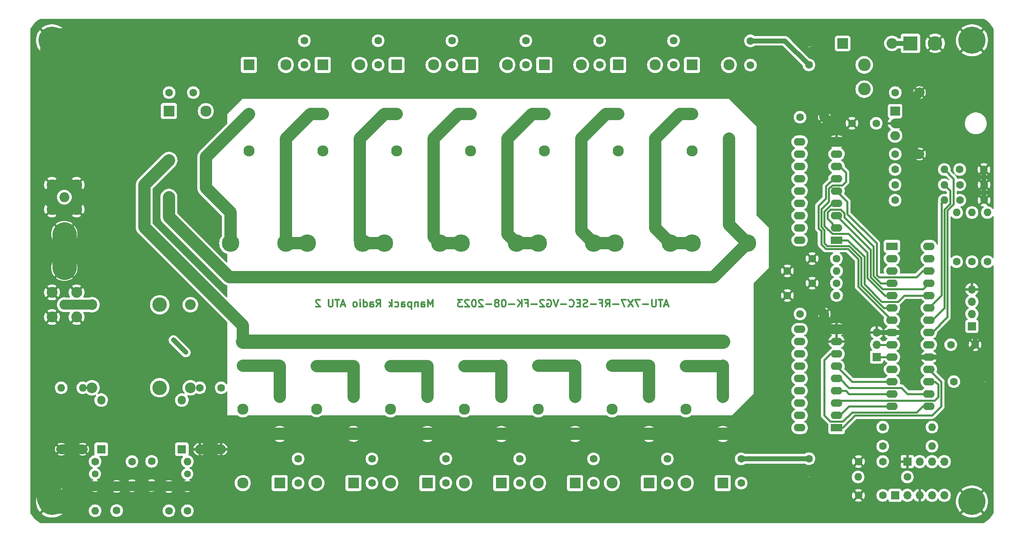
<source format=gbr>
%TF.GenerationSoftware,KiCad,Pcbnew,7.0.6-7.0.6~ubuntu22.04.1*%
%TF.CreationDate,2023-08-27T09:10:39+02:00*%
%TF.ProjectId,ATU-7X7-RF-SEC-VG2,4154552d-3758-4372-9d52-462d5345432d,1*%
%TF.SameCoordinates,Original*%
%TF.FileFunction,Copper,L2,Bot*%
%TF.FilePolarity,Positive*%
%FSLAX46Y46*%
G04 Gerber Fmt 4.6, Leading zero omitted, Abs format (unit mm)*
G04 Created by KiCad (PCBNEW 7.0.6-7.0.6~ubuntu22.04.1) date 2023-08-27 09:10:39*
%MOMM*%
%LPD*%
G01*
G04 APERTURE LIST*
%ADD10C,0.300000*%
%TA.AperFunction,NonConductor*%
%ADD11C,0.300000*%
%TD*%
%TA.AperFunction,ComponentPad*%
%ADD12C,1.600000*%
%TD*%
%TA.AperFunction,ComponentPad*%
%ADD13C,4.400000*%
%TD*%
%TA.AperFunction,ComponentPad*%
%ADD14R,1.800000X1.800000*%
%TD*%
%TA.AperFunction,ComponentPad*%
%ADD15O,1.800000X1.800000*%
%TD*%
%TA.AperFunction,ComponentPad*%
%ADD16C,3.600000*%
%TD*%
%TA.AperFunction,ComponentPad*%
%ADD17C,5.600000*%
%TD*%
%TA.AperFunction,ComponentPad*%
%ADD18R,2.200000X2.200000*%
%TD*%
%TA.AperFunction,ComponentPad*%
%ADD19O,2.200000X2.200000*%
%TD*%
%TA.AperFunction,ComponentPad*%
%ADD20R,2.300000X2.300000*%
%TD*%
%TA.AperFunction,ComponentPad*%
%ADD21C,2.300000*%
%TD*%
%TA.AperFunction,ComponentPad*%
%ADD22C,2.050000*%
%TD*%
%TA.AperFunction,ComponentPad*%
%ADD23C,2.250000*%
%TD*%
%TA.AperFunction,ComponentPad*%
%ADD24C,1.440000*%
%TD*%
%TA.AperFunction,ComponentPad*%
%ADD25O,1.600000X1.600000*%
%TD*%
%TA.AperFunction,ComponentPad*%
%ADD26R,2.400000X1.600000*%
%TD*%
%TA.AperFunction,ComponentPad*%
%ADD27O,2.400000X1.600000*%
%TD*%
%TA.AperFunction,ComponentPad*%
%ADD28C,2.200000*%
%TD*%
%TA.AperFunction,ComponentPad*%
%ADD29C,3.000000*%
%TD*%
%TA.AperFunction,ComponentPad*%
%ADD30R,1.700000X1.700000*%
%TD*%
%TA.AperFunction,ComponentPad*%
%ADD31O,1.700000X1.700000*%
%TD*%
%TA.AperFunction,ComponentPad*%
%ADD32R,3.000000X3.000000*%
%TD*%
%TA.AperFunction,ComponentPad*%
%ADD33R,2.000000X1.905000*%
%TD*%
%TA.AperFunction,ComponentPad*%
%ADD34O,2.000000X1.905000*%
%TD*%
%TA.AperFunction,ComponentPad*%
%ADD35C,2.600000*%
%TD*%
%TA.AperFunction,ViaPad*%
%ADD36C,0.800000*%
%TD*%
%TA.AperFunction,Conductor*%
%ADD37C,2.500000*%
%TD*%
%TA.AperFunction,Conductor*%
%ADD38C,3.000000*%
%TD*%
%TA.AperFunction,Conductor*%
%ADD39C,1.000000*%
%TD*%
%TA.AperFunction,Conductor*%
%ADD40C,2.000000*%
%TD*%
%TA.AperFunction,Conductor*%
%ADD41C,5.000000*%
%TD*%
%TA.AperFunction,Conductor*%
%ADD42C,0.400000*%
%TD*%
G04 APERTURE END LIST*
D10*
D11*
X242721917Y-158757257D02*
X242007632Y-158757257D01*
X242864774Y-159185828D02*
X242364774Y-157685828D01*
X242364774Y-157685828D02*
X241864774Y-159185828D01*
X241579060Y-157685828D02*
X240721918Y-157685828D01*
X241150489Y-159185828D02*
X241150489Y-157685828D01*
X240221918Y-157685828D02*
X240221918Y-158900114D01*
X240221918Y-158900114D02*
X240150489Y-159042971D01*
X240150489Y-159042971D02*
X240079061Y-159114400D01*
X240079061Y-159114400D02*
X239936203Y-159185828D01*
X239936203Y-159185828D02*
X239650489Y-159185828D01*
X239650489Y-159185828D02*
X239507632Y-159114400D01*
X239507632Y-159114400D02*
X239436203Y-159042971D01*
X239436203Y-159042971D02*
X239364775Y-158900114D01*
X239364775Y-158900114D02*
X239364775Y-157685828D01*
X238650489Y-158614400D02*
X237507632Y-158614400D01*
X236936203Y-157685828D02*
X235936203Y-157685828D01*
X235936203Y-157685828D02*
X236579060Y-159185828D01*
X235507632Y-157685828D02*
X234507632Y-159185828D01*
X234507632Y-157685828D02*
X235507632Y-159185828D01*
X234079061Y-157685828D02*
X233079061Y-157685828D01*
X233079061Y-157685828D02*
X233721918Y-159185828D01*
X232507633Y-158614400D02*
X231364776Y-158614400D01*
X229793347Y-159185828D02*
X230293347Y-158471542D01*
X230650490Y-159185828D02*
X230650490Y-157685828D01*
X230650490Y-157685828D02*
X230079061Y-157685828D01*
X230079061Y-157685828D02*
X229936204Y-157757257D01*
X229936204Y-157757257D02*
X229864775Y-157828685D01*
X229864775Y-157828685D02*
X229793347Y-157971542D01*
X229793347Y-157971542D02*
X229793347Y-158185828D01*
X229793347Y-158185828D02*
X229864775Y-158328685D01*
X229864775Y-158328685D02*
X229936204Y-158400114D01*
X229936204Y-158400114D02*
X230079061Y-158471542D01*
X230079061Y-158471542D02*
X230650490Y-158471542D01*
X228650490Y-158400114D02*
X229150490Y-158400114D01*
X229150490Y-159185828D02*
X229150490Y-157685828D01*
X229150490Y-157685828D02*
X228436204Y-157685828D01*
X227864776Y-158614400D02*
X226721919Y-158614400D01*
X226079061Y-159114400D02*
X225864776Y-159185828D01*
X225864776Y-159185828D02*
X225507633Y-159185828D01*
X225507633Y-159185828D02*
X225364776Y-159114400D01*
X225364776Y-159114400D02*
X225293347Y-159042971D01*
X225293347Y-159042971D02*
X225221918Y-158900114D01*
X225221918Y-158900114D02*
X225221918Y-158757257D01*
X225221918Y-158757257D02*
X225293347Y-158614400D01*
X225293347Y-158614400D02*
X225364776Y-158542971D01*
X225364776Y-158542971D02*
X225507633Y-158471542D01*
X225507633Y-158471542D02*
X225793347Y-158400114D01*
X225793347Y-158400114D02*
X225936204Y-158328685D01*
X225936204Y-158328685D02*
X226007633Y-158257257D01*
X226007633Y-158257257D02*
X226079061Y-158114400D01*
X226079061Y-158114400D02*
X226079061Y-157971542D01*
X226079061Y-157971542D02*
X226007633Y-157828685D01*
X226007633Y-157828685D02*
X225936204Y-157757257D01*
X225936204Y-157757257D02*
X225793347Y-157685828D01*
X225793347Y-157685828D02*
X225436204Y-157685828D01*
X225436204Y-157685828D02*
X225221918Y-157757257D01*
X224579062Y-158400114D02*
X224079062Y-158400114D01*
X223864776Y-159185828D02*
X224579062Y-159185828D01*
X224579062Y-159185828D02*
X224579062Y-157685828D01*
X224579062Y-157685828D02*
X223864776Y-157685828D01*
X222364776Y-159042971D02*
X222436204Y-159114400D01*
X222436204Y-159114400D02*
X222650490Y-159185828D01*
X222650490Y-159185828D02*
X222793347Y-159185828D01*
X222793347Y-159185828D02*
X223007633Y-159114400D01*
X223007633Y-159114400D02*
X223150490Y-158971542D01*
X223150490Y-158971542D02*
X223221919Y-158828685D01*
X223221919Y-158828685D02*
X223293347Y-158542971D01*
X223293347Y-158542971D02*
X223293347Y-158328685D01*
X223293347Y-158328685D02*
X223221919Y-158042971D01*
X223221919Y-158042971D02*
X223150490Y-157900114D01*
X223150490Y-157900114D02*
X223007633Y-157757257D01*
X223007633Y-157757257D02*
X222793347Y-157685828D01*
X222793347Y-157685828D02*
X222650490Y-157685828D01*
X222650490Y-157685828D02*
X222436204Y-157757257D01*
X222436204Y-157757257D02*
X222364776Y-157828685D01*
X221721919Y-158614400D02*
X220579062Y-158614400D01*
X220079061Y-157685828D02*
X219579061Y-159185828D01*
X219579061Y-159185828D02*
X219079061Y-157685828D01*
X217793347Y-157757257D02*
X217936205Y-157685828D01*
X217936205Y-157685828D02*
X218150490Y-157685828D01*
X218150490Y-157685828D02*
X218364776Y-157757257D01*
X218364776Y-157757257D02*
X218507633Y-157900114D01*
X218507633Y-157900114D02*
X218579062Y-158042971D01*
X218579062Y-158042971D02*
X218650490Y-158328685D01*
X218650490Y-158328685D02*
X218650490Y-158542971D01*
X218650490Y-158542971D02*
X218579062Y-158828685D01*
X218579062Y-158828685D02*
X218507633Y-158971542D01*
X218507633Y-158971542D02*
X218364776Y-159114400D01*
X218364776Y-159114400D02*
X218150490Y-159185828D01*
X218150490Y-159185828D02*
X218007633Y-159185828D01*
X218007633Y-159185828D02*
X217793347Y-159114400D01*
X217793347Y-159114400D02*
X217721919Y-159042971D01*
X217721919Y-159042971D02*
X217721919Y-158542971D01*
X217721919Y-158542971D02*
X218007633Y-158542971D01*
X217150490Y-157828685D02*
X217079062Y-157757257D01*
X217079062Y-157757257D02*
X216936205Y-157685828D01*
X216936205Y-157685828D02*
X216579062Y-157685828D01*
X216579062Y-157685828D02*
X216436205Y-157757257D01*
X216436205Y-157757257D02*
X216364776Y-157828685D01*
X216364776Y-157828685D02*
X216293347Y-157971542D01*
X216293347Y-157971542D02*
X216293347Y-158114400D01*
X216293347Y-158114400D02*
X216364776Y-158328685D01*
X216364776Y-158328685D02*
X217221919Y-159185828D01*
X217221919Y-159185828D02*
X216293347Y-159185828D01*
X215650491Y-158614400D02*
X214507634Y-158614400D01*
X213293348Y-158400114D02*
X213793348Y-158400114D01*
X213793348Y-159185828D02*
X213793348Y-157685828D01*
X213793348Y-157685828D02*
X213079062Y-157685828D01*
X212507634Y-159185828D02*
X212507634Y-157685828D01*
X211650491Y-159185828D02*
X212293348Y-158328685D01*
X211650491Y-157685828D02*
X212507634Y-158542971D01*
X211007634Y-158614400D02*
X209864777Y-158614400D01*
X208864776Y-157685828D02*
X208721919Y-157685828D01*
X208721919Y-157685828D02*
X208579062Y-157757257D01*
X208579062Y-157757257D02*
X208507634Y-157828685D01*
X208507634Y-157828685D02*
X208436205Y-157971542D01*
X208436205Y-157971542D02*
X208364776Y-158257257D01*
X208364776Y-158257257D02*
X208364776Y-158614400D01*
X208364776Y-158614400D02*
X208436205Y-158900114D01*
X208436205Y-158900114D02*
X208507634Y-159042971D01*
X208507634Y-159042971D02*
X208579062Y-159114400D01*
X208579062Y-159114400D02*
X208721919Y-159185828D01*
X208721919Y-159185828D02*
X208864776Y-159185828D01*
X208864776Y-159185828D02*
X209007634Y-159114400D01*
X209007634Y-159114400D02*
X209079062Y-159042971D01*
X209079062Y-159042971D02*
X209150491Y-158900114D01*
X209150491Y-158900114D02*
X209221919Y-158614400D01*
X209221919Y-158614400D02*
X209221919Y-158257257D01*
X209221919Y-158257257D02*
X209150491Y-157971542D01*
X209150491Y-157971542D02*
X209079062Y-157828685D01*
X209079062Y-157828685D02*
X209007634Y-157757257D01*
X209007634Y-157757257D02*
X208864776Y-157685828D01*
X207507634Y-158328685D02*
X207650491Y-158257257D01*
X207650491Y-158257257D02*
X207721920Y-158185828D01*
X207721920Y-158185828D02*
X207793348Y-158042971D01*
X207793348Y-158042971D02*
X207793348Y-157971542D01*
X207793348Y-157971542D02*
X207721920Y-157828685D01*
X207721920Y-157828685D02*
X207650491Y-157757257D01*
X207650491Y-157757257D02*
X207507634Y-157685828D01*
X207507634Y-157685828D02*
X207221920Y-157685828D01*
X207221920Y-157685828D02*
X207079063Y-157757257D01*
X207079063Y-157757257D02*
X207007634Y-157828685D01*
X207007634Y-157828685D02*
X206936205Y-157971542D01*
X206936205Y-157971542D02*
X206936205Y-158042971D01*
X206936205Y-158042971D02*
X207007634Y-158185828D01*
X207007634Y-158185828D02*
X207079063Y-158257257D01*
X207079063Y-158257257D02*
X207221920Y-158328685D01*
X207221920Y-158328685D02*
X207507634Y-158328685D01*
X207507634Y-158328685D02*
X207650491Y-158400114D01*
X207650491Y-158400114D02*
X207721920Y-158471542D01*
X207721920Y-158471542D02*
X207793348Y-158614400D01*
X207793348Y-158614400D02*
X207793348Y-158900114D01*
X207793348Y-158900114D02*
X207721920Y-159042971D01*
X207721920Y-159042971D02*
X207650491Y-159114400D01*
X207650491Y-159114400D02*
X207507634Y-159185828D01*
X207507634Y-159185828D02*
X207221920Y-159185828D01*
X207221920Y-159185828D02*
X207079063Y-159114400D01*
X207079063Y-159114400D02*
X207007634Y-159042971D01*
X207007634Y-159042971D02*
X206936205Y-158900114D01*
X206936205Y-158900114D02*
X206936205Y-158614400D01*
X206936205Y-158614400D02*
X207007634Y-158471542D01*
X207007634Y-158471542D02*
X207079063Y-158400114D01*
X207079063Y-158400114D02*
X207221920Y-158328685D01*
X206293349Y-158614400D02*
X205150492Y-158614400D01*
X204507634Y-157828685D02*
X204436206Y-157757257D01*
X204436206Y-157757257D02*
X204293349Y-157685828D01*
X204293349Y-157685828D02*
X203936206Y-157685828D01*
X203936206Y-157685828D02*
X203793349Y-157757257D01*
X203793349Y-157757257D02*
X203721920Y-157828685D01*
X203721920Y-157828685D02*
X203650491Y-157971542D01*
X203650491Y-157971542D02*
X203650491Y-158114400D01*
X203650491Y-158114400D02*
X203721920Y-158328685D01*
X203721920Y-158328685D02*
X204579063Y-159185828D01*
X204579063Y-159185828D02*
X203650491Y-159185828D01*
X202721920Y-157685828D02*
X202579063Y-157685828D01*
X202579063Y-157685828D02*
X202436206Y-157757257D01*
X202436206Y-157757257D02*
X202364778Y-157828685D01*
X202364778Y-157828685D02*
X202293349Y-157971542D01*
X202293349Y-157971542D02*
X202221920Y-158257257D01*
X202221920Y-158257257D02*
X202221920Y-158614400D01*
X202221920Y-158614400D02*
X202293349Y-158900114D01*
X202293349Y-158900114D02*
X202364778Y-159042971D01*
X202364778Y-159042971D02*
X202436206Y-159114400D01*
X202436206Y-159114400D02*
X202579063Y-159185828D01*
X202579063Y-159185828D02*
X202721920Y-159185828D01*
X202721920Y-159185828D02*
X202864778Y-159114400D01*
X202864778Y-159114400D02*
X202936206Y-159042971D01*
X202936206Y-159042971D02*
X203007635Y-158900114D01*
X203007635Y-158900114D02*
X203079063Y-158614400D01*
X203079063Y-158614400D02*
X203079063Y-158257257D01*
X203079063Y-158257257D02*
X203007635Y-157971542D01*
X203007635Y-157971542D02*
X202936206Y-157828685D01*
X202936206Y-157828685D02*
X202864778Y-157757257D01*
X202864778Y-157757257D02*
X202721920Y-157685828D01*
X201650492Y-157828685D02*
X201579064Y-157757257D01*
X201579064Y-157757257D02*
X201436207Y-157685828D01*
X201436207Y-157685828D02*
X201079064Y-157685828D01*
X201079064Y-157685828D02*
X200936207Y-157757257D01*
X200936207Y-157757257D02*
X200864778Y-157828685D01*
X200864778Y-157828685D02*
X200793349Y-157971542D01*
X200793349Y-157971542D02*
X200793349Y-158114400D01*
X200793349Y-158114400D02*
X200864778Y-158328685D01*
X200864778Y-158328685D02*
X201721921Y-159185828D01*
X201721921Y-159185828D02*
X200793349Y-159185828D01*
X200293350Y-157685828D02*
X199364778Y-157685828D01*
X199364778Y-157685828D02*
X199864778Y-158257257D01*
X199864778Y-158257257D02*
X199650493Y-158257257D01*
X199650493Y-158257257D02*
X199507636Y-158328685D01*
X199507636Y-158328685D02*
X199436207Y-158400114D01*
X199436207Y-158400114D02*
X199364778Y-158542971D01*
X199364778Y-158542971D02*
X199364778Y-158900114D01*
X199364778Y-158900114D02*
X199436207Y-159042971D01*
X199436207Y-159042971D02*
X199507636Y-159114400D01*
X199507636Y-159114400D02*
X199650493Y-159185828D01*
X199650493Y-159185828D02*
X200079064Y-159185828D01*
X200079064Y-159185828D02*
X200221921Y-159114400D01*
X200221921Y-159114400D02*
X200293350Y-159042971D01*
X194150494Y-159185828D02*
X194150494Y-157685828D01*
X194150494Y-157685828D02*
X193650494Y-158757257D01*
X193650494Y-158757257D02*
X193150494Y-157685828D01*
X193150494Y-157685828D02*
X193150494Y-159185828D01*
X191793351Y-159185828D02*
X191793351Y-158400114D01*
X191793351Y-158400114D02*
X191864779Y-158257257D01*
X191864779Y-158257257D02*
X192007636Y-158185828D01*
X192007636Y-158185828D02*
X192293351Y-158185828D01*
X192293351Y-158185828D02*
X192436208Y-158257257D01*
X191793351Y-159114400D02*
X191936208Y-159185828D01*
X191936208Y-159185828D02*
X192293351Y-159185828D01*
X192293351Y-159185828D02*
X192436208Y-159114400D01*
X192436208Y-159114400D02*
X192507636Y-158971542D01*
X192507636Y-158971542D02*
X192507636Y-158828685D01*
X192507636Y-158828685D02*
X192436208Y-158685828D01*
X192436208Y-158685828D02*
X192293351Y-158614400D01*
X192293351Y-158614400D02*
X191936208Y-158614400D01*
X191936208Y-158614400D02*
X191793351Y-158542971D01*
X191079065Y-158185828D02*
X191079065Y-159185828D01*
X191079065Y-158328685D02*
X191007636Y-158257257D01*
X191007636Y-158257257D02*
X190864779Y-158185828D01*
X190864779Y-158185828D02*
X190650493Y-158185828D01*
X190650493Y-158185828D02*
X190507636Y-158257257D01*
X190507636Y-158257257D02*
X190436208Y-158400114D01*
X190436208Y-158400114D02*
X190436208Y-159185828D01*
X189721922Y-158185828D02*
X189721922Y-159685828D01*
X189721922Y-158257257D02*
X189579065Y-158185828D01*
X189579065Y-158185828D02*
X189293350Y-158185828D01*
X189293350Y-158185828D02*
X189150493Y-158257257D01*
X189150493Y-158257257D02*
X189079065Y-158328685D01*
X189079065Y-158328685D02*
X189007636Y-158471542D01*
X189007636Y-158471542D02*
X189007636Y-158900114D01*
X189007636Y-158900114D02*
X189079065Y-159042971D01*
X189079065Y-159042971D02*
X189150493Y-159114400D01*
X189150493Y-159114400D02*
X189293350Y-159185828D01*
X189293350Y-159185828D02*
X189579065Y-159185828D01*
X189579065Y-159185828D02*
X189721922Y-159114400D01*
X187721922Y-159185828D02*
X187721922Y-158400114D01*
X187721922Y-158400114D02*
X187793350Y-158257257D01*
X187793350Y-158257257D02*
X187936207Y-158185828D01*
X187936207Y-158185828D02*
X188221922Y-158185828D01*
X188221922Y-158185828D02*
X188364779Y-158257257D01*
X187721922Y-159114400D02*
X187864779Y-159185828D01*
X187864779Y-159185828D02*
X188221922Y-159185828D01*
X188221922Y-159185828D02*
X188364779Y-159114400D01*
X188364779Y-159114400D02*
X188436207Y-158971542D01*
X188436207Y-158971542D02*
X188436207Y-158828685D01*
X188436207Y-158828685D02*
X188364779Y-158685828D01*
X188364779Y-158685828D02*
X188221922Y-158614400D01*
X188221922Y-158614400D02*
X187864779Y-158614400D01*
X187864779Y-158614400D02*
X187721922Y-158542971D01*
X186364779Y-159114400D02*
X186507636Y-159185828D01*
X186507636Y-159185828D02*
X186793350Y-159185828D01*
X186793350Y-159185828D02*
X186936207Y-159114400D01*
X186936207Y-159114400D02*
X187007636Y-159042971D01*
X187007636Y-159042971D02*
X187079064Y-158900114D01*
X187079064Y-158900114D02*
X187079064Y-158471542D01*
X187079064Y-158471542D02*
X187007636Y-158328685D01*
X187007636Y-158328685D02*
X186936207Y-158257257D01*
X186936207Y-158257257D02*
X186793350Y-158185828D01*
X186793350Y-158185828D02*
X186507636Y-158185828D01*
X186507636Y-158185828D02*
X186364779Y-158257257D01*
X185721922Y-159185828D02*
X185721922Y-157685828D01*
X185579065Y-158614400D02*
X185150493Y-159185828D01*
X185150493Y-158185828D02*
X185721922Y-158757257D01*
X182507636Y-159185828D02*
X183007636Y-158471542D01*
X183364779Y-159185828D02*
X183364779Y-157685828D01*
X183364779Y-157685828D02*
X182793350Y-157685828D01*
X182793350Y-157685828D02*
X182650493Y-157757257D01*
X182650493Y-157757257D02*
X182579064Y-157828685D01*
X182579064Y-157828685D02*
X182507636Y-157971542D01*
X182507636Y-157971542D02*
X182507636Y-158185828D01*
X182507636Y-158185828D02*
X182579064Y-158328685D01*
X182579064Y-158328685D02*
X182650493Y-158400114D01*
X182650493Y-158400114D02*
X182793350Y-158471542D01*
X182793350Y-158471542D02*
X183364779Y-158471542D01*
X181221922Y-159185828D02*
X181221922Y-158400114D01*
X181221922Y-158400114D02*
X181293350Y-158257257D01*
X181293350Y-158257257D02*
X181436207Y-158185828D01*
X181436207Y-158185828D02*
X181721922Y-158185828D01*
X181721922Y-158185828D02*
X181864779Y-158257257D01*
X181221922Y-159114400D02*
X181364779Y-159185828D01*
X181364779Y-159185828D02*
X181721922Y-159185828D01*
X181721922Y-159185828D02*
X181864779Y-159114400D01*
X181864779Y-159114400D02*
X181936207Y-158971542D01*
X181936207Y-158971542D02*
X181936207Y-158828685D01*
X181936207Y-158828685D02*
X181864779Y-158685828D01*
X181864779Y-158685828D02*
X181721922Y-158614400D01*
X181721922Y-158614400D02*
X181364779Y-158614400D01*
X181364779Y-158614400D02*
X181221922Y-158542971D01*
X179864779Y-159185828D02*
X179864779Y-157685828D01*
X179864779Y-159114400D02*
X180007636Y-159185828D01*
X180007636Y-159185828D02*
X180293350Y-159185828D01*
X180293350Y-159185828D02*
X180436207Y-159114400D01*
X180436207Y-159114400D02*
X180507636Y-159042971D01*
X180507636Y-159042971D02*
X180579064Y-158900114D01*
X180579064Y-158900114D02*
X180579064Y-158471542D01*
X180579064Y-158471542D02*
X180507636Y-158328685D01*
X180507636Y-158328685D02*
X180436207Y-158257257D01*
X180436207Y-158257257D02*
X180293350Y-158185828D01*
X180293350Y-158185828D02*
X180007636Y-158185828D01*
X180007636Y-158185828D02*
X179864779Y-158257257D01*
X179150493Y-159185828D02*
X179150493Y-158185828D01*
X179150493Y-157685828D02*
X179221921Y-157757257D01*
X179221921Y-157757257D02*
X179150493Y-157828685D01*
X179150493Y-157828685D02*
X179079064Y-157757257D01*
X179079064Y-157757257D02*
X179150493Y-157685828D01*
X179150493Y-157685828D02*
X179150493Y-157828685D01*
X178221921Y-159185828D02*
X178364778Y-159114400D01*
X178364778Y-159114400D02*
X178436207Y-159042971D01*
X178436207Y-159042971D02*
X178507635Y-158900114D01*
X178507635Y-158900114D02*
X178507635Y-158471542D01*
X178507635Y-158471542D02*
X178436207Y-158328685D01*
X178436207Y-158328685D02*
X178364778Y-158257257D01*
X178364778Y-158257257D02*
X178221921Y-158185828D01*
X178221921Y-158185828D02*
X178007635Y-158185828D01*
X178007635Y-158185828D02*
X177864778Y-158257257D01*
X177864778Y-158257257D02*
X177793350Y-158328685D01*
X177793350Y-158328685D02*
X177721921Y-158471542D01*
X177721921Y-158471542D02*
X177721921Y-158900114D01*
X177721921Y-158900114D02*
X177793350Y-159042971D01*
X177793350Y-159042971D02*
X177864778Y-159114400D01*
X177864778Y-159114400D02*
X178007635Y-159185828D01*
X178007635Y-159185828D02*
X178221921Y-159185828D01*
X176007635Y-158757257D02*
X175293350Y-158757257D01*
X176150492Y-159185828D02*
X175650492Y-157685828D01*
X175650492Y-157685828D02*
X175150492Y-159185828D01*
X174864778Y-157685828D02*
X174007636Y-157685828D01*
X174436207Y-159185828D02*
X174436207Y-157685828D01*
X173507636Y-157685828D02*
X173507636Y-158900114D01*
X173507636Y-158900114D02*
X173436207Y-159042971D01*
X173436207Y-159042971D02*
X173364779Y-159114400D01*
X173364779Y-159114400D02*
X173221921Y-159185828D01*
X173221921Y-159185828D02*
X172936207Y-159185828D01*
X172936207Y-159185828D02*
X172793350Y-159114400D01*
X172793350Y-159114400D02*
X172721921Y-159042971D01*
X172721921Y-159042971D02*
X172650493Y-158900114D01*
X172650493Y-158900114D02*
X172650493Y-157685828D01*
X170864778Y-157828685D02*
X170793350Y-157757257D01*
X170793350Y-157757257D02*
X170650493Y-157685828D01*
X170650493Y-157685828D02*
X170293350Y-157685828D01*
X170293350Y-157685828D02*
X170150493Y-157757257D01*
X170150493Y-157757257D02*
X170079064Y-157828685D01*
X170079064Y-157828685D02*
X170007635Y-157971542D01*
X170007635Y-157971542D02*
X170007635Y-158114400D01*
X170007635Y-158114400D02*
X170079064Y-158328685D01*
X170079064Y-158328685D02*
X170936207Y-159185828D01*
X170936207Y-159185828D02*
X170007635Y-159185828D01*
D12*
%TO.P,C30,1*%
%TO.N,+12V*%
X271780000Y-190540000D03*
%TO.P,C30,2*%
%TO.N,GNDD*%
X271780000Y-195540000D03*
%TD*%
D13*
%TO.P,J13,1,Pin_1*%
%TO.N,GNDD*%
X118110000Y-144145000D03*
%TD*%
D12*
%TO.P,C4.1,1*%
%TO.N,Net-(C1-Pad1)*%
X204470000Y-166450000D03*
%TO.P,C4.1,2*%
%TO.N,Net-(C4-Pad2)*%
X204470000Y-171450000D03*
%TD*%
%TO.P,C6.2,1*%
%TO.N,Net-(C1-Pad1)*%
X231140000Y-166370000D03*
%TO.P,C6.2,2*%
%TO.N,Net-(C6-Pad2)*%
X231140000Y-171370000D03*
%TD*%
%TO.P,C7.2,1*%
%TO.N,Net-(C1-Pad1)*%
X246380000Y-166410000D03*
%TO.P,C7.2,2*%
%TO.N,Net-(C7-Pad2)*%
X246380000Y-171410000D03*
%TD*%
%TO.P,C1.2,1*%
%TO.N,Net-(C1-Pad1)*%
X154940000Y-166370000D03*
%TO.P,C1.2,2*%
%TO.N,Net-(C1-Pad2)*%
X154940000Y-171370000D03*
%TD*%
%TO.P,C2.2,1*%
%TO.N,Net-(C1-Pad1)*%
X170180000Y-166450000D03*
%TO.P,C2.2,2*%
%TO.N,Net-(C2-Pad2)*%
X170180000Y-171450000D03*
%TD*%
%TO.P,C3.2,1*%
%TO.N,Net-(C1-Pad1)*%
X193040000Y-166410000D03*
%TO.P,C3.2,2*%
%TO.N,Net-(C3-Pad2)*%
X193040000Y-171410000D03*
%TD*%
%TO.P,C4.2,1*%
%TO.N,Net-(C1-Pad1)*%
X200660000Y-166450000D03*
%TO.P,C4.2,2*%
%TO.N,Net-(C4-Pad2)*%
X200660000Y-171450000D03*
%TD*%
%TO.P,C6,1*%
%TO.N,Net-(C1-Pad1)*%
X238760000Y-166330000D03*
%TO.P,C6,2*%
%TO.N,Net-(C6-Pad2)*%
X238760000Y-171330000D03*
%TD*%
%TO.P,C6.1,1*%
%TO.N,Net-(C1-Pad1)*%
X234950000Y-166330000D03*
%TO.P,C6.1,2*%
%TO.N,Net-(C6-Pad2)*%
X234950000Y-171330000D03*
%TD*%
%TO.P,C7.1,1*%
%TO.N,Net-(C1-Pad1)*%
X254000000Y-166370000D03*
%TO.P,C7.1,2*%
%TO.N,Net-(C7-Pad2)*%
X254000000Y-171370000D03*
%TD*%
%TO.P,C1.1,1*%
%TO.N,Net-(C1-Pad1)*%
X158750000Y-166370000D03*
%TO.P,C1.1,2*%
%TO.N,Net-(C1-Pad2)*%
X158750000Y-171370000D03*
%TD*%
%TO.P,C2,1*%
%TO.N,Net-(C1-Pad1)*%
X177800000Y-166410000D03*
%TO.P,C2,2*%
%TO.N,Net-(C2-Pad2)*%
X177800000Y-171410000D03*
%TD*%
%TO.P,C2.1,1*%
%TO.N,Net-(C1-Pad1)*%
X173990000Y-166410000D03*
%TO.P,C2.1,2*%
%TO.N,Net-(C2-Pad2)*%
X173990000Y-171410000D03*
%TD*%
%TO.P,C3,1*%
%TO.N,Net-(C1-Pad1)*%
X185420000Y-166410000D03*
%TO.P,C3,2*%
%TO.N,Net-(C3-Pad2)*%
X185420000Y-171410000D03*
%TD*%
%TO.P,C3.1,1*%
%TO.N,Net-(C1-Pad1)*%
X189230000Y-166410000D03*
%TO.P,C3.1,2*%
%TO.N,Net-(C3-Pad2)*%
X189230000Y-171410000D03*
%TD*%
%TO.P,C4,1*%
%TO.N,Net-(C1-Pad1)*%
X208280000Y-166370000D03*
%TO.P,C4,2*%
%TO.N,Net-(C4-Pad2)*%
X208280000Y-171370000D03*
%TD*%
D13*
%TO.P,J15,1,Pin_1*%
%TO.N,GNDD*%
X118110000Y-151130000D03*
%TD*%
D12*
%TO.P,C5.2,1*%
%TO.N,Net-(C1-Pad1)*%
X215900000Y-166370000D03*
%TO.P,C5.2,2*%
%TO.N,Net-(C5-Pad2)*%
X215900000Y-171370000D03*
%TD*%
%TO.P,C5,1*%
%TO.N,Net-(C1-Pad1)*%
X219710000Y-166370000D03*
%TO.P,C5,2*%
%TO.N,Net-(C5-Pad2)*%
X219710000Y-171370000D03*
%TD*%
%TO.P,C5.1,1*%
%TO.N,Net-(C1-Pad1)*%
X223520000Y-166410000D03*
%TO.P,C5.1,2*%
%TO.N,Net-(C5-Pad2)*%
X223520000Y-171410000D03*
%TD*%
%TO.P,C7,1*%
%TO.N,Net-(C1-Pad1)*%
X250190000Y-166370000D03*
%TO.P,C7,2*%
%TO.N,Net-(C7-Pad2)*%
X250190000Y-171370000D03*
%TD*%
%TO.P,C1,1*%
%TO.N,Net-(C1-Pad1)*%
X162560000Y-166410000D03*
%TO.P,C1,2*%
%TO.N,Net-(C1-Pad2)*%
X162560000Y-171410000D03*
%TD*%
D14*
%TO.P,D1,1,K*%
%TO.N,Net-(D1-K)*%
X142367000Y-188595000D03*
D15*
%TO.P,D1,2,A*%
%TO.N,Net-(D1-A)*%
X142367000Y-178435000D03*
%TD*%
D16*
%TO.P,L2,1,1*%
%TO.N,Net-(K2-Pad4)*%
X179705000Y-146050000D03*
%TO.P,L2,2,2*%
%TO.N,Net-(K1-Pad4)*%
X168265000Y-146050000D03*
%TD*%
D17*
%TO.P,H3,1,1*%
%TO.N,GNDD*%
X115570000Y-199390000D03*
%TD*%
D18*
%TO.P,D3,1,K*%
%TO.N,+12V*%
X278765000Y-104775000D03*
D19*
%TO.P,D3,2,A*%
%TO.N,Net-(D3-A)*%
X288925000Y-104775000D03*
%TD*%
D20*
%TO.P,K5,1*%
%TO.N,+12V*%
X217180000Y-109235000D03*
D21*
%TO.P,K5,2*%
%TO.N,Net-(K4-Pad4)*%
X217180000Y-119395000D03*
%TO.P,K5,3*%
%TO.N,unconnected-(K5-Pad3)*%
X217180000Y-127015000D03*
%TO.P,K5,4*%
%TO.N,Net-(K5-Pad4)*%
X224800000Y-124475000D03*
%TO.P,K5,5*%
%TO.N,Net-(U1-O5)*%
X224800000Y-109235000D03*
%TD*%
D17*
%TO.P,H4,1,1*%
%TO.N,GNDD*%
X305435000Y-199390000D03*
%TD*%
D12*
%TO.P,C15,1*%
%TO.N,Net-(U1-O4)*%
X213360000Y-109220000D03*
%TO.P,C15,2*%
%TO.N,+12V*%
X213360000Y-104220000D03*
%TD*%
D20*
%TO.P,K1,1*%
%TO.N,+12V*%
X156220000Y-109220000D03*
D21*
%TO.P,K1,2*%
%TO.N,Net-(K1-Pad2)*%
X156220000Y-119380000D03*
%TO.P,K1,3*%
%TO.N,unconnected-(K1-Pad3)*%
X156220000Y-127000000D03*
%TO.P,K1,4*%
%TO.N,Net-(K1-Pad4)*%
X163840000Y-124460000D03*
%TO.P,K1,5*%
%TO.N,Net-(U1-O1)*%
X163840000Y-109220000D03*
%TD*%
D12*
%TO.P,C26,1*%
%TO.N,Net-(U2-O7)*%
X257810000Y-195580000D03*
%TO.P,C26,2*%
%TO.N,+12V*%
X257810000Y-190580000D03*
%TD*%
D22*
%TO.P,J10,1,In*%
%TO.N,Net-(J10-In)*%
X118110000Y-136525000D03*
D23*
%TO.P,J10,2,Ext*%
%TO.N,GNDD*%
X115570000Y-133985000D03*
X115570000Y-139065000D03*
X120650000Y-133985000D03*
X120650000Y-139065000D03*
%TD*%
D24*
%TO.P,RV2,1,1*%
%TO.N,Net-(D2-K)*%
X124460000Y-191135000D03*
%TO.P,RV2,2,2*%
%TO.N,/DIR*%
X124460000Y-193675000D03*
%TO.P,RV2,3,3*%
%TO.N,GNDD*%
X124460000Y-196215000D03*
%TD*%
D20*
%TO.P,K4,1*%
%TO.N,+12V*%
X201930000Y-109220000D03*
D21*
%TO.P,K4,2*%
%TO.N,Net-(K3-Pad4)*%
X201930000Y-119380000D03*
%TO.P,K4,3*%
%TO.N,unconnected-(K4-Pad3)*%
X201930000Y-127000000D03*
%TO.P,K4,4*%
%TO.N,Net-(K4-Pad4)*%
X209550000Y-124460000D03*
%TO.P,K4,5*%
%TO.N,Net-(U1-O4)*%
X209550000Y-109220000D03*
%TD*%
D12*
%TO.P,C41,1*%
%TO.N,/RB2*%
X302935000Y-137160000D03*
%TO.P,C41,2*%
%TO.N,GNDD*%
X307935000Y-137160000D03*
%TD*%
%TO.P,C40,1*%
%TO.N,+5V*%
X287020000Y-191135000D03*
%TO.P,C40,2*%
%TO.N,GNDD*%
X282020000Y-191135000D03*
%TD*%
D16*
%TO.P,L3,1,1*%
%TO.N,Net-(K3-Pad4)*%
X195580000Y-146050000D03*
%TO.P,L3,2,2*%
%TO.N,Net-(K2-Pad4)*%
X184140000Y-146050000D03*
%TD*%
D12*
%TO.P,C8,1*%
%TO.N,GNDD*%
X136144000Y-196088000D03*
%TO.P,C8,2*%
%TO.N,Net-(D1-K)*%
X136144000Y-191088000D03*
%TD*%
%TO.P,R4,1*%
%TO.N,Net-(D2-K)*%
X124460000Y-191135000D03*
D25*
%TO.P,R4,2*%
%TO.N,/DIR*%
X124460000Y-201295000D03*
%TD*%
D24*
%TO.P,RV1,1,1*%
%TO.N,Net-(D1-K)*%
X143510000Y-191135000D03*
%TO.P,RV1,2,2*%
%TO.N,/REF*%
X143510000Y-193675000D03*
%TO.P,RV1,3,3*%
%TO.N,GNDD*%
X143510000Y-196215000D03*
%TD*%
D12*
%TO.P,C11,1*%
%TO.N,GNDD*%
X128905000Y-196255000D03*
%TO.P,C11,2*%
%TO.N,/DIR*%
X128905000Y-201255000D03*
%TD*%
D26*
%TO.P,U1,1,I1*%
%TO.N,/DR_L1*%
X277495000Y-145415000D03*
D27*
%TO.P,U1,2,I2*%
%TO.N,/DR_L2*%
X277495000Y-142875000D03*
%TO.P,U1,3,I3*%
%TO.N,/DR_L3*%
X277495000Y-140335000D03*
%TO.P,U1,4,I4*%
%TO.N,/DR_L4*%
X277495000Y-137795000D03*
%TO.P,U1,5,I5*%
%TO.N,/DR_L5*%
X277495000Y-135255000D03*
%TO.P,U1,6,I6*%
%TO.N,/DR_L6*%
X277495000Y-132715000D03*
%TO.P,U1,7,I7*%
%TO.N,/DR_L7*%
X277495000Y-130175000D03*
%TO.P,U1,8,I8*%
%TO.N,/DR_IO*%
X277495000Y-127635000D03*
%TO.P,U1,9,GND*%
%TO.N,GNDD*%
X277495000Y-125095000D03*
%TO.P,U1,10,COM*%
%TO.N,+12V*%
X269875000Y-125095000D03*
%TO.P,U1,11,O8*%
%TO.N,Net-(U1-O8)*%
X269875000Y-127635000D03*
%TO.P,U1,12,O7*%
%TO.N,Net-(U1-O7)*%
X269875000Y-130175000D03*
%TO.P,U1,13,O6*%
%TO.N,Net-(U1-O6)*%
X269875000Y-132715000D03*
%TO.P,U1,14,O5*%
%TO.N,Net-(U1-O5)*%
X269875000Y-135255000D03*
%TO.P,U1,15,O4*%
%TO.N,Net-(U1-O4)*%
X269875000Y-137795000D03*
%TO.P,U1,16,O3*%
%TO.N,Net-(U1-O3)*%
X269875000Y-140335000D03*
%TO.P,U1,17,O2*%
%TO.N,Net-(U1-O2)*%
X269875000Y-142875000D03*
%TO.P,U1,18,O1*%
%TO.N,Net-(U1-O1)*%
X269875000Y-145415000D03*
%TD*%
D20*
%TO.P,K6,1*%
%TO.N,+12V*%
X232420000Y-109235000D03*
D21*
%TO.P,K6,2*%
%TO.N,Net-(K5-Pad4)*%
X232420000Y-119395000D03*
%TO.P,K6,3*%
%TO.N,unconnected-(K6-Pad3)*%
X232420000Y-127015000D03*
%TO.P,K6,4*%
%TO.N,Net-(K6-Pad4)*%
X240040000Y-124475000D03*
%TO.P,K6,5*%
%TO.N,Net-(U1-O6)*%
X240040000Y-109235000D03*
%TD*%
D12*
%TO.P,R10,1*%
%TO.N,+5V*%
X289560000Y-130810000D03*
D25*
%TO.P,R10,2*%
%TO.N,/RB0*%
X299720000Y-130810000D03*
%TD*%
D20*
%TO.P,K10,1*%
%TO.N,Net-(U2-O2)*%
X177790000Y-195565000D03*
D21*
%TO.P,K10,2*%
%TO.N,GNDD*%
X177790000Y-185405000D03*
%TO.P,K10,3*%
%TO.N,Net-(C2-Pad2)*%
X177790000Y-177785000D03*
%TO.P,K10,4*%
%TO.N,unconnected-(K10-Pad4)*%
X170170000Y-180325000D03*
%TO.P,K10,5*%
%TO.N,+12V*%
X170170000Y-195565000D03*
%TD*%
D12*
%TO.P,C29,1*%
%TO.N,/DIR*%
X277455000Y-154305000D03*
%TO.P,C29,2*%
%TO.N,GNDD*%
X272455000Y-154305000D03*
%TD*%
%TO.P,R6,1*%
%TO.N,GNDD*%
X267335000Y-151765000D03*
D25*
%TO.P,R6,2*%
%TO.N,/REF*%
X277495000Y-151765000D03*
%TD*%
D12*
%TO.P,C39,1*%
%TO.N,/MCLR*%
X287020000Y-198120000D03*
%TO.P,C39,2*%
%TO.N,GNDD*%
X282020000Y-198120000D03*
%TD*%
D20*
%TO.P,K12,1*%
%TO.N,Net-(U2-O4)*%
X208280000Y-195580000D03*
D21*
%TO.P,K12,2*%
%TO.N,GNDD*%
X208280000Y-185420000D03*
%TO.P,K12,3*%
%TO.N,Net-(C4-Pad2)*%
X208280000Y-177800000D03*
%TO.P,K12,4*%
%TO.N,unconnected-(K12-Pad4)*%
X200660000Y-180340000D03*
%TO.P,K12,5*%
%TO.N,+12V*%
X200660000Y-195580000D03*
%TD*%
D28*
%TO.P,T2,1*%
%TO.N,Net-(D1-A)*%
X144145000Y-175895000D03*
D19*
%TO.P,T2,2*%
%TO.N,Net-(D2-A)*%
X123825000Y-175895000D03*
%TD*%
D12*
%TO.P,R12,1*%
%TO.N,+5V*%
X287020000Y-187960000D03*
D25*
%TO.P,R12,2*%
%TO.N,/DAT*%
X297180000Y-187960000D03*
%TD*%
D28*
%TO.P,T1,1*%
%TO.N,Net-(J11-In)*%
X123825000Y-158750000D03*
D19*
%TO.P,T1,2*%
%TO.N,Net-(K1-Pad2)*%
X144145000Y-158750000D03*
%TD*%
D20*
%TO.P,K9,1*%
%TO.N,Net-(U2-O1)*%
X162560000Y-195580000D03*
D21*
%TO.P,K9,2*%
%TO.N,GNDD*%
X162560000Y-185420000D03*
%TO.P,K9,3*%
%TO.N,Net-(C1-Pad2)*%
X162560000Y-177800000D03*
%TO.P,K9,4*%
%TO.N,unconnected-(K9-Pad4)*%
X154940000Y-180340000D03*
%TO.P,K9,5*%
%TO.N,+12V*%
X154940000Y-195580000D03*
%TD*%
D20*
%TO.P,K11,1*%
%TO.N,Net-(U2-O3)*%
X193040000Y-195580000D03*
D21*
%TO.P,K11,2*%
%TO.N,GNDD*%
X193040000Y-185420000D03*
%TO.P,K11,3*%
%TO.N,Net-(C3-Pad2)*%
X193040000Y-177800000D03*
%TO.P,K11,4*%
%TO.N,unconnected-(K11-Pad4)*%
X185420000Y-180340000D03*
%TO.P,K11,5*%
%TO.N,+12V*%
X185420000Y-195580000D03*
%TD*%
D20*
%TO.P,K8,1*%
%TO.N,Net-(U1-O8)*%
X139710000Y-118760000D03*
D21*
%TO.P,K8,2*%
%TO.N,Net-(C1-Pad1)*%
X139710000Y-128920000D03*
%TO.P,K8,3*%
%TO.N,Net-(J10-In)*%
X139710000Y-136540000D03*
%TO.P,K8,4*%
%TO.N,Net-(K1-Pad2)*%
X147330000Y-134000000D03*
%TO.P,K8,5*%
%TO.N,+12V*%
X147330000Y-118760000D03*
%TD*%
D16*
%TO.P,L7,1,1*%
%TO.N,Net-(J10-In)*%
X259080000Y-146050000D03*
%TO.P,L7,2,2*%
%TO.N,Net-(K6-Pad4)*%
X247640000Y-146050000D03*
%TD*%
D12*
%TO.P,C22,1*%
%TO.N,Net-(U2-O3)*%
X196850000Y-195540000D03*
%TO.P,C22,2*%
%TO.N,+12V*%
X196850000Y-190540000D03*
%TD*%
D29*
%TO.P,T1.1,1*%
%TO.N,Net-(D1-A)*%
X137795000Y-158750000D03*
%TO.P,T1.1,2*%
%TO.N,GNDD*%
X130695000Y-158750000D03*
%TD*%
D12*
%TO.P,R2.1,1*%
%TO.N,GNDD*%
X117475000Y-188595000D03*
D25*
%TO.P,R2.1,2*%
%TO.N,Net-(D2-A)*%
X117475000Y-175895000D03*
%TD*%
D12*
%TO.P,C37,1*%
%TO.N,/RB0*%
X302895000Y-130810000D03*
%TO.P,C37,2*%
%TO.N,GNDD*%
X307895000Y-130810000D03*
%TD*%
D16*
%TO.P,L1,1,1*%
%TO.N,Net-(K1-Pad4)*%
X163830000Y-146050000D03*
%TO.P,L1,2,2*%
%TO.N,Net-(K1-Pad2)*%
X152390000Y-146050000D03*
%TD*%
D12*
%TO.P,C33,1*%
%TO.N,GNDD*%
X294600000Y-114935000D03*
%TO.P,C33,2*%
%TO.N,Net-(U4-VI)*%
X289600000Y-114935000D03*
%TD*%
%TO.P,C17,1*%
%TO.N,Net-(U1-O6)*%
X243840000Y-109220000D03*
%TO.P,C17,2*%
%TO.N,+12V*%
X243840000Y-104220000D03*
%TD*%
D26*
%TO.P,U2,1,I1*%
%TO.N,/DR_C1*%
X277495000Y-184150000D03*
D27*
%TO.P,U2,2,I2*%
%TO.N,/DR_C2*%
X277495000Y-181610000D03*
%TO.P,U2,3,I3*%
%TO.N,/DR_C3*%
X277495000Y-179070000D03*
%TO.P,U2,4,I4*%
%TO.N,/DR_C4*%
X277495000Y-176530000D03*
%TO.P,U2,5,I5*%
%TO.N,/DR_C5*%
X277495000Y-173990000D03*
%TO.P,U2,6,I6*%
%TO.N,/DR_C6*%
X277495000Y-171450000D03*
%TO.P,U2,7,I7*%
%TO.N,/DR_C7*%
X277495000Y-168910000D03*
%TO.P,U2,8,I8*%
%TO.N,GNDD*%
X277495000Y-166370000D03*
%TO.P,U2,9,GND*%
X277495000Y-163830000D03*
%TO.P,U2,10,COM*%
%TO.N,+12V*%
X269875000Y-163830000D03*
%TO.P,U2,11,O8*%
%TO.N,unconnected-(U2-O8-Pad11)*%
X269875000Y-166370000D03*
%TO.P,U2,12,O7*%
%TO.N,Net-(U2-O7)*%
X269875000Y-168910000D03*
%TO.P,U2,13,O6*%
%TO.N,Net-(U2-O6)*%
X269875000Y-171450000D03*
%TO.P,U2,14,O5*%
%TO.N,Net-(U2-O5)*%
X269875000Y-173990000D03*
%TO.P,U2,15,O4*%
%TO.N,Net-(U2-O4)*%
X269875000Y-176530000D03*
%TO.P,U2,16,O3*%
%TO.N,Net-(U2-O3)*%
X269875000Y-179070000D03*
%TO.P,U2,17,O2*%
%TO.N,Net-(U2-O2)*%
X269875000Y-181610000D03*
%TO.P,U2,18,O1*%
%TO.N,Net-(U2-O1)*%
X269875000Y-184150000D03*
%TD*%
D12*
%TO.P,C25,1*%
%TO.N,Net-(U2-O6)*%
X242570000Y-195580000D03*
%TO.P,C25,2*%
%TO.N,+12V*%
X242570000Y-190580000D03*
%TD*%
D29*
%TO.P,T2.1,1*%
%TO.N,GNDD*%
X130695000Y-175895000D03*
%TO.P,T2.1,2*%
%TO.N,Net-(K1-Pad2)*%
X137795000Y-175895000D03*
%TD*%
D20*
%TO.P,K2,1*%
%TO.N,+12V*%
X171450000Y-109220000D03*
D21*
%TO.P,K2,2*%
%TO.N,Net-(K1-Pad4)*%
X171450000Y-119380000D03*
%TO.P,K2,3*%
%TO.N,unconnected-(K2-Pad3)*%
X171450000Y-127000000D03*
%TO.P,K2,4*%
%TO.N,Net-(K2-Pad4)*%
X179070000Y-124460000D03*
%TO.P,K2,5*%
%TO.N,Net-(U1-O2)*%
X179070000Y-109220000D03*
%TD*%
D12*
%TO.P,C13,1*%
%TO.N,Net-(U1-O2)*%
X182880000Y-109220000D03*
%TO.P,C13,2*%
%TO.N,+12V*%
X182880000Y-104220000D03*
%TD*%
D16*
%TO.P,L4,1,1*%
%TO.N,Net-(K4-Pad4)*%
X211455000Y-146050000D03*
%TO.P,L4,2,2*%
%TO.N,Net-(K3-Pad4)*%
X200015000Y-146050000D03*
%TD*%
D12*
%TO.P,C28,1*%
%TO.N,GNDD*%
X274955000Y-160655000D03*
%TO.P,C28,2*%
%TO.N,+12V*%
X269955000Y-160655000D03*
%TD*%
D16*
%TO.P,L5,1,1*%
%TO.N,Net-(K5-Pad4)*%
X227330000Y-146050000D03*
%TO.P,L5,2,2*%
%TO.N,Net-(K4-Pad4)*%
X215890000Y-146050000D03*
%TD*%
D30*
%TO.P,J7,1,Pin_1*%
%TO.N,GNDD*%
X292100000Y-191135000D03*
D31*
%TO.P,J7,2,Pin_2*%
%TO.N,+5V*%
X294640000Y-191135000D03*
%TO.P,J7,3,Pin_3*%
%TO.N,/DAT*%
X297180000Y-191135000D03*
%TO.P,J7,4,Pin_4*%
%TO.N,/CLK*%
X299720000Y-191135000D03*
%TD*%
D12*
%TO.P,C34,1*%
%TO.N,GNDD*%
X294600000Y-127635000D03*
%TO.P,C34,2*%
%TO.N,+5V*%
X289600000Y-127635000D03*
%TD*%
%TO.P,C36,1*%
%TO.N,GNDD*%
X306070000Y-167005000D03*
%TO.P,C36,2*%
%TO.N,+5V*%
X301070000Y-167005000D03*
%TD*%
D17*
%TO.P,H2,1,1*%
%TO.N,GNDD*%
X305435000Y-104140000D03*
%TD*%
D20*
%TO.P,K14,1*%
%TO.N,Net-(U2-O6)*%
X238760000Y-195580000D03*
D21*
%TO.P,K14,2*%
%TO.N,GNDD*%
X238760000Y-185420000D03*
%TO.P,K14,3*%
%TO.N,Net-(C6-Pad2)*%
X238760000Y-177800000D03*
%TO.P,K14,4*%
%TO.N,unconnected-(K14-Pad4)*%
X231140000Y-180340000D03*
%TO.P,K14,5*%
%TO.N,+12V*%
X231140000Y-195580000D03*
%TD*%
D12*
%TO.P,R5,1*%
%TO.N,GNDD*%
X267335000Y-156845000D03*
D25*
%TO.P,R5,2*%
%TO.N,/DIR*%
X277495000Y-156845000D03*
%TD*%
D12*
%TO.P,C27,1*%
%TO.N,GNDD*%
X274955000Y-120015000D03*
%TO.P,C27,2*%
%TO.N,+12V*%
X269955000Y-120015000D03*
%TD*%
%TO.P,C19,1*%
%TO.N,+12V*%
X144740000Y-114935000D03*
%TO.P,C19,2*%
%TO.N,Net-(U1-O8)*%
X139740000Y-114935000D03*
%TD*%
D30*
%TO.P,J4,1,Pin_1*%
%TO.N,/{slash}TXRQ*%
X285750000Y-169545000D03*
D31*
%TO.P,J4,2,Pin_2*%
%TO.N,/TX_RQ*%
X285750000Y-167005000D03*
%TO.P,J4,3,Pin_3*%
%TO.N,GNDD*%
X285750000Y-164465000D03*
%TD*%
D12*
%TO.P,C32,1*%
%TO.N,/REF*%
X277455000Y-149225000D03*
%TO.P,C32,2*%
%TO.N,GNDD*%
X272455000Y-149225000D03*
%TD*%
%TO.P,R9,1*%
%TO.N,+5V*%
X289560000Y-133985000D03*
D25*
%TO.P,R9,2*%
%TO.N,/RB1*%
X299720000Y-133985000D03*
%TD*%
D12*
%TO.P,C35,1*%
%TO.N,GNDD*%
X280670000Y-121285000D03*
%TO.P,C35,2*%
%TO.N,Net-(U4-VI)*%
X285670000Y-121285000D03*
%TD*%
%TO.P,C42,1*%
%TO.N,/RB1*%
X302935000Y-133985000D03*
%TO.P,C42,2*%
%TO.N,GNDD*%
X307935000Y-133985000D03*
%TD*%
D17*
%TO.P,H1,1,1*%
%TO.N,GNDD*%
X115570000Y-104140000D03*
%TD*%
D12*
%TO.P,R14,1*%
%TO.N,Net-(J1-Pin_2)*%
X305435000Y-149860000D03*
D25*
%TO.P,R14,2*%
%TO.N,/RB1*%
X305435000Y-139700000D03*
%TD*%
D12*
%TO.P,R1.1,1*%
%TO.N,Net-(D1-A)*%
X150495000Y-175895000D03*
D25*
%TO.P,R1.1,2*%
%TO.N,GNDD*%
X150495000Y-188595000D03*
%TD*%
D12*
%TO.P,C31,1*%
%TO.N,+12V*%
X271780000Y-109220000D03*
%TO.P,C31,2*%
%TO.N,GNDD*%
X271780000Y-104220000D03*
%TD*%
%TO.P,R3,1*%
%TO.N,/REF*%
X143510000Y-201295000D03*
D25*
%TO.P,R3,2*%
%TO.N,Net-(D1-K)*%
X143510000Y-191135000D03*
%TD*%
D22*
%TO.P,J11,1,In*%
%TO.N,Net-(J11-In)*%
X118110000Y-158750000D03*
D23*
%TO.P,J11,2,Ext*%
%TO.N,GNDD*%
X115570000Y-156210000D03*
X115570000Y-161290000D03*
X120650000Y-156210000D03*
X120650000Y-161290000D03*
%TD*%
D12*
%TO.P,R15,1*%
%TO.N,Net-(J1-Pin_3)*%
X302260000Y-149860000D03*
D25*
%TO.P,R15,2*%
%TO.N,/RB2*%
X302260000Y-139700000D03*
%TD*%
D12*
%TO.P,C9,1*%
%TO.N,Net-(D2-K)*%
X132080000Y-191135000D03*
%TO.P,C9,2*%
%TO.N,GNDD*%
X132080000Y-196135000D03*
%TD*%
%TO.P,R11,1*%
%TO.N,+5V*%
X292100000Y-194310000D03*
D25*
%TO.P,R11,2*%
%TO.N,/MCLR*%
X281940000Y-194310000D03*
%TD*%
D30*
%TO.P,J6,1,Pin_1*%
%TO.N,/MCLR*%
X289560000Y-198120000D03*
D31*
%TO.P,J6,2,Pin_2*%
%TO.N,+5V*%
X292100000Y-198120000D03*
%TO.P,J6,3,Pin_3*%
%TO.N,GNDD*%
X294640000Y-198120000D03*
%TO.P,J6,4,Pin_4*%
%TO.N,/DAT*%
X297180000Y-198120000D03*
%TO.P,J6,5,Pin_5*%
%TO.N,/CLK*%
X299720000Y-198120000D03*
%TD*%
D20*
%TO.P,K7,1*%
%TO.N,+12V*%
X247660000Y-109235000D03*
D21*
%TO.P,K7,2*%
%TO.N,Net-(K6-Pad4)*%
X247660000Y-119395000D03*
%TO.P,K7,3*%
%TO.N,unconnected-(K7-Pad3)*%
X247660000Y-127015000D03*
%TO.P,K7,4*%
%TO.N,Net-(J10-In)*%
X255280000Y-124475000D03*
%TO.P,K7,5*%
%TO.N,Net-(U1-O7)*%
X255280000Y-109235000D03*
%TD*%
D26*
%TO.P,U3,1,RE3/~{MCLR}*%
%TO.N,/MCLR*%
X288925000Y-146685000D03*
D27*
%TO.P,U3,2,RA0*%
%TO.N,/DIR*%
X288925000Y-149225000D03*
%TO.P,U3,3,RA1*%
%TO.N,/REF*%
X288925000Y-151765000D03*
%TO.P,U3,4,RA2*%
%TO.N,/DR_L2*%
X288925000Y-154305000D03*
%TO.P,U3,5,RA3*%
%TO.N,/DR_L4*%
X288925000Y-156845000D03*
%TO.P,U3,6,RA4*%
%TO.N,/DR_L7*%
X288925000Y-159385000D03*
%TO.P,U3,7,RA5*%
%TO.N,/DR_L6*%
X288925000Y-161925000D03*
%TO.P,U3,8,VSS*%
%TO.N,GNDD*%
X288925000Y-164465000D03*
%TO.P,U3,9,RA7*%
%TO.N,/TX_RQ*%
X288925000Y-167005000D03*
%TO.P,U3,10,RA6*%
%TO.N,/{slash}TXRQ*%
X288925000Y-169545000D03*
%TO.P,U3,11,RC0*%
%TO.N,/DR_IO*%
X288925000Y-172085000D03*
%TO.P,U3,12,RC1*%
%TO.N,/DR_C6*%
X288925000Y-174625000D03*
%TO.P,U3,13,RC2*%
%TO.N,/DR_C4*%
X288925000Y-177165000D03*
%TO.P,U3,14,RC3*%
%TO.N,/DR_C2*%
X288925000Y-179705000D03*
%TO.P,U3,15,RC4*%
%TO.N,/DR_C7*%
X296545000Y-179705000D03*
%TO.P,U3,16,RC5*%
%TO.N,/DR_C5*%
X296545000Y-177165000D03*
%TO.P,U3,17,RC6*%
%TO.N,/DR_C3*%
X296545000Y-174625000D03*
%TO.P,U3,18,RC7*%
%TO.N,/DR_C1*%
X296545000Y-172085000D03*
%TO.P,U3,19,VSS*%
%TO.N,GNDD*%
X296545000Y-169545000D03*
%TO.P,U3,20,VDD*%
%TO.N,+5V*%
X296545000Y-167005000D03*
%TO.P,U3,21,RB0*%
%TO.N,/RB0*%
X296545000Y-164465000D03*
%TO.P,U3,22,RB1*%
%TO.N,/RB1*%
X296545000Y-161925000D03*
%TO.P,U3,23,RB2*%
%TO.N,/RB2*%
X296545000Y-159385000D03*
%TO.P,U3,24,RB3*%
%TO.N,/DR_L1*%
X296545000Y-156845000D03*
%TO.P,U3,25,RB4*%
%TO.N,/DR_L3*%
X296545000Y-154305000D03*
%TO.P,U3,26,RB5*%
%TO.N,/DR_L5*%
X296545000Y-151765000D03*
%TO.P,U3,27,RB6*%
%TO.N,/CLK*%
X296545000Y-149225000D03*
%TO.P,U3,28,RB7*%
%TO.N,/DAT*%
X296545000Y-146685000D03*
%TD*%
D12*
%TO.P,R8,1*%
%TO.N,+5V*%
X289560000Y-137160000D03*
D25*
%TO.P,R8,2*%
%TO.N,/RB2*%
X299720000Y-137160000D03*
%TD*%
D12*
%TO.P,R1,1*%
%TO.N,Net-(D1-A)*%
X146050000Y-175895000D03*
D25*
%TO.P,R1,2*%
%TO.N,GNDD*%
X146050000Y-188595000D03*
%TD*%
D32*
%TO.P,J3,1,Pin_1*%
%TO.N,Net-(D3-A)*%
X292735000Y-104775000D03*
D29*
%TO.P,J3,2,Pin_2*%
%TO.N,GNDD*%
X297815000Y-104775000D03*
%TD*%
D12*
%TO.P,R7,1*%
%TO.N,Net-(J1-Pin_1)*%
X308610000Y-149860000D03*
D25*
%TO.P,R7,2*%
%TO.N,/RB0*%
X308610000Y-139700000D03*
%TD*%
D12*
%TO.P,R2,1*%
%TO.N,GNDD*%
X121920000Y-188595000D03*
D25*
%TO.P,R2,2*%
%TO.N,Net-(D2-A)*%
X121920000Y-175895000D03*
%TD*%
D12*
%TO.P,C38,1*%
%TO.N,+5V*%
X301705000Y-174625000D03*
%TO.P,C38,2*%
%TO.N,GNDD*%
X306705000Y-174625000D03*
%TD*%
%TO.P,C21,1*%
%TO.N,Net-(U2-O2)*%
X181610000Y-195580000D03*
%TO.P,C21,2*%
%TO.N,+12V*%
X181610000Y-190580000D03*
%TD*%
%TO.P,C12,1*%
%TO.N,Net-(U1-O1)*%
X167640000Y-109220000D03*
%TO.P,C12,2*%
%TO.N,+12V*%
X167640000Y-104220000D03*
%TD*%
%TO.P,C23,1*%
%TO.N,Net-(U2-O4)*%
X212090000Y-195580000D03*
%TO.P,C23,2*%
%TO.N,+12V*%
X212090000Y-190580000D03*
%TD*%
D14*
%TO.P,D2,1,K*%
%TO.N,Net-(D2-K)*%
X125730000Y-188595000D03*
D15*
%TO.P,D2,2,A*%
%TO.N,Net-(D2-A)*%
X125730000Y-178435000D03*
%TD*%
D12*
%TO.P,C18,1*%
%TO.N,Net-(U1-O7)*%
X259715000Y-109260000D03*
%TO.P,C18,2*%
%TO.N,+12V*%
X259715000Y-104260000D03*
%TD*%
D16*
%TO.P,L6,1,1*%
%TO.N,Net-(K6-Pad4)*%
X243215000Y-146050000D03*
%TO.P,L6,2,2*%
%TO.N,Net-(K5-Pad4)*%
X231775000Y-146050000D03*
%TD*%
D12*
%TO.P,C16,1*%
%TO.N,Net-(U1-O5)*%
X228600000Y-109220000D03*
%TO.P,C16,2*%
%TO.N,+12V*%
X228600000Y-104220000D03*
%TD*%
D30*
%TO.P,J1,1,Pin_1*%
%TO.N,Net-(J1-Pin_1)*%
X305435000Y-163195000D03*
D31*
%TO.P,J1,2,Pin_2*%
%TO.N,Net-(J1-Pin_2)*%
X305435000Y-160655000D03*
%TO.P,J1,3,Pin_3*%
%TO.N,Net-(J1-Pin_3)*%
X305435000Y-158115000D03*
%TO.P,J1,4,Pin_4*%
%TO.N,GNDD*%
X305435000Y-155575000D03*
%TD*%
D12*
%TO.P,C10,1*%
%TO.N,/REF*%
X139700000Y-201295000D03*
%TO.P,C10,2*%
%TO.N,GNDD*%
X139700000Y-196295000D03*
%TD*%
D33*
%TO.P,U4,1,VI*%
%TO.N,Net-(U4-VI)*%
X289560000Y-118745000D03*
D34*
%TO.P,U4,2,GND*%
%TO.N,GNDD*%
X289560000Y-121285000D03*
%TO.P,U4,3,VO*%
%TO.N,+5V*%
X289560000Y-123825000D03*
%TD*%
D35*
%TO.P,L8,1,1*%
%TO.N,+12V*%
X283210000Y-109220000D03*
%TO.P,L8,2,2*%
%TO.N,Net-(U4-VI)*%
X283210000Y-114220000D03*
%TD*%
D20*
%TO.P,K15,1*%
%TO.N,Net-(U2-O7)*%
X254000000Y-195580000D03*
D21*
%TO.P,K15,2*%
%TO.N,GNDD*%
X254000000Y-185420000D03*
%TO.P,K15,3*%
%TO.N,Net-(C7-Pad2)*%
X254000000Y-177800000D03*
%TO.P,K15,4*%
%TO.N,unconnected-(K15-Pad4)*%
X246380000Y-180340000D03*
%TO.P,K15,5*%
%TO.N,+12V*%
X246380000Y-195580000D03*
%TD*%
D12*
%TO.P,C20,1*%
%TO.N,Net-(U2-O1)*%
X166370000Y-195580000D03*
%TO.P,C20,2*%
%TO.N,+12V*%
X166370000Y-190580000D03*
%TD*%
%TO.P,C14,1*%
%TO.N,Net-(U1-O3)*%
X198120000Y-109220000D03*
%TO.P,C14,2*%
%TO.N,+12V*%
X198120000Y-104220000D03*
%TD*%
D20*
%TO.P,K13,1*%
%TO.N,Net-(U2-O5)*%
X223520000Y-195580000D03*
D21*
%TO.P,K13,2*%
%TO.N,GNDD*%
X223520000Y-185420000D03*
%TO.P,K13,3*%
%TO.N,Net-(C5-Pad2)*%
X223520000Y-177800000D03*
%TO.P,K13,4*%
%TO.N,unconnected-(K13-Pad4)*%
X215900000Y-180340000D03*
%TO.P,K13,5*%
%TO.N,+12V*%
X215900000Y-195580000D03*
%TD*%
D20*
%TO.P,K3,1*%
%TO.N,+12V*%
X186700000Y-109235000D03*
D21*
%TO.P,K3,2*%
%TO.N,Net-(K2-Pad4)*%
X186700000Y-119395000D03*
%TO.P,K3,3*%
%TO.N,unconnected-(K3-Pad3)*%
X186700000Y-127015000D03*
%TO.P,K3,4*%
%TO.N,Net-(K3-Pad4)*%
X194320000Y-124475000D03*
%TO.P,K3,5*%
%TO.N,Net-(U1-O3)*%
X194320000Y-109235000D03*
%TD*%
D12*
%TO.P,R13,1*%
%TO.N,+5V*%
X287020000Y-184023000D03*
D25*
%TO.P,R13,2*%
%TO.N,/CLK*%
X297180000Y-184023000D03*
%TD*%
D12*
%TO.P,C24,1*%
%TO.N,Net-(U2-O5)*%
X227330000Y-195580000D03*
%TO.P,C24,2*%
%TO.N,+12V*%
X227330000Y-190580000D03*
%TD*%
D36*
%TO.N,Net-(C1-Pad1)*%
X242570000Y-166370000D03*
X227330000Y-166370000D03*
X212090000Y-166370000D03*
X196850000Y-166370000D03*
X181610000Y-166370000D03*
X166370000Y-166370000D03*
%TO.N,Net-(K2-Pad4)*%
X179070000Y-130810000D03*
X179070000Y-137795000D03*
%TO.N,Net-(K3-Pad4)*%
X194310000Y-137795000D03*
X194310000Y-130810000D03*
%TO.N,Net-(K4-Pad4)*%
X209550000Y-130810000D03*
X209550000Y-137795000D03*
%TO.N,Net-(K5-Pad4)*%
X224790000Y-137795000D03*
X224790000Y-130810000D03*
%TO.N,GNDD*%
X308610000Y-125095000D03*
X302895000Y-122555000D03*
X126365000Y-141605000D03*
X269875000Y-193040000D03*
X136144000Y-201168000D03*
X140970000Y-104775000D03*
X117475000Y-184150000D03*
X149860000Y-109855000D03*
X145415000Y-104775000D03*
X138430000Y-188595000D03*
X126365000Y-153035000D03*
X285750000Y-135255000D03*
X134620000Y-173355000D03*
X135255000Y-121285000D03*
X256540000Y-106045000D03*
X305435000Y-146685000D03*
X134620000Y-163195000D03*
X176530000Y-182880000D03*
X180975000Y-106045000D03*
X129540000Y-109855000D03*
X112395000Y-138430000D03*
X303530000Y-117475000D03*
X181610000Y-201930000D03*
X281940000Y-137795000D03*
X129540000Y-188595000D03*
X238760000Y-100965000D03*
X294640000Y-112395000D03*
X234950000Y-195580000D03*
X172085000Y-187960000D03*
X300355000Y-112395000D03*
X292735000Y-130175000D03*
X146685000Y-138430000D03*
X123825000Y-109855000D03*
X202565000Y-185420000D03*
X142240000Y-186055000D03*
X305435000Y-143510000D03*
X117475000Y-180340000D03*
X170180000Y-100965000D03*
X191770000Y-182880000D03*
X259715000Y-100965000D03*
X196850000Y-201930000D03*
X112395000Y-188595000D03*
X137160000Y-165735000D03*
X150368000Y-201168000D03*
X215900000Y-100965000D03*
X261620000Y-182880000D03*
X297180000Y-130175000D03*
X123825000Y-132715000D03*
X307975000Y-182880000D03*
X250190000Y-201930000D03*
X189230000Y-198755000D03*
X217170000Y-185420000D03*
X138430000Y-192405000D03*
X247650000Y-187960000D03*
X219710000Y-201930000D03*
X135255000Y-149860000D03*
X261620000Y-193040000D03*
X148590000Y-168275000D03*
X217170000Y-182880000D03*
X112395000Y-160655000D03*
X196215000Y-106045000D03*
X173355000Y-198755000D03*
X118110000Y-115570000D03*
X147320000Y-113030000D03*
X181610000Y-198755000D03*
X137160000Y-186055000D03*
X300355000Y-120015000D03*
X222250000Y-187960000D03*
X125730000Y-181610000D03*
X226695000Y-106045000D03*
X130175000Y-181610000D03*
X141605000Y-108585000D03*
X191770000Y-187960000D03*
X187325000Y-182880000D03*
X302895000Y-120015000D03*
X112395000Y-144145000D03*
X285750000Y-141605000D03*
X160782000Y-201168000D03*
X306070000Y-125095000D03*
X143510000Y-133350000D03*
X242570000Y-201930000D03*
X212090000Y-187960000D03*
X172085000Y-182880000D03*
X200025000Y-100965000D03*
X146685000Y-144145000D03*
X262255000Y-170180000D03*
X257810000Y-201930000D03*
X227330000Y-187960000D03*
X129540000Y-132715000D03*
X306070000Y-114935000D03*
X129540000Y-155575000D03*
X272415000Y-114935000D03*
X123825000Y-115570000D03*
X187325000Y-187960000D03*
X294005000Y-125095000D03*
X135255000Y-155575000D03*
X294005000Y-122555000D03*
X262255000Y-137160000D03*
X211455000Y-201930000D03*
X127000000Y-165735000D03*
X150495000Y-192405000D03*
X293370000Y-100965000D03*
X117475000Y-192405000D03*
X306070000Y-127635000D03*
X205740000Y-106045000D03*
X182245000Y-185420000D03*
X138430000Y-181610000D03*
X146050000Y-181610000D03*
X217170000Y-187960000D03*
X300355000Y-117475000D03*
X123825000Y-168275000D03*
X118110000Y-165735000D03*
X148590000Y-165735000D03*
X167005000Y-201930000D03*
X279400000Y-100965000D03*
X121285000Y-170815000D03*
X266700000Y-100965000D03*
X246380000Y-100965000D03*
X141859000Y-163195000D03*
X300355000Y-122555000D03*
X129540000Y-168275000D03*
X112395000Y-175895000D03*
X127000000Y-170815000D03*
X273050000Y-100965000D03*
X154940000Y-100965000D03*
X165735000Y-111760000D03*
X189230000Y-201930000D03*
X132080000Y-170815000D03*
X118110000Y-160655000D03*
X191135000Y-106045000D03*
X242570000Y-187960000D03*
X219710000Y-195580000D03*
X123825000Y-139065000D03*
X176530000Y-187960000D03*
X227330000Y-201930000D03*
X112395000Y-184150000D03*
X149860000Y-115570000D03*
X129540000Y-192405000D03*
X129540000Y-121285000D03*
X126365000Y-146685000D03*
X173355000Y-201930000D03*
X129540000Y-104775000D03*
X143510000Y-127000000D03*
X297180000Y-125095000D03*
X220980000Y-106045000D03*
X123825000Y-149860000D03*
X122555000Y-203200000D03*
X256540000Y-185420000D03*
X112395000Y-165735000D03*
X212090000Y-182880000D03*
X112395000Y-115570000D03*
X134620000Y-179070000D03*
X242570000Y-185420000D03*
X132080000Y-186055000D03*
X185420000Y-100965000D03*
X202565000Y-182880000D03*
X112395000Y-180340000D03*
X250825000Y-109220000D03*
X118110000Y-203200000D03*
X235585000Y-106045000D03*
X253365000Y-100965000D03*
X175895000Y-106045000D03*
X202565000Y-187960000D03*
X289560000Y-139700000D03*
X276225000Y-193040000D03*
X297180000Y-122555000D03*
X285750000Y-125095000D03*
X118110000Y-127000000D03*
X247650000Y-182880000D03*
X289560000Y-201930000D03*
X286385000Y-100965000D03*
X193040000Y-100965000D03*
X166370000Y-182880000D03*
X162560000Y-100965000D03*
X112395000Y-155575000D03*
X208280000Y-187960000D03*
X264795000Y-201930000D03*
X259715000Y-179705000D03*
X125730000Y-186055000D03*
X139065000Y-153035000D03*
X232410000Y-182880000D03*
X181610000Y-187960000D03*
X208280000Y-100965000D03*
X250190000Y-195580000D03*
X150495000Y-180340000D03*
X118110000Y-109855000D03*
X308610000Y-114935000D03*
X256540000Y-182880000D03*
X293370000Y-143510000D03*
X204470000Y-198120000D03*
X123825000Y-173355000D03*
X227330000Y-182880000D03*
X155448000Y-201168000D03*
X212090000Y-185420000D03*
X123825000Y-163195000D03*
X160655000Y-182880000D03*
X123825000Y-127000000D03*
X303530000Y-127635000D03*
X283210000Y-201930000D03*
X262255000Y-130175000D03*
X276860000Y-114935000D03*
X302260000Y-143510000D03*
X129540000Y-144145000D03*
X148590000Y-160528000D03*
X292735000Y-112395000D03*
X306070000Y-117475000D03*
X123825000Y-104775000D03*
X307975000Y-168275000D03*
X234950000Y-201930000D03*
X148590000Y-163195000D03*
X211455000Y-106045000D03*
X121920000Y-181610000D03*
X237490000Y-182880000D03*
X294005000Y-117475000D03*
X237490000Y-187960000D03*
X300355000Y-125095000D03*
X204470000Y-201930000D03*
X112395000Y-127000000D03*
X147320000Y-100965000D03*
X143510000Y-139700000D03*
X129540000Y-100965000D03*
X121920000Y-184150000D03*
X148590000Y-170815000D03*
X132080000Y-201168000D03*
X285750000Y-130175000D03*
X129540000Y-139065000D03*
X227330000Y-185420000D03*
X189230000Y-195580000D03*
X297180000Y-114935000D03*
X112395000Y-170815000D03*
X220980000Y-109220000D03*
X247650000Y-185420000D03*
X261620000Y-185420000D03*
X205740000Y-109220000D03*
X173355000Y-195580000D03*
X266065000Y-148590000D03*
X112395000Y-192405000D03*
X260985000Y-118745000D03*
X223520000Y-100965000D03*
X222250000Y-182880000D03*
X300355000Y-127635000D03*
X307975000Y-193675000D03*
X297180000Y-117475000D03*
X308610000Y-146685000D03*
X112395000Y-149860000D03*
X112395000Y-121285000D03*
X143510000Y-121285000D03*
X123825000Y-100965000D03*
X235585000Y-109220000D03*
X262255000Y-164465000D03*
X132080000Y-153035000D03*
X266065000Y-161925000D03*
X150495000Y-196850000D03*
X307975000Y-177800000D03*
X153035000Y-111760000D03*
X262255000Y-123825000D03*
X191135000Y-109220000D03*
X165735000Y-106680000D03*
X155575000Y-192405000D03*
X129540000Y-149860000D03*
X264160000Y-107315000D03*
X129540000Y-127000000D03*
X266065000Y-168910000D03*
X175895000Y-109220000D03*
X308610000Y-117475000D03*
X303530000Y-114935000D03*
X123825000Y-155575000D03*
X132080000Y-165735000D03*
X172085000Y-185420000D03*
X258445000Y-116205000D03*
X118110000Y-121285000D03*
X294640000Y-130175000D03*
X123825000Y-144145000D03*
X129540000Y-115570000D03*
X166370000Y-185420000D03*
X146050000Y-184150000D03*
X302260000Y-146685000D03*
X153035000Y-106680000D03*
X135255000Y-127000000D03*
X232410000Y-185420000D03*
X112395000Y-132715000D03*
X267335000Y-111125000D03*
X232410000Y-187960000D03*
X256540000Y-187960000D03*
X266065000Y-145415000D03*
X297180000Y-112395000D03*
X196850000Y-187960000D03*
X148590000Y-173355000D03*
X250825000Y-106045000D03*
X135255000Y-104775000D03*
X112395000Y-109855000D03*
X277495000Y-201930000D03*
X140970000Y-100965000D03*
X135255000Y-115570000D03*
X155575000Y-184150000D03*
X137160000Y-170815000D03*
X259080000Y-193040000D03*
X142240000Y-181610000D03*
X308610000Y-143510000D03*
X135255000Y-109855000D03*
X134620000Y-168275000D03*
X242570000Y-182880000D03*
X261620000Y-187960000D03*
X196850000Y-182880000D03*
X300355000Y-100965000D03*
X150495000Y-184150000D03*
X308610000Y-127635000D03*
X121285000Y-165735000D03*
X177800000Y-100965000D03*
X132080000Y-146685000D03*
X204470000Y-195580000D03*
X112395000Y-196215000D03*
X307975000Y-187960000D03*
X155575000Y-188595000D03*
X262255000Y-158750000D03*
X187325000Y-185420000D03*
X307975000Y-172720000D03*
X141859000Y-170815000D03*
X166370000Y-187960000D03*
X262255000Y-175895000D03*
X134620000Y-183515000D03*
X181610000Y-182880000D03*
X135255000Y-100965000D03*
X123825000Y-121285000D03*
X303530000Y-125095000D03*
X252095000Y-187960000D03*
X118110000Y-170815000D03*
X207645000Y-182880000D03*
X231140000Y-100965000D03*
X241935000Y-106045000D03*
X160655000Y-187960000D03*
X302260000Y-112395000D03*
X297180000Y-127635000D03*
X160020000Y-111760000D03*
X266065000Y-154305000D03*
X297180000Y-120015000D03*
X252095000Y-182880000D03*
X271145000Y-201930000D03*
X196850000Y-185420000D03*
X160020000Y-106680000D03*
X294005000Y-120015000D03*
X142875000Y-155575000D03*
X300355000Y-114935000D03*
%TO.N,Net-(D1-A)*%
X140652500Y-166052500D03*
X143192500Y-168592500D03*
%TO.N,Net-(K1-Pad2)*%
X151765000Y-139065000D03*
X150495000Y-125095000D03*
%TO.N,Net-(K1-Pad4)*%
X163830000Y-137795000D03*
X163830000Y-130810000D03*
%TO.N,Net-(J10-In)*%
X255270000Y-130810000D03*
X158115000Y-153035000D03*
X242570000Y-153035000D03*
X179705000Y-153035000D03*
X211455000Y-153035000D03*
X203835000Y-153035000D03*
X195580000Y-153035000D03*
X251460000Y-153035000D03*
X220345000Y-153035000D03*
X255270000Y-137795000D03*
X187960000Y-153035000D03*
X227330000Y-153035000D03*
X172085000Y-153035000D03*
X163830000Y-153035000D03*
X234950000Y-153035000D03*
%TO.N,Net-(K6-Pad4)*%
X240030000Y-130810000D03*
X240030000Y-137795000D03*
%TD*%
D37*
%TO.N,Net-(C1-Pad1)*%
X154940000Y-163195000D02*
X154940000Y-166370000D01*
D38*
X242570000Y-166370000D02*
X254000000Y-166370000D01*
X227330000Y-166370000D02*
X242570000Y-166370000D01*
X212090000Y-166370000D02*
X227330000Y-166370000D01*
X196850000Y-166370000D02*
X212090000Y-166370000D01*
X181610000Y-166370000D02*
X196850000Y-166370000D01*
X166370000Y-166370000D02*
X181610000Y-166370000D01*
D37*
%TO.N,GNDD*%
X271780000Y-195540000D02*
X273010000Y-195540000D01*
X273010000Y-195540000D02*
X273050000Y-195580000D01*
X271780000Y-195540000D02*
X271185000Y-195540000D01*
X271740000Y-195580000D02*
X271780000Y-195540000D01*
X271145000Y-104140000D02*
X273050000Y-104140000D01*
X271780000Y-104220000D02*
X271225000Y-104220000D01*
X271225000Y-104220000D02*
X271145000Y-104140000D01*
D39*
%TO.N,+12V*%
X271780000Y-190540000D02*
X271740000Y-190580000D01*
X271740000Y-190580000D02*
X257810000Y-190580000D01*
X259715000Y-104260000D02*
X266820000Y-104260000D01*
X266820000Y-104260000D02*
X271780000Y-109220000D01*
D37*
%TO.N,Net-(K2-Pad4)*%
X179070000Y-124460000D02*
X179070000Y-145415000D01*
X186700000Y-119395000D02*
X184135000Y-119395000D01*
X184135000Y-119395000D02*
X179070000Y-124460000D01*
X179705000Y-146050000D02*
X184140000Y-146050000D01*
X179070000Y-145415000D02*
X179705000Y-146050000D01*
%TO.N,Net-(K3-Pad4)*%
X199415000Y-119380000D02*
X194320000Y-124475000D01*
X195580000Y-146050000D02*
X200015000Y-146050000D01*
X194320000Y-124475000D02*
X194320000Y-144790000D01*
X201930000Y-119380000D02*
X199415000Y-119380000D01*
X194320000Y-144790000D02*
X195580000Y-146050000D01*
%TO.N,Net-(C4-Pad2)*%
X208200000Y-171450000D02*
X208280000Y-171370000D01*
X200660000Y-171450000D02*
X208200000Y-171450000D01*
X208280000Y-171370000D02*
X208280000Y-177800000D01*
%TO.N,Net-(C3-Pad2)*%
X193040000Y-171410000D02*
X193040000Y-177800000D01*
X185420000Y-171410000D02*
X193040000Y-171410000D01*
%TO.N,Net-(C5-Pad2)*%
X223520000Y-171410000D02*
X223520000Y-177800000D01*
X223480000Y-171370000D02*
X223520000Y-171410000D01*
X215900000Y-171370000D02*
X223480000Y-171370000D01*
%TO.N,Net-(C6-Pad2)*%
X238720000Y-171370000D02*
X238760000Y-171330000D01*
X238760000Y-171330000D02*
X238760000Y-177800000D01*
X231140000Y-171370000D02*
X238720000Y-171370000D01*
%TO.N,Net-(C7-Pad2)*%
X254000000Y-171370000D02*
X254000000Y-177800000D01*
X253960000Y-171410000D02*
X254000000Y-171370000D01*
X246380000Y-171410000D02*
X253960000Y-171410000D01*
%TO.N,Net-(K4-Pad4)*%
X211455000Y-146050000D02*
X215890000Y-146050000D01*
X214615000Y-119395000D02*
X209550000Y-124460000D01*
X209550000Y-124460000D02*
X209550000Y-144145000D01*
X217180000Y-119395000D02*
X214615000Y-119395000D01*
X209550000Y-144145000D02*
X211455000Y-146050000D01*
%TO.N,Net-(K5-Pad4)*%
X227330000Y-146050000D02*
X231775000Y-146050000D01*
X224800000Y-143520000D02*
X227330000Y-146050000D01*
X224800000Y-124475000D02*
X224800000Y-143520000D01*
X229880000Y-119395000D02*
X224800000Y-124475000D01*
X232420000Y-119395000D02*
X229880000Y-119395000D01*
D40*
%TO.N,GNDD*%
X117475000Y-188595000D02*
X121920000Y-188595000D01*
X115570000Y-139065000D02*
X120650000Y-139065000D01*
D37*
X202565000Y-185420000D02*
X212090000Y-185420000D01*
D40*
X277495000Y-125095000D02*
X280035000Y-125095000D01*
D37*
X306705000Y-175895000D02*
X306070000Y-176530000D01*
D39*
X296545000Y-169545000D02*
X303530000Y-169545000D01*
D37*
X227330000Y-185420000D02*
X232410000Y-185420000D01*
X254000000Y-185420000D02*
X256540000Y-185420000D01*
X182245000Y-185420000D02*
X187325000Y-185420000D01*
D40*
X277495000Y-163830000D02*
X275590000Y-163830000D01*
X275590000Y-120650000D02*
X275590000Y-121285000D01*
D41*
X130695000Y-158750000D02*
X130695000Y-159270000D01*
D37*
X187325000Y-185420000D02*
X196850000Y-185420000D01*
D40*
X277495000Y-163830000D02*
X280035000Y-163830000D01*
D41*
X114935000Y-195580000D02*
X114935000Y-198755000D01*
D39*
X307895000Y-137120000D02*
X307935000Y-137160000D01*
D37*
X212090000Y-185420000D02*
X217170000Y-185420000D01*
D41*
X130695000Y-175375000D02*
X130810000Y-175260000D01*
D39*
X292735000Y-167640000D02*
X294640000Y-169545000D01*
D41*
X130695000Y-159270000D02*
X130810000Y-159385000D01*
D40*
X292100000Y-121285000D02*
X292100000Y-117475000D01*
D41*
X114935000Y-198755000D02*
X115570000Y-199390000D01*
D39*
X306070000Y-167005000D02*
X306070000Y-165100000D01*
D37*
X166370000Y-185420000D02*
X172085000Y-185420000D01*
D41*
X115570000Y-199390000D02*
X118745000Y-199390000D01*
D40*
X274955000Y-163195000D02*
X275590000Y-163830000D01*
X294600000Y-114935000D02*
X294640000Y-114895000D01*
D41*
X115570000Y-104140000D02*
X120015000Y-104140000D01*
X130695000Y-175895000D02*
X130695000Y-175375000D01*
D39*
X288925000Y-164465000D02*
X285750000Y-164465000D01*
D37*
X306705000Y-174625000D02*
X306705000Y-175895000D01*
D40*
X292735000Y-116800000D02*
X294600000Y-114935000D01*
D37*
X196850000Y-185420000D02*
X202565000Y-185420000D01*
D39*
X303530000Y-169545000D02*
X306070000Y-167005000D01*
X291465000Y-164465000D02*
X292735000Y-165735000D01*
D41*
X118110000Y-151130000D02*
X118110000Y-144145000D01*
D40*
X274955000Y-119380000D02*
X274320000Y-118745000D01*
D39*
X292735000Y-165735000D02*
X292735000Y-167640000D01*
D40*
X274955000Y-160655000D02*
X274955000Y-163195000D01*
X120650000Y-133985000D02*
X115570000Y-133985000D01*
X292100000Y-121285000D02*
X292100000Y-125730000D01*
D39*
X288925000Y-164465000D02*
X291465000Y-164465000D01*
D40*
X123190000Y-196215000D02*
X144780000Y-196215000D01*
X292735000Y-116840000D02*
X292735000Y-116800000D01*
D39*
X307895000Y-130810000D02*
X307895000Y-137120000D01*
D40*
X289560000Y-121285000D02*
X292100000Y-121285000D01*
D37*
X306705000Y-174625000D02*
X306705000Y-173355000D01*
D40*
X292100000Y-117475000D02*
X292735000Y-116840000D01*
D37*
X232410000Y-185420000D02*
X242570000Y-185420000D01*
D41*
X115570000Y-104140000D02*
X115570000Y-107950000D01*
D40*
X277495000Y-125095000D02*
X275590000Y-125095000D01*
X305435000Y-104140000D02*
X304800000Y-103505000D01*
X274955000Y-120015000D02*
X275590000Y-120650000D01*
D37*
X162560000Y-185420000D02*
X166370000Y-185420000D01*
D40*
X115570000Y-133985000D02*
X115570000Y-139065000D01*
D37*
X242570000Y-185420000D02*
X247650000Y-185420000D01*
D40*
X274955000Y-160655000D02*
X273685000Y-159385000D01*
X294005000Y-127635000D02*
X294600000Y-127635000D01*
X274955000Y-120015000D02*
X274955000Y-119380000D01*
X120650000Y-133985000D02*
X120650000Y-139065000D01*
X292100000Y-125730000D02*
X294005000Y-127635000D01*
D39*
X294640000Y-169545000D02*
X296545000Y-169545000D01*
D40*
X146050000Y-188595000D02*
X150495000Y-188595000D01*
D37*
X247650000Y-185420000D02*
X254000000Y-185420000D01*
X172085000Y-185420000D02*
X182245000Y-185420000D01*
X162560000Y-185420000D02*
X158115000Y-185420000D01*
X217170000Y-185420000D02*
X227330000Y-185420000D01*
%TO.N,Net-(C1-Pad2)*%
X162520000Y-171370000D02*
X162560000Y-171410000D01*
X162560000Y-171410000D02*
X162560000Y-177800000D01*
X154940000Y-171370000D02*
X162520000Y-171370000D01*
%TO.N,Net-(C2-Pad2)*%
X170180000Y-171450000D02*
X177760000Y-171450000D01*
X177760000Y-171450000D02*
X177800000Y-171410000D01*
X177800000Y-177775000D02*
X177790000Y-177785000D01*
X177800000Y-171410000D02*
X177800000Y-177775000D01*
D39*
%TO.N,Net-(D1-A)*%
X143192500Y-168592500D02*
X140652500Y-166052500D01*
D37*
%TO.N,Net-(K1-Pad2)*%
X147320000Y-134620000D02*
X152390000Y-139690000D01*
X150495000Y-125095000D02*
X147320000Y-128270000D01*
X156220000Y-119380000D02*
X156210000Y-119380000D01*
X152390000Y-139690000D02*
X152390000Y-146050000D01*
X147320000Y-128270000D02*
X147320000Y-134620000D01*
X156210000Y-119380000D02*
X150495000Y-125095000D01*
D42*
%TO.N,/RB0*%
X297180000Y-164465000D02*
X296545000Y-164465000D01*
X301625000Y-132715000D02*
X301625000Y-138008528D01*
X300355000Y-161290000D02*
X297180000Y-164465000D01*
X301625000Y-138008528D02*
X300355000Y-139278528D01*
X299720000Y-130810000D02*
X301625000Y-132715000D01*
X300355000Y-139278528D02*
X300355000Y-161290000D01*
%TO.N,/RB2*%
X299085000Y-137795000D02*
X299120000Y-137830000D01*
X299120000Y-156810000D02*
X296545000Y-159385000D01*
X299120000Y-137830000D02*
X299120000Y-156810000D01*
X299720000Y-137160000D02*
X299085000Y-137795000D01*
%TO.N,/RB1*%
X300920000Y-137865000D02*
X299720000Y-139065000D01*
X300920000Y-135185000D02*
X300920000Y-137865000D01*
X299720000Y-159385000D02*
X297180000Y-161925000D01*
X299720000Y-133985000D02*
X300920000Y-135185000D01*
X299720000Y-139065000D02*
X299720000Y-159385000D01*
X297180000Y-161925000D02*
X296545000Y-161925000D01*
%TO.N,/DR_L1*%
X283210000Y-154512944D02*
X286812056Y-158115000D01*
X286812056Y-158115000D02*
X290195000Y-158115000D01*
X279770882Y-145415000D02*
X283210000Y-148854118D01*
X290195000Y-158115000D02*
X291465000Y-156845000D01*
X277495000Y-145415000D02*
X279770882Y-145415000D01*
X291465000Y-156845000D02*
X296545000Y-156845000D01*
X283210000Y-148854118D02*
X283210000Y-154512944D01*
%TO.N,/DR_L2*%
X276225000Y-139065000D02*
X278322056Y-139065000D01*
X275590000Y-140970000D02*
X275590000Y-139700000D01*
X285115000Y-152821472D02*
X286598528Y-154305000D01*
X275590000Y-139700000D02*
X276225000Y-139065000D01*
X279095000Y-140665000D02*
X285115000Y-146685000D01*
X278322056Y-139065000D02*
X279095000Y-139837944D01*
X286598528Y-154305000D02*
X288925000Y-154305000D01*
X277495000Y-142875000D02*
X275590000Y-140970000D01*
X279095000Y-139837944D02*
X279095000Y-140665000D01*
X285115000Y-146685000D02*
X285115000Y-152821472D01*
%TO.N,/DR_L3*%
X284515000Y-153070000D02*
X286950000Y-155505000D01*
X284515000Y-147355000D02*
X284515000Y-153070000D01*
X277495000Y-140335000D02*
X284515000Y-147355000D01*
X295345000Y-155505000D02*
X296545000Y-154305000D01*
X286950000Y-155505000D02*
X295345000Y-155505000D01*
%TO.N,/DR_L4*%
X277495000Y-137795000D02*
X276646472Y-137795000D01*
X287441472Y-156845000D02*
X288925000Y-156845000D01*
X283845000Y-153248528D02*
X287441472Y-156845000D01*
X276646472Y-137795000D02*
X274955000Y-139486472D01*
X276597944Y-144075000D02*
X279965000Y-144075000D01*
X283845000Y-147955000D02*
X283845000Y-153248528D01*
X274955000Y-142432056D02*
X276597944Y-144075000D01*
X274955000Y-139486472D02*
X274955000Y-142432056D01*
X279965000Y-144075000D02*
X283845000Y-147955000D01*
%TO.N,/DR_L5*%
X279695000Y-137455000D02*
X277495000Y-135255000D01*
X285750000Y-146050000D02*
X279695000Y-139995000D01*
X296545000Y-151765000D02*
X295275000Y-151765000D01*
X285750000Y-152607944D02*
X285750000Y-146050000D01*
X294005000Y-153035000D02*
X286177056Y-153035000D01*
X279695000Y-139995000D02*
X279695000Y-137455000D01*
X295275000Y-151765000D02*
X294005000Y-153035000D01*
X286177056Y-153035000D02*
X285750000Y-152607944D01*
%TO.N,/DR_L6*%
X275271472Y-147215000D02*
X274320000Y-146263528D01*
X273755000Y-142945000D02*
X273755000Y-138360000D01*
X273755000Y-138360000D02*
X275295000Y-136820000D01*
X275295000Y-136820000D02*
X275295000Y-134280000D01*
X276860000Y-132715000D02*
X277495000Y-132715000D01*
X288925000Y-161925000D02*
X281975000Y-154975000D01*
X275295000Y-134280000D02*
X276860000Y-132715000D01*
X274320000Y-143510000D02*
X273755000Y-142945000D01*
X279873826Y-147215000D02*
X275271472Y-147215000D01*
X274320000Y-146263528D02*
X274320000Y-143510000D01*
X281975000Y-149316174D02*
X279873826Y-147215000D01*
X281975000Y-154975000D02*
X281975000Y-149316174D01*
%TO.N,/DR_L7*%
X287233528Y-159385000D02*
X282575000Y-154726472D01*
X274955000Y-146050000D02*
X274955000Y-143280584D01*
X274355000Y-142680584D02*
X274355000Y-139030000D01*
X274955000Y-143280584D02*
X274355000Y-142680584D01*
X279400000Y-131445000D02*
X278130000Y-130175000D01*
X275895000Y-134757944D02*
X276597944Y-134055000D01*
X275520000Y-146615000D02*
X274955000Y-146050000D01*
X288925000Y-159385000D02*
X287233528Y-159385000D01*
X278695000Y-134055000D02*
X279400000Y-133350000D01*
X280122354Y-146615000D02*
X275520000Y-146615000D01*
X279400000Y-133350000D02*
X279400000Y-131445000D01*
X274355000Y-139030000D02*
X275895000Y-137490000D01*
X282575000Y-154726472D02*
X282575000Y-149067646D01*
X282575000Y-149067646D02*
X280122354Y-146615000D01*
X276597944Y-134055000D02*
X278695000Y-134055000D01*
X275895000Y-137490000D02*
X275895000Y-134757944D01*
X278130000Y-130175000D02*
X277495000Y-130175000D01*
%TO.N,/DR_C1*%
X281305000Y-181610000D02*
X297180000Y-181610000D01*
X297180000Y-181610000D02*
X299085000Y-179705000D01*
X277495000Y-184150000D02*
X278765000Y-184150000D01*
X299085000Y-174625000D02*
X296545000Y-172085000D01*
X299085000Y-179705000D02*
X299085000Y-174625000D01*
X278765000Y-184150000D02*
X281305000Y-181610000D01*
%TO.N,/DR_C2*%
X280035000Y-179705000D02*
X288925000Y-179705000D01*
X277495000Y-181610000D02*
X278130000Y-181610000D01*
X278130000Y-181610000D02*
X280035000Y-179705000D01*
%TO.N,/DR_C3*%
X297815000Y-174625000D02*
X296545000Y-174625000D01*
X298450000Y-177800000D02*
X298450000Y-175260000D01*
X298450000Y-175260000D02*
X297815000Y-174625000D01*
X297745000Y-178505000D02*
X298450000Y-177800000D01*
X278060000Y-178505000D02*
X297745000Y-178505000D01*
X277495000Y-179070000D02*
X278060000Y-178505000D01*
%TO.N,/DR_C4*%
X277495000Y-176530000D02*
X279400000Y-176530000D01*
X279400000Y-176530000D02*
X280035000Y-177165000D01*
X280035000Y-177165000D02*
X288925000Y-177165000D01*
%TO.N,/DR_C5*%
X278130000Y-173990000D02*
X280035000Y-175895000D01*
X292100000Y-177165000D02*
X296545000Y-177165000D01*
X277495000Y-173990000D02*
X278130000Y-173990000D01*
X280035000Y-175895000D02*
X290830000Y-175895000D01*
X290830000Y-175895000D02*
X292100000Y-177165000D01*
%TO.N,/DR_C6*%
X280670000Y-174625000D02*
X288925000Y-174625000D01*
X277495000Y-171450000D02*
X280670000Y-174625000D01*
%TO.N,/DR_C7*%
X296545000Y-179705000D02*
X295275000Y-179705000D01*
X278765000Y-182880000D02*
X276225000Y-182880000D01*
X295275000Y-179705000D02*
X294005000Y-180975000D01*
X280670000Y-180975000D02*
X278765000Y-182880000D01*
X274955000Y-170180000D02*
X276225000Y-168910000D01*
X276225000Y-182880000D02*
X274955000Y-181610000D01*
X276225000Y-168910000D02*
X277495000Y-168910000D01*
X274955000Y-181610000D02*
X274955000Y-170180000D01*
X294005000Y-180975000D02*
X280670000Y-180975000D01*
%TO.N,/TX_RQ*%
X285750000Y-167005000D02*
X288925000Y-167005000D01*
%TO.N,/{slash}TXRQ*%
X285750000Y-169545000D02*
X288925000Y-169545000D01*
D37*
%TO.N,Net-(K1-Pad4)*%
X171450000Y-119380000D02*
X168920000Y-119380000D01*
X163830000Y-146050000D02*
X168265000Y-146050000D01*
X163840000Y-124460000D02*
X163840000Y-146040000D01*
X168920000Y-119380000D02*
X163840000Y-124460000D01*
X163840000Y-146040000D02*
X163830000Y-146050000D01*
D39*
%TO.N,Net-(D3-A)*%
X288925000Y-104775000D02*
X292735000Y-104775000D01*
D40*
%TO.N,Net-(J11-In)*%
X118110000Y-158750000D02*
X123825000Y-158750000D01*
D37*
%TO.N,Net-(J10-In)*%
X139710000Y-140599000D02*
X152146000Y-153035000D01*
X139710000Y-136540000D02*
X139710000Y-140599000D01*
X252095000Y-153035000D02*
X259080000Y-146050000D01*
X255280000Y-124475000D02*
X255280000Y-142250000D01*
X255280000Y-142250000D02*
X259080000Y-146050000D01*
X152146000Y-153035000D02*
X252095000Y-153035000D01*
%TO.N,Net-(K6-Pad4)*%
X240040000Y-142875000D02*
X243215000Y-146050000D01*
X247660000Y-119395000D02*
X245120000Y-119395000D01*
X240040000Y-124475000D02*
X240040000Y-142875000D01*
X243215000Y-146050000D02*
X247640000Y-146050000D01*
X245120000Y-119395000D02*
X240040000Y-124475000D01*
%TO.N,Net-(C1-Pad1)*%
X134620000Y-142748000D02*
X154940000Y-163068000D01*
X134620000Y-134010000D02*
X134620000Y-142748000D01*
X154940000Y-163068000D02*
X154940000Y-163195000D01*
D38*
X154940000Y-166370000D02*
X166370000Y-166370000D01*
D37*
X139710000Y-128920000D02*
X134620000Y-134010000D01*
%TD*%
%TA.AperFunction,Conductor*%
%TO.N,GNDD*%
G36*
X295050366Y-157565185D02*
G01*
X295084902Y-157598377D01*
X295144954Y-157684141D01*
X295305858Y-157845045D01*
X295305861Y-157845047D01*
X295492266Y-157975568D01*
X295550275Y-158002618D01*
X295602714Y-158048791D01*
X295621866Y-158115984D01*
X295601650Y-158182865D01*
X295550275Y-158227382D01*
X295492267Y-158254431D01*
X295492265Y-158254432D01*
X295305858Y-158384954D01*
X295144954Y-158545858D01*
X295014432Y-158732265D01*
X295014431Y-158732267D01*
X294918261Y-158938502D01*
X294918258Y-158938511D01*
X294859366Y-159158302D01*
X294859364Y-159158313D01*
X294839532Y-159384998D01*
X294839532Y-159385001D01*
X294859364Y-159611686D01*
X294859366Y-159611697D01*
X294918258Y-159831488D01*
X294918261Y-159831497D01*
X295014431Y-160037732D01*
X295014432Y-160037734D01*
X295144954Y-160224141D01*
X295305858Y-160385045D01*
X295305861Y-160385047D01*
X295492266Y-160515568D01*
X295550275Y-160542618D01*
X295602714Y-160588791D01*
X295621866Y-160655984D01*
X295601650Y-160722865D01*
X295550275Y-160767382D01*
X295492267Y-160794431D01*
X295492265Y-160794432D01*
X295305858Y-160924954D01*
X295144954Y-161085858D01*
X295014432Y-161272265D01*
X295014431Y-161272267D01*
X294918261Y-161478502D01*
X294918258Y-161478511D01*
X294859366Y-161698302D01*
X294859364Y-161698313D01*
X294839532Y-161924998D01*
X294839532Y-161925001D01*
X294859364Y-162151686D01*
X294859366Y-162151697D01*
X294918258Y-162371488D01*
X294918261Y-162371497D01*
X295014431Y-162577732D01*
X295014432Y-162577734D01*
X295144954Y-162764141D01*
X295305858Y-162925045D01*
X295305861Y-162925047D01*
X295492266Y-163055568D01*
X295550275Y-163082618D01*
X295602714Y-163128791D01*
X295621866Y-163195984D01*
X295601650Y-163262865D01*
X295550275Y-163307382D01*
X295492267Y-163334431D01*
X295492265Y-163334432D01*
X295305858Y-163464954D01*
X295144954Y-163625858D01*
X295014432Y-163812265D01*
X295014431Y-163812267D01*
X294918261Y-164018502D01*
X294918258Y-164018511D01*
X294859366Y-164238302D01*
X294859364Y-164238313D01*
X294839532Y-164464998D01*
X294839532Y-164465001D01*
X294859364Y-164691686D01*
X294859366Y-164691697D01*
X294918258Y-164911488D01*
X294918261Y-164911497D01*
X295014431Y-165117732D01*
X295014432Y-165117734D01*
X295144954Y-165304141D01*
X295305858Y-165465045D01*
X295305861Y-165465047D01*
X295492266Y-165595568D01*
X295549681Y-165622341D01*
X295550275Y-165622618D01*
X295602714Y-165668791D01*
X295621866Y-165735984D01*
X295601650Y-165802865D01*
X295550275Y-165847382D01*
X295492267Y-165874431D01*
X295492265Y-165874432D01*
X295305858Y-166004954D01*
X295144954Y-166165858D01*
X295014432Y-166352265D01*
X295014431Y-166352267D01*
X294918261Y-166558502D01*
X294918258Y-166558511D01*
X294859366Y-166778302D01*
X294859364Y-166778313D01*
X294839532Y-167004998D01*
X294839532Y-167005001D01*
X294859364Y-167231686D01*
X294859366Y-167231697D01*
X294918258Y-167451488D01*
X294918261Y-167451497D01*
X295014431Y-167657732D01*
X295014432Y-167657734D01*
X295144954Y-167844141D01*
X295305858Y-168005045D01*
X295305861Y-168005047D01*
X295492266Y-168135568D01*
X295550865Y-168162893D01*
X295603305Y-168209065D01*
X295622457Y-168276258D01*
X295602242Y-168343139D01*
X295550867Y-168387657D01*
X295492515Y-168414867D01*
X295306179Y-168545342D01*
X295145342Y-168706179D01*
X295014865Y-168892517D01*
X294918734Y-169098673D01*
X294918730Y-169098682D01*
X294866127Y-169294999D01*
X294866128Y-169295000D01*
X296229314Y-169295000D01*
X296217359Y-169306955D01*
X296159835Y-169419852D01*
X296140014Y-169545000D01*
X296159835Y-169670148D01*
X296217359Y-169783045D01*
X296229314Y-169795000D01*
X294866128Y-169795000D01*
X294918730Y-169991317D01*
X294918734Y-169991326D01*
X295014865Y-170197482D01*
X295145342Y-170383820D01*
X295306179Y-170544657D01*
X295492518Y-170675134D01*
X295492520Y-170675135D01*
X295550865Y-170702342D01*
X295603305Y-170748514D01*
X295622457Y-170815707D01*
X295602242Y-170882589D01*
X295550867Y-170927105D01*
X295492268Y-170954431D01*
X295492264Y-170954433D01*
X295305858Y-171084954D01*
X295144954Y-171245858D01*
X295014432Y-171432265D01*
X295014431Y-171432267D01*
X294918261Y-171638502D01*
X294918258Y-171638511D01*
X294859366Y-171858302D01*
X294859364Y-171858313D01*
X294839532Y-172084998D01*
X294839532Y-172085001D01*
X294859364Y-172311686D01*
X294859366Y-172311697D01*
X294918258Y-172531488D01*
X294918261Y-172531497D01*
X295014431Y-172737732D01*
X295014432Y-172737734D01*
X295144954Y-172924141D01*
X295305858Y-173085045D01*
X295305861Y-173085047D01*
X295492266Y-173215568D01*
X295550275Y-173242618D01*
X295602714Y-173288791D01*
X295621866Y-173355984D01*
X295601650Y-173422865D01*
X295550275Y-173467382D01*
X295492267Y-173494431D01*
X295492265Y-173494432D01*
X295305858Y-173624954D01*
X295144954Y-173785858D01*
X295014432Y-173972265D01*
X295014431Y-173972267D01*
X294918261Y-174178502D01*
X294918258Y-174178511D01*
X294859366Y-174398302D01*
X294859364Y-174398313D01*
X294839532Y-174624998D01*
X294839532Y-174625001D01*
X294859364Y-174851686D01*
X294859366Y-174851697D01*
X294918258Y-175071488D01*
X294918261Y-175071497D01*
X295014431Y-175277732D01*
X295014432Y-175277734D01*
X295144954Y-175464141D01*
X295305858Y-175625045D01*
X295305861Y-175625047D01*
X295492266Y-175755568D01*
X295510085Y-175763877D01*
X295550275Y-175782618D01*
X295602714Y-175828791D01*
X295621866Y-175895984D01*
X295601650Y-175962865D01*
X295550275Y-176007382D01*
X295492267Y-176034431D01*
X295492265Y-176034432D01*
X295305858Y-176164954D01*
X295144954Y-176325858D01*
X295084902Y-176411623D01*
X295030325Y-176455248D01*
X294983327Y-176464500D01*
X292441519Y-176464500D01*
X292374480Y-176444815D01*
X292353838Y-176428181D01*
X291855623Y-175929966D01*
X291341598Y-175415941D01*
X291339064Y-175413250D01*
X291297929Y-175366817D01*
X291297928Y-175366816D01*
X291297924Y-175366812D01*
X291246896Y-175331591D01*
X291243887Y-175329377D01*
X291216506Y-175307926D01*
X291195060Y-175291124D01*
X291195055Y-175291120D01*
X291185813Y-175286961D01*
X291166266Y-175275936D01*
X291157931Y-175270183D01*
X291157932Y-175270183D01*
X291157930Y-175270182D01*
X291099941Y-175248189D01*
X291096490Y-175246759D01*
X291039930Y-175221304D01*
X291029946Y-175219474D01*
X291008343Y-175213451D01*
X290998874Y-175209860D01*
X290998870Y-175209859D01*
X290937313Y-175202384D01*
X290933612Y-175201821D01*
X290872608Y-175190642D01*
X290872603Y-175190642D01*
X290810697Y-175194387D01*
X290806952Y-175194500D01*
X290680380Y-175194500D01*
X290613341Y-175174815D01*
X290567586Y-175122011D01*
X290557642Y-175052853D01*
X290560605Y-175038407D01*
X290610635Y-174851692D01*
X290628780Y-174644290D01*
X290630468Y-174625001D01*
X290630468Y-174624998D01*
X290624801Y-174560230D01*
X290610635Y-174398308D01*
X290551739Y-174178504D01*
X290455568Y-173972266D01*
X290325047Y-173785861D01*
X290325045Y-173785858D01*
X290164141Y-173624954D01*
X289977734Y-173494432D01*
X289977728Y-173494429D01*
X289919725Y-173467382D01*
X289867285Y-173421210D01*
X289848133Y-173354017D01*
X289868348Y-173287135D01*
X289919725Y-173242618D01*
X289977734Y-173215568D01*
X290164139Y-173085047D01*
X290325047Y-172924139D01*
X290455568Y-172737734D01*
X290551739Y-172531496D01*
X290610635Y-172311692D01*
X290627634Y-172117384D01*
X290630468Y-172085001D01*
X290630468Y-172084998D01*
X290624801Y-172020230D01*
X290610635Y-171858308D01*
X290551739Y-171638504D01*
X290455568Y-171432266D01*
X290325047Y-171245861D01*
X290325045Y-171245858D01*
X290164141Y-171084954D01*
X289977734Y-170954432D01*
X289977728Y-170954429D01*
X289919725Y-170927382D01*
X289867285Y-170881210D01*
X289848133Y-170814017D01*
X289868348Y-170747135D01*
X289919725Y-170702618D01*
X289920319Y-170702341D01*
X289977734Y-170675568D01*
X290164139Y-170545047D01*
X290325047Y-170384139D01*
X290455568Y-170197734D01*
X290551739Y-169991496D01*
X290610635Y-169771692D01*
X290628095Y-169572128D01*
X290630468Y-169545001D01*
X290630468Y-169544998D01*
X290613975Y-169356488D01*
X290610635Y-169318308D01*
X290552856Y-169102671D01*
X290551741Y-169098511D01*
X290551738Y-169098502D01*
X290455568Y-168892266D01*
X290325047Y-168705861D01*
X290325045Y-168705858D01*
X290164141Y-168544954D01*
X289977734Y-168414432D01*
X289977728Y-168414429D01*
X289919725Y-168387382D01*
X289867285Y-168341210D01*
X289848133Y-168274017D01*
X289868348Y-168207135D01*
X289919725Y-168162618D01*
X289977734Y-168135568D01*
X290164139Y-168005047D01*
X290325047Y-167844139D01*
X290455568Y-167657734D01*
X290551739Y-167451496D01*
X290610635Y-167231692D01*
X290627634Y-167037384D01*
X290630468Y-167005001D01*
X290630468Y-167004998D01*
X290610635Y-166778313D01*
X290610635Y-166778308D01*
X290551739Y-166558504D01*
X290455568Y-166352266D01*
X290325047Y-166165861D01*
X290325045Y-166165858D01*
X290164141Y-166004954D01*
X289977734Y-165874432D01*
X289977732Y-165874431D01*
X289919725Y-165847382D01*
X289919132Y-165847105D01*
X289866694Y-165800934D01*
X289847542Y-165733740D01*
X289867758Y-165666859D01*
X289919134Y-165622341D01*
X289977484Y-165595132D01*
X290163820Y-165464657D01*
X290324657Y-165303820D01*
X290455134Y-165117482D01*
X290551265Y-164911326D01*
X290551269Y-164911317D01*
X290603872Y-164715000D01*
X289240686Y-164715000D01*
X289252641Y-164703045D01*
X289310165Y-164590148D01*
X289329986Y-164465000D01*
X289310165Y-164339852D01*
X289252641Y-164226955D01*
X289240686Y-164215000D01*
X290603872Y-164215000D01*
X290603872Y-164214999D01*
X290551269Y-164018682D01*
X290551265Y-164018673D01*
X290455134Y-163812517D01*
X290324657Y-163626179D01*
X290163820Y-163465342D01*
X289977482Y-163334865D01*
X289919133Y-163307657D01*
X289866694Y-163261484D01*
X289847542Y-163194291D01*
X289867758Y-163127410D01*
X289919129Y-163082895D01*
X289977734Y-163055568D01*
X290164139Y-162925047D01*
X290325047Y-162764139D01*
X290455568Y-162577734D01*
X290551739Y-162371496D01*
X290610635Y-162151692D01*
X290630468Y-161925000D01*
X290610635Y-161698308D01*
X290551739Y-161478504D01*
X290455568Y-161272266D01*
X290325047Y-161085861D01*
X290325045Y-161085858D01*
X290164141Y-160924954D01*
X289977734Y-160794432D01*
X289977728Y-160794429D01*
X289919725Y-160767382D01*
X289867285Y-160721210D01*
X289848133Y-160654017D01*
X289868348Y-160587135D01*
X289919725Y-160542618D01*
X289977734Y-160515568D01*
X290164139Y-160385047D01*
X290325047Y-160224139D01*
X290455568Y-160037734D01*
X290551739Y-159831496D01*
X290610635Y-159611692D01*
X290630468Y-159385000D01*
X290629143Y-159369860D01*
X290618317Y-159246111D01*
X290610635Y-159158308D01*
X290551739Y-158938504D01*
X290520580Y-158871685D01*
X290510089Y-158802610D01*
X290538608Y-158738826D01*
X290556489Y-158721672D01*
X290560052Y-158718879D01*
X290560057Y-158718878D01*
X290608902Y-158680609D01*
X290611870Y-158678425D01*
X290662929Y-158643183D01*
X290704065Y-158596748D01*
X290706599Y-158594056D01*
X291718837Y-157581819D01*
X291780161Y-157548334D01*
X291806519Y-157545500D01*
X294983327Y-157545500D01*
X295050366Y-157565185D01*
G37*
%TD.AperFunction*%
%TA.AperFunction,Conductor*%
G36*
X287212192Y-164771298D02*
G01*
X287266071Y-164815783D01*
X287283156Y-164853193D01*
X287298731Y-164911319D01*
X287298734Y-164911326D01*
X287394865Y-165117482D01*
X287525342Y-165303820D01*
X287686179Y-165464657D01*
X287872518Y-165595134D01*
X287872520Y-165595135D01*
X287930865Y-165622342D01*
X287983305Y-165668514D01*
X288002457Y-165735707D01*
X287982242Y-165802589D01*
X287930867Y-165847105D01*
X287872268Y-165874431D01*
X287872264Y-165874433D01*
X287685858Y-166004954D01*
X287524954Y-166165858D01*
X287464902Y-166251623D01*
X287410325Y-166295248D01*
X287363327Y-166304500D01*
X286972711Y-166304500D01*
X286905672Y-166284815D01*
X286871136Y-166251623D01*
X286788494Y-166133597D01*
X286621402Y-165966506D01*
X286621401Y-165966505D01*
X286435405Y-165836269D01*
X286391781Y-165781692D01*
X286384588Y-165712193D01*
X286416110Y-165649839D01*
X286435405Y-165633119D01*
X286621082Y-165503105D01*
X286788105Y-165336082D01*
X286923600Y-165142578D01*
X287023429Y-164928492D01*
X287023434Y-164928481D01*
X287043606Y-164853195D01*
X287079970Y-164793534D01*
X287142816Y-164763004D01*
X287212192Y-164771298D01*
G37*
%TD.AperFunction*%
%TA.AperFunction,Conductor*%
G36*
X277256955Y-164157641D02*
G01*
X277369852Y-164215165D01*
X277463519Y-164230000D01*
X277526481Y-164230000D01*
X277620148Y-164215165D01*
X277733045Y-164157641D01*
X277745000Y-164145686D01*
X277745000Y-166054314D01*
X277733045Y-166042359D01*
X277620148Y-165984835D01*
X277526481Y-165970000D01*
X277463519Y-165970000D01*
X277369852Y-165984835D01*
X277256955Y-166042359D01*
X277245000Y-166054314D01*
X277245000Y-164145685D01*
X277256955Y-164157641D01*
G37*
%TD.AperFunction*%
%TA.AperFunction,Conductor*%
G36*
X307870509Y-99712477D02*
G01*
X308197354Y-99907234D01*
X308201636Y-99910032D01*
X308537453Y-100149800D01*
X308541487Y-100152940D01*
X308856368Y-100419630D01*
X308860127Y-100423090D01*
X309151908Y-100714871D01*
X309155369Y-100718631D01*
X309422059Y-101033512D01*
X309425202Y-101037550D01*
X309664961Y-101373354D01*
X309667764Y-101377645D01*
X309862522Y-101704489D01*
X309880000Y-101767963D01*
X309880000Y-138853116D01*
X309860315Y-138920155D01*
X309807511Y-138965910D01*
X309738353Y-138975854D01*
X309674797Y-138946829D01*
X309654425Y-138924239D01*
X309610046Y-138860859D01*
X309449141Y-138699954D01*
X309262734Y-138569432D01*
X309262732Y-138569431D01*
X309056497Y-138473261D01*
X309056488Y-138473258D01*
X308836697Y-138414366D01*
X308836687Y-138414364D01*
X308770114Y-138408540D01*
X308705045Y-138383087D01*
X308664067Y-138326496D01*
X308657394Y-138274204D01*
X308660472Y-138239024D01*
X307979401Y-137557953D01*
X308060148Y-137545165D01*
X308173045Y-137487641D01*
X308262641Y-137398045D01*
X308320165Y-137285148D01*
X308332953Y-137204400D01*
X309014025Y-137885472D01*
X309065136Y-137812478D01*
X309161264Y-137606331D01*
X309161269Y-137606317D01*
X309220139Y-137386610D01*
X309220141Y-137386599D01*
X309239966Y-137160002D01*
X309239966Y-137159997D01*
X309220141Y-136933400D01*
X309220139Y-136933389D01*
X309161269Y-136713682D01*
X309161265Y-136713673D01*
X309065133Y-136507516D01*
X309065131Y-136507512D01*
X309014026Y-136434526D01*
X309014025Y-136434526D01*
X308332953Y-137115598D01*
X308320165Y-137034852D01*
X308262641Y-136921955D01*
X308173045Y-136832359D01*
X308060148Y-136774835D01*
X307979400Y-136762046D01*
X308660472Y-136080974D01*
X308660471Y-136080973D01*
X308587483Y-136029866D01*
X308587481Y-136029865D01*
X308381326Y-135933734D01*
X308381317Y-135933730D01*
X308161610Y-135874860D01*
X308161599Y-135874858D01*
X307935002Y-135855034D01*
X307934998Y-135855034D01*
X307708400Y-135874858D01*
X307708389Y-135874860D01*
X307488682Y-135933730D01*
X307488673Y-135933734D01*
X307282513Y-136029868D01*
X307209527Y-136080972D01*
X307209526Y-136080973D01*
X307890600Y-136762046D01*
X307809852Y-136774835D01*
X307696955Y-136832359D01*
X307607359Y-136921955D01*
X307549835Y-137034852D01*
X307537046Y-137115599D01*
X306855973Y-136434526D01*
X306855972Y-136434527D01*
X306804868Y-136507513D01*
X306708734Y-136713673D01*
X306708730Y-136713682D01*
X306649860Y-136933389D01*
X306649858Y-136933400D01*
X306630034Y-137159997D01*
X306630034Y-137160002D01*
X306649858Y-137386599D01*
X306649860Y-137386610D01*
X306708730Y-137606317D01*
X306708734Y-137606326D01*
X306804865Y-137812481D01*
X306804866Y-137812483D01*
X306855973Y-137885471D01*
X306855974Y-137885472D01*
X307537046Y-137204399D01*
X307549835Y-137285148D01*
X307607359Y-137398045D01*
X307696955Y-137487641D01*
X307809852Y-137545165D01*
X307890599Y-137557953D01*
X307209526Y-138239025D01*
X307209526Y-138239026D01*
X307282512Y-138290131D01*
X307282516Y-138290133D01*
X307488673Y-138386265D01*
X307488682Y-138386269D01*
X307708389Y-138445139D01*
X307708401Y-138445141D01*
X307748020Y-138448607D01*
X307813089Y-138474058D01*
X307854069Y-138530648D01*
X307857948Y-138600410D01*
X307823496Y-138661195D01*
X307808340Y-138673709D01*
X307770858Y-138699954D01*
X307609954Y-138860858D01*
X307479432Y-139047265D01*
X307479431Y-139047267D01*
X307383261Y-139253502D01*
X307383258Y-139253511D01*
X307324366Y-139473302D01*
X307324364Y-139473313D01*
X307304532Y-139699998D01*
X307304532Y-139700001D01*
X307324364Y-139926686D01*
X307324366Y-139926697D01*
X307383258Y-140146488D01*
X307383261Y-140146497D01*
X307479431Y-140352732D01*
X307479432Y-140352734D01*
X307609954Y-140539141D01*
X307770858Y-140700045D01*
X307770861Y-140700047D01*
X307957266Y-140830568D01*
X308163504Y-140926739D01*
X308383308Y-140985635D01*
X308545230Y-140999801D01*
X308609998Y-141005468D01*
X308610000Y-141005468D01*
X308610002Y-141005468D01*
X308666673Y-141000509D01*
X308836692Y-140985635D01*
X309056496Y-140926739D01*
X309262734Y-140830568D01*
X309449139Y-140700047D01*
X309610047Y-140539139D01*
X309654425Y-140475759D01*
X309709001Y-140432135D01*
X309778499Y-140424941D01*
X309840854Y-140456463D01*
X309876269Y-140516693D01*
X309880000Y-140546883D01*
X309880000Y-149013116D01*
X309860315Y-149080155D01*
X309807511Y-149125910D01*
X309738353Y-149135854D01*
X309674797Y-149106829D01*
X309654425Y-149084239D01*
X309610046Y-149020859D01*
X309449141Y-148859954D01*
X309262734Y-148729432D01*
X309262732Y-148729431D01*
X309056497Y-148633261D01*
X309056488Y-148633258D01*
X308836697Y-148574366D01*
X308836693Y-148574365D01*
X308836692Y-148574365D01*
X308836691Y-148574364D01*
X308836686Y-148574364D01*
X308610002Y-148554532D01*
X308609998Y-148554532D01*
X308383313Y-148574364D01*
X308383302Y-148574366D01*
X308163511Y-148633258D01*
X308163502Y-148633261D01*
X307957267Y-148729431D01*
X307957265Y-148729432D01*
X307770858Y-148859954D01*
X307609954Y-149020858D01*
X307479432Y-149207265D01*
X307479431Y-149207267D01*
X307383261Y-149413502D01*
X307383258Y-149413511D01*
X307324366Y-149633302D01*
X307324364Y-149633313D01*
X307304532Y-149859998D01*
X307304532Y-149860001D01*
X307324364Y-150086686D01*
X307324366Y-150086697D01*
X307383258Y-150306488D01*
X307383261Y-150306497D01*
X307479431Y-150512732D01*
X307479432Y-150512734D01*
X307609954Y-150699141D01*
X307770858Y-150860045D01*
X307770861Y-150860047D01*
X307957266Y-150990568D01*
X308163504Y-151086739D01*
X308383308Y-151145635D01*
X308545230Y-151159801D01*
X308609998Y-151165468D01*
X308610000Y-151165468D01*
X308610002Y-151165468D01*
X308666673Y-151160509D01*
X308836692Y-151145635D01*
X309056496Y-151086739D01*
X309262734Y-150990568D01*
X309449139Y-150860047D01*
X309610047Y-150699139D01*
X309654425Y-150635759D01*
X309709001Y-150592135D01*
X309778499Y-150584941D01*
X309840854Y-150616463D01*
X309876269Y-150676693D01*
X309880000Y-150706883D01*
X309880000Y-201762035D01*
X309862523Y-201825509D01*
X309667765Y-202152354D01*
X309664961Y-202156645D01*
X309425208Y-202492441D01*
X309422059Y-202496487D01*
X309155369Y-202811368D01*
X309151897Y-202815140D01*
X308860140Y-203106897D01*
X308856368Y-203110369D01*
X308541487Y-203377059D01*
X308537441Y-203380208D01*
X308201645Y-203619961D01*
X308197354Y-203622765D01*
X307870509Y-203817523D01*
X307807035Y-203835000D01*
X113197965Y-203835000D01*
X113134491Y-203817523D01*
X112807645Y-203622765D01*
X112803354Y-203619961D01*
X112467550Y-203380202D01*
X112463512Y-203377059D01*
X112148631Y-203110369D01*
X112144871Y-203106908D01*
X111853090Y-202815127D01*
X111849630Y-202811368D01*
X111582940Y-202496487D01*
X111579800Y-202492453D01*
X111340032Y-202156636D01*
X111337234Y-202152354D01*
X111142477Y-201825509D01*
X111125000Y-201762035D01*
X111125000Y-199390002D01*
X112265153Y-199390002D01*
X112284526Y-199747314D01*
X112284527Y-199747331D01*
X112342415Y-200100431D01*
X112342421Y-200100457D01*
X112438147Y-200445232D01*
X112438149Y-200445239D01*
X112570597Y-200777659D01*
X112570606Y-200777677D01*
X112738218Y-201093827D01*
X112939033Y-201390007D01*
X113066441Y-201540003D01*
X113066442Y-201540004D01*
X114272266Y-200334180D01*
X114435130Y-200524870D01*
X114625818Y-200687732D01*
X113417255Y-201896295D01*
X113417256Y-201896296D01*
X113430485Y-201908828D01*
X113430486Y-201908829D01*
X113715367Y-202125388D01*
X113715370Y-202125390D01*
X114021990Y-202309876D01*
X114346739Y-202460122D01*
X114346744Y-202460123D01*
X114685855Y-202574383D01*
X115035339Y-202651311D01*
X115391075Y-202689999D01*
X115391085Y-202690000D01*
X115748915Y-202690000D01*
X115748924Y-202689999D01*
X116104660Y-202651311D01*
X116454144Y-202574383D01*
X116793255Y-202460123D01*
X116793260Y-202460122D01*
X117118009Y-202309876D01*
X117424629Y-202125390D01*
X117424632Y-202125388D01*
X117709504Y-201908836D01*
X117722742Y-201896294D01*
X116514180Y-200687733D01*
X116704870Y-200524870D01*
X116867733Y-200334180D01*
X118073556Y-201540003D01*
X118200964Y-201390008D01*
X118200975Y-201389994D01*
X118265382Y-201295001D01*
X123154532Y-201295001D01*
X123174364Y-201521686D01*
X123174366Y-201521697D01*
X123233258Y-201741488D01*
X123233261Y-201741497D01*
X123329431Y-201947732D01*
X123329432Y-201947734D01*
X123459954Y-202134141D01*
X123620858Y-202295045D01*
X123620861Y-202295047D01*
X123807266Y-202425568D01*
X124013504Y-202521739D01*
X124233308Y-202580635D01*
X124395230Y-202594801D01*
X124459998Y-202600468D01*
X124460000Y-202600468D01*
X124460002Y-202600468D01*
X124516673Y-202595509D01*
X124686692Y-202580635D01*
X124906496Y-202521739D01*
X125112734Y-202425568D01*
X125299139Y-202295047D01*
X125460047Y-202134139D01*
X125590568Y-201947734D01*
X125686739Y-201741496D01*
X125745635Y-201521692D01*
X125765468Y-201295000D01*
X125761968Y-201255001D01*
X127599532Y-201255001D01*
X127619364Y-201481686D01*
X127619366Y-201481697D01*
X127678258Y-201701488D01*
X127678261Y-201701497D01*
X127774431Y-201907732D01*
X127774432Y-201907734D01*
X127904954Y-202094141D01*
X128065858Y-202255045D01*
X128065861Y-202255047D01*
X128252266Y-202385568D01*
X128458504Y-202481739D01*
X128678308Y-202540635D01*
X128840230Y-202554801D01*
X128904998Y-202560468D01*
X128905000Y-202560468D01*
X128905002Y-202560468D01*
X128961673Y-202555509D01*
X129131692Y-202540635D01*
X129351496Y-202481739D01*
X129557734Y-202385568D01*
X129744139Y-202255047D01*
X129905047Y-202094139D01*
X130035568Y-201907734D01*
X130131739Y-201701496D01*
X130190635Y-201481692D01*
X130206968Y-201295001D01*
X138394532Y-201295001D01*
X138414364Y-201521686D01*
X138414366Y-201521697D01*
X138473258Y-201741488D01*
X138473261Y-201741497D01*
X138569431Y-201947732D01*
X138569432Y-201947734D01*
X138699954Y-202134141D01*
X138860858Y-202295045D01*
X138860861Y-202295047D01*
X139047266Y-202425568D01*
X139253504Y-202521739D01*
X139473308Y-202580635D01*
X139635230Y-202594801D01*
X139699998Y-202600468D01*
X139700000Y-202600468D01*
X139700002Y-202600468D01*
X139756673Y-202595509D01*
X139926692Y-202580635D01*
X140146496Y-202521739D01*
X140352734Y-202425568D01*
X140539139Y-202295047D01*
X140700047Y-202134139D01*
X140830568Y-201947734D01*
X140926739Y-201741496D01*
X140985635Y-201521692D01*
X141005468Y-201295001D01*
X142204532Y-201295001D01*
X142224364Y-201521686D01*
X142224366Y-201521697D01*
X142283258Y-201741488D01*
X142283261Y-201741497D01*
X142379431Y-201947732D01*
X142379432Y-201947734D01*
X142509954Y-202134141D01*
X142670858Y-202295045D01*
X142670861Y-202295047D01*
X142857266Y-202425568D01*
X143063504Y-202521739D01*
X143283308Y-202580635D01*
X143445230Y-202594801D01*
X143509998Y-202600468D01*
X143510000Y-202600468D01*
X143510002Y-202600468D01*
X143566672Y-202595509D01*
X143736692Y-202580635D01*
X143956496Y-202521739D01*
X144162734Y-202425568D01*
X144349139Y-202295047D01*
X144510047Y-202134139D01*
X144640568Y-201947734D01*
X144736739Y-201741496D01*
X144795635Y-201521692D01*
X144815468Y-201295000D01*
X144811968Y-201255000D01*
X144809801Y-201230230D01*
X144795635Y-201068308D01*
X144736739Y-200848504D01*
X144640568Y-200642266D01*
X144510047Y-200455861D01*
X144510045Y-200455858D01*
X144349141Y-200294954D01*
X144162734Y-200164432D01*
X144162732Y-200164431D01*
X143956497Y-200068261D01*
X143956488Y-200068258D01*
X143736697Y-200009366D01*
X143736693Y-200009365D01*
X143736692Y-200009365D01*
X143736691Y-200009364D01*
X143736686Y-200009364D01*
X143510002Y-199989532D01*
X143509998Y-199989532D01*
X143283313Y-200009364D01*
X143283302Y-200009366D01*
X143063511Y-200068258D01*
X143063502Y-200068261D01*
X142857267Y-200164431D01*
X142857265Y-200164432D01*
X142670858Y-200294954D01*
X142509954Y-200455858D01*
X142379432Y-200642265D01*
X142379431Y-200642267D01*
X142283261Y-200848502D01*
X142283258Y-200848511D01*
X142224366Y-201068302D01*
X142224364Y-201068313D01*
X142204532Y-201294998D01*
X142204532Y-201295001D01*
X141005468Y-201295001D01*
X141005468Y-201295000D01*
X141001968Y-201255000D01*
X140999801Y-201230230D01*
X140985635Y-201068308D01*
X140926739Y-200848504D01*
X140830568Y-200642266D01*
X140700047Y-200455861D01*
X140700045Y-200455858D01*
X140539141Y-200294954D01*
X140352734Y-200164432D01*
X140352732Y-200164431D01*
X140146497Y-200068261D01*
X140146488Y-200068258D01*
X139926697Y-200009366D01*
X139926693Y-200009365D01*
X139926692Y-200009365D01*
X139926691Y-200009364D01*
X139926686Y-200009364D01*
X139700002Y-199989532D01*
X139699998Y-199989532D01*
X139473313Y-200009364D01*
X139473302Y-200009366D01*
X139253511Y-200068258D01*
X139253502Y-200068261D01*
X139047267Y-200164431D01*
X139047265Y-200164432D01*
X138860858Y-200294954D01*
X138699954Y-200455858D01*
X138569432Y-200642265D01*
X138569431Y-200642267D01*
X138473261Y-200848502D01*
X138473258Y-200848511D01*
X138414366Y-201068302D01*
X138414364Y-201068313D01*
X138394532Y-201294998D01*
X138394532Y-201295001D01*
X130206968Y-201295001D01*
X130210468Y-201255000D01*
X130190635Y-201028308D01*
X130142330Y-200848030D01*
X130131741Y-200808511D01*
X130131738Y-200808502D01*
X130054220Y-200642265D01*
X130035568Y-200602266D01*
X129905047Y-200415861D01*
X129905045Y-200415858D01*
X129744141Y-200254954D01*
X129557734Y-200124432D01*
X129557732Y-200124431D01*
X129351497Y-200028261D01*
X129351488Y-200028258D01*
X129131697Y-199969366D01*
X129131693Y-199969365D01*
X129131692Y-199969365D01*
X129131691Y-199969364D01*
X129131686Y-199969364D01*
X128905002Y-199949532D01*
X128904998Y-199949532D01*
X128678313Y-199969364D01*
X128678302Y-199969366D01*
X128458511Y-200028258D01*
X128458502Y-200028261D01*
X128252267Y-200124431D01*
X128252265Y-200124432D01*
X128065858Y-200254954D01*
X127904954Y-200415858D01*
X127774432Y-200602265D01*
X127774431Y-200602267D01*
X127678261Y-200808502D01*
X127678258Y-200808511D01*
X127619366Y-201028302D01*
X127619364Y-201028313D01*
X127599532Y-201254998D01*
X127599532Y-201255001D01*
X125761968Y-201255001D01*
X125761968Y-201255000D01*
X125759801Y-201230230D01*
X125745635Y-201068308D01*
X125686739Y-200848504D01*
X125590568Y-200642266D01*
X125460047Y-200455861D01*
X125460045Y-200455858D01*
X125299141Y-200294954D01*
X125112734Y-200164432D01*
X125112732Y-200164431D01*
X124906497Y-200068261D01*
X124906488Y-200068258D01*
X124686697Y-200009366D01*
X124686693Y-200009365D01*
X124686692Y-200009365D01*
X124686691Y-200009364D01*
X124686686Y-200009364D01*
X124460002Y-199989532D01*
X124459998Y-199989532D01*
X124233313Y-200009364D01*
X124233302Y-200009366D01*
X124013511Y-200068258D01*
X124013502Y-200068261D01*
X123807267Y-200164431D01*
X123807265Y-200164432D01*
X123620858Y-200294954D01*
X123459954Y-200455858D01*
X123329432Y-200642265D01*
X123329431Y-200642267D01*
X123233261Y-200848502D01*
X123233258Y-200848511D01*
X123174366Y-201068302D01*
X123174364Y-201068313D01*
X123154532Y-201294998D01*
X123154532Y-201295001D01*
X118265382Y-201295001D01*
X118401781Y-201093827D01*
X118569393Y-200777677D01*
X118569402Y-200777659D01*
X118701850Y-200445239D01*
X118701852Y-200445232D01*
X118797578Y-200100457D01*
X118797584Y-200100431D01*
X118855472Y-199747331D01*
X118855473Y-199747314D01*
X118874847Y-199390002D01*
X118874847Y-199389997D01*
X118855473Y-199032685D01*
X118855472Y-199032668D01*
X118797584Y-198679568D01*
X118797578Y-198679542D01*
X118701852Y-198334767D01*
X118701850Y-198334760D01*
X118616283Y-198120002D01*
X280715034Y-198120002D01*
X280734858Y-198346599D01*
X280734860Y-198346610D01*
X280793730Y-198566317D01*
X280793734Y-198566326D01*
X280889865Y-198772481D01*
X280889866Y-198772483D01*
X280940973Y-198845471D01*
X280940974Y-198845472D01*
X281622046Y-198164399D01*
X281634835Y-198245148D01*
X281692359Y-198358045D01*
X281781955Y-198447641D01*
X281894852Y-198505165D01*
X281975599Y-198517953D01*
X281294526Y-199199025D01*
X281294526Y-199199026D01*
X281367512Y-199250131D01*
X281367516Y-199250133D01*
X281573673Y-199346265D01*
X281573682Y-199346269D01*
X281793389Y-199405139D01*
X281793400Y-199405141D01*
X282019998Y-199424966D01*
X282020002Y-199424966D01*
X282246599Y-199405141D01*
X282246610Y-199405139D01*
X282466317Y-199346269D01*
X282466331Y-199346264D01*
X282672478Y-199250136D01*
X282745472Y-199199025D01*
X282064401Y-198517953D01*
X282145148Y-198505165D01*
X282258045Y-198447641D01*
X282347641Y-198358045D01*
X282405165Y-198245148D01*
X282417953Y-198164399D01*
X283099025Y-198845472D01*
X283150136Y-198772478D01*
X283246264Y-198566331D01*
X283246269Y-198566317D01*
X283305139Y-198346610D01*
X283305141Y-198346599D01*
X283324966Y-198120002D01*
X283324966Y-198120001D01*
X285714532Y-198120001D01*
X285734364Y-198346686D01*
X285734366Y-198346697D01*
X285793258Y-198566488D01*
X285793261Y-198566497D01*
X285889431Y-198772732D01*
X285889432Y-198772734D01*
X286019954Y-198959141D01*
X286180858Y-199120045D01*
X286180861Y-199120047D01*
X286367266Y-199250568D01*
X286573504Y-199346739D01*
X286793308Y-199405635D01*
X286955230Y-199419801D01*
X287019998Y-199425468D01*
X287020000Y-199425468D01*
X287020002Y-199425468D01*
X287076673Y-199420509D01*
X287246692Y-199405635D01*
X287466496Y-199346739D01*
X287672734Y-199250568D01*
X287859139Y-199120047D01*
X288002142Y-198977043D01*
X288063463Y-198943560D01*
X288133155Y-198948544D01*
X288189089Y-198990415D01*
X288213111Y-199051470D01*
X288215907Y-199077480D01*
X288266202Y-199212328D01*
X288266206Y-199212335D01*
X288352452Y-199327544D01*
X288352455Y-199327547D01*
X288467664Y-199413793D01*
X288467671Y-199413797D01*
X288602517Y-199464091D01*
X288602516Y-199464091D01*
X288609444Y-199464835D01*
X288662127Y-199470500D01*
X290457872Y-199470499D01*
X290517483Y-199464091D01*
X290652331Y-199413796D01*
X290767546Y-199327546D01*
X290853796Y-199212331D01*
X290902810Y-199080916D01*
X290944681Y-199024984D01*
X291010145Y-199000566D01*
X291078418Y-199015417D01*
X291106673Y-199036569D01*
X291228599Y-199158495D01*
X291325384Y-199226265D01*
X291422165Y-199294032D01*
X291422167Y-199294033D01*
X291422170Y-199294035D01*
X291636337Y-199393903D01*
X291864592Y-199455063D01*
X292041034Y-199470500D01*
X292099999Y-199475659D01*
X292100000Y-199475659D01*
X292100001Y-199475659D01*
X292158966Y-199470500D01*
X292335408Y-199455063D01*
X292563663Y-199393903D01*
X292777830Y-199294035D01*
X292971401Y-199158495D01*
X293138495Y-198991401D01*
X293268730Y-198805405D01*
X293323307Y-198761781D01*
X293392805Y-198754587D01*
X293455160Y-198786110D01*
X293471879Y-198805405D01*
X293601890Y-198991078D01*
X293768917Y-199158105D01*
X293962421Y-199293600D01*
X294176507Y-199393429D01*
X294176516Y-199393433D01*
X294390000Y-199450634D01*
X294390000Y-198555501D01*
X294497685Y-198604680D01*
X294604237Y-198620000D01*
X294675763Y-198620000D01*
X294782315Y-198604680D01*
X294890000Y-198555501D01*
X294890000Y-199450633D01*
X295103483Y-199393433D01*
X295103492Y-199393429D01*
X295317578Y-199293600D01*
X295511082Y-199158105D01*
X295678105Y-198991082D01*
X295808119Y-198805405D01*
X295862696Y-198761781D01*
X295932195Y-198754588D01*
X295994549Y-198786110D01*
X296011269Y-198805405D01*
X296141505Y-198991401D01*
X296308599Y-199158495D01*
X296405384Y-199226264D01*
X296502165Y-199294032D01*
X296502167Y-199294033D01*
X296502170Y-199294035D01*
X296716337Y-199393903D01*
X296944592Y-199455063D01*
X297121034Y-199470500D01*
X297179999Y-199475659D01*
X297180000Y-199475659D01*
X297180001Y-199475659D01*
X297238966Y-199470500D01*
X297415408Y-199455063D01*
X297643663Y-199393903D01*
X297857830Y-199294035D01*
X298051401Y-199158495D01*
X298218495Y-198991401D01*
X298348424Y-198805842D01*
X298403002Y-198762217D01*
X298472500Y-198755023D01*
X298534855Y-198786546D01*
X298551575Y-198805842D01*
X298681500Y-198991395D01*
X298681505Y-198991401D01*
X298848599Y-199158495D01*
X298945384Y-199226264D01*
X299042165Y-199294032D01*
X299042167Y-199294033D01*
X299042170Y-199294035D01*
X299256337Y-199393903D01*
X299484592Y-199455063D01*
X299661034Y-199470500D01*
X299719999Y-199475659D01*
X299720000Y-199475659D01*
X299720001Y-199475659D01*
X299778966Y-199470500D01*
X299955408Y-199455063D01*
X300183663Y-199393903D01*
X300192029Y-199390002D01*
X302130153Y-199390002D01*
X302149526Y-199747314D01*
X302149527Y-199747331D01*
X302207415Y-200100431D01*
X302207421Y-200100457D01*
X302303147Y-200445232D01*
X302303149Y-200445239D01*
X302435597Y-200777659D01*
X302435606Y-200777677D01*
X302603218Y-201093827D01*
X302804033Y-201390007D01*
X302931441Y-201540003D01*
X302931442Y-201540004D01*
X304137266Y-200334180D01*
X304300130Y-200524870D01*
X304490818Y-200687732D01*
X303282255Y-201896295D01*
X303282256Y-201896296D01*
X303295485Y-201908828D01*
X303295486Y-201908829D01*
X303580367Y-202125388D01*
X303580370Y-202125390D01*
X303886990Y-202309876D01*
X304211739Y-202460122D01*
X304211744Y-202460123D01*
X304550855Y-202574383D01*
X304900339Y-202651311D01*
X305256075Y-202689999D01*
X305256085Y-202690000D01*
X305613915Y-202690000D01*
X305613924Y-202689999D01*
X305969660Y-202651311D01*
X306319144Y-202574383D01*
X306658255Y-202460123D01*
X306658260Y-202460122D01*
X306983009Y-202309876D01*
X307289629Y-202125390D01*
X307289632Y-202125388D01*
X307574504Y-201908836D01*
X307587742Y-201896294D01*
X306379180Y-200687733D01*
X306569870Y-200524870D01*
X306732733Y-200334180D01*
X307938556Y-201540003D01*
X308065964Y-201390008D01*
X308065975Y-201389994D01*
X308266781Y-201093827D01*
X308434393Y-200777677D01*
X308434402Y-200777659D01*
X308566850Y-200445239D01*
X308566852Y-200445232D01*
X308662578Y-200100457D01*
X308662584Y-200100431D01*
X308720472Y-199747331D01*
X308720473Y-199747314D01*
X308739847Y-199390002D01*
X308739847Y-199389997D01*
X308720473Y-199032685D01*
X308720472Y-199032668D01*
X308662584Y-198679568D01*
X308662578Y-198679542D01*
X308566852Y-198334767D01*
X308566850Y-198334760D01*
X308434402Y-198002340D01*
X308434393Y-198002322D01*
X308266781Y-197686172D01*
X308065966Y-197389992D01*
X307938557Y-197239995D01*
X307938556Y-197239994D01*
X306732732Y-198445818D01*
X306569870Y-198255130D01*
X306379179Y-198092265D01*
X307587743Y-196883703D01*
X307587742Y-196883702D01*
X307574514Y-196871171D01*
X307574513Y-196871170D01*
X307289632Y-196654611D01*
X307289629Y-196654609D01*
X306983009Y-196470123D01*
X306658260Y-196319877D01*
X306658255Y-196319876D01*
X306319144Y-196205616D01*
X305969660Y-196128688D01*
X305613924Y-196090000D01*
X305256075Y-196090000D01*
X304900339Y-196128688D01*
X304550855Y-196205616D01*
X304211744Y-196319876D01*
X304211739Y-196319877D01*
X303886990Y-196470123D01*
X303580370Y-196654609D01*
X303580367Y-196654611D01*
X303295491Y-196871166D01*
X303282256Y-196883703D01*
X303282255Y-196883703D01*
X304490819Y-198092266D01*
X304300130Y-198255130D01*
X304137267Y-198445818D01*
X302931442Y-197239994D01*
X302931441Y-197239995D01*
X302804040Y-197389983D01*
X302804033Y-197389993D01*
X302603218Y-197686172D01*
X302435606Y-198002322D01*
X302435597Y-198002340D01*
X302303149Y-198334760D01*
X302303147Y-198334767D01*
X302207421Y-198679542D01*
X302207415Y-198679568D01*
X302149527Y-199032668D01*
X302149526Y-199032685D01*
X302130153Y-199389997D01*
X302130153Y-199390002D01*
X300192029Y-199390002D01*
X300397830Y-199294035D01*
X300591401Y-199158495D01*
X300758495Y-198991401D01*
X300894035Y-198797830D01*
X300993903Y-198583663D01*
X301055063Y-198355408D01*
X301075659Y-198120000D01*
X301055063Y-197884592D01*
X300993903Y-197656337D01*
X300894035Y-197442171D01*
X300888731Y-197434595D01*
X300758494Y-197248597D01*
X300591402Y-197081506D01*
X300591395Y-197081501D01*
X300578607Y-197072547D01*
X300514518Y-197027671D01*
X300397834Y-196945967D01*
X300397830Y-196945965D01*
X300340885Y-196919411D01*
X300183663Y-196846097D01*
X300183659Y-196846096D01*
X300183655Y-196846094D01*
X299955413Y-196784938D01*
X299955403Y-196784936D01*
X299720001Y-196764341D01*
X299719999Y-196764341D01*
X299484596Y-196784936D01*
X299484586Y-196784938D01*
X299256344Y-196846094D01*
X299256335Y-196846098D01*
X299042171Y-196945964D01*
X299042169Y-196945965D01*
X298848597Y-197081505D01*
X298681505Y-197248597D01*
X298551575Y-197434158D01*
X298496998Y-197477783D01*
X298427500Y-197484977D01*
X298365145Y-197453454D01*
X298348425Y-197434158D01*
X298218494Y-197248597D01*
X298051402Y-197081506D01*
X298051395Y-197081501D01*
X298038607Y-197072547D01*
X297974518Y-197027671D01*
X297857834Y-196945967D01*
X297857830Y-196945965D01*
X297800885Y-196919411D01*
X297643663Y-196846097D01*
X297643659Y-196846096D01*
X297643655Y-196846094D01*
X297415413Y-196784938D01*
X297415403Y-196784936D01*
X297180001Y-196764341D01*
X297179999Y-196764341D01*
X296944596Y-196784936D01*
X296944586Y-196784938D01*
X296716344Y-196846094D01*
X296716335Y-196846098D01*
X296502171Y-196945964D01*
X296502169Y-196945965D01*
X296308597Y-197081505D01*
X296141508Y-197248594D01*
X296011269Y-197434595D01*
X295956692Y-197478219D01*
X295887193Y-197485412D01*
X295824839Y-197453890D01*
X295808119Y-197434594D01*
X295678113Y-197248926D01*
X295678108Y-197248920D01*
X295511082Y-197081894D01*
X295317578Y-196946399D01*
X295103492Y-196846570D01*
X295103486Y-196846567D01*
X294890000Y-196789364D01*
X294890000Y-197684498D01*
X294782315Y-197635320D01*
X294675763Y-197620000D01*
X294604237Y-197620000D01*
X294497685Y-197635320D01*
X294390000Y-197684498D01*
X294390000Y-196789364D01*
X294389999Y-196789364D01*
X294176513Y-196846567D01*
X294176507Y-196846570D01*
X293962422Y-196946399D01*
X293962420Y-196946400D01*
X293768926Y-197081886D01*
X293768920Y-197081891D01*
X293601891Y-197248920D01*
X293601890Y-197248922D01*
X293471880Y-197434595D01*
X293417303Y-197478219D01*
X293347804Y-197485412D01*
X293285450Y-197453890D01*
X293268730Y-197434594D01*
X293138494Y-197248597D01*
X292971402Y-197081506D01*
X292971395Y-197081501D01*
X292958607Y-197072547D01*
X292894518Y-197027671D01*
X292777834Y-196945967D01*
X292777830Y-196945965D01*
X292720885Y-196919411D01*
X292563663Y-196846097D01*
X292563659Y-196846096D01*
X292563655Y-196846094D01*
X292335413Y-196784938D01*
X292335403Y-196784936D01*
X292100001Y-196764341D01*
X292099999Y-196764341D01*
X291864596Y-196784936D01*
X291864586Y-196784938D01*
X291636344Y-196846094D01*
X291636335Y-196846098D01*
X291422171Y-196945964D01*
X291422169Y-196945965D01*
X291228600Y-197081503D01*
X291106673Y-197203430D01*
X291045350Y-197236914D01*
X290975658Y-197231930D01*
X290919725Y-197190058D01*
X290902810Y-197159081D01*
X290853797Y-197027671D01*
X290853793Y-197027664D01*
X290767547Y-196912455D01*
X290767544Y-196912452D01*
X290652335Y-196826206D01*
X290652328Y-196826202D01*
X290517482Y-196775908D01*
X290517483Y-196775908D01*
X290457883Y-196769501D01*
X290457881Y-196769500D01*
X290457873Y-196769500D01*
X290457864Y-196769500D01*
X288662129Y-196769500D01*
X288662123Y-196769501D01*
X288602516Y-196775908D01*
X288467671Y-196826202D01*
X288467664Y-196826206D01*
X288352455Y-196912452D01*
X288352452Y-196912455D01*
X288266206Y-197027664D01*
X288266202Y-197027671D01*
X288215908Y-197162516D01*
X288213112Y-197188530D01*
X288186374Y-197253081D01*
X288128982Y-197292929D01*
X288059156Y-197295422D01*
X288002142Y-197262955D01*
X287859141Y-197119954D01*
X287672734Y-196989432D01*
X287672732Y-196989431D01*
X287466497Y-196893261D01*
X287466488Y-196893258D01*
X287246697Y-196834366D01*
X287246693Y-196834365D01*
X287246692Y-196834365D01*
X287246691Y-196834364D01*
X287246686Y-196834364D01*
X287020002Y-196814532D01*
X287019998Y-196814532D01*
X286793313Y-196834364D01*
X286793302Y-196834366D01*
X286573511Y-196893258D01*
X286573502Y-196893261D01*
X286367267Y-196989431D01*
X286367265Y-196989432D01*
X286180858Y-197119954D01*
X286019954Y-197280858D01*
X285889432Y-197467265D01*
X285889431Y-197467267D01*
X285793261Y-197673502D01*
X285793258Y-197673511D01*
X285734366Y-197893302D01*
X285734364Y-197893313D01*
X285714532Y-198119998D01*
X285714532Y-198120001D01*
X283324966Y-198120001D01*
X283324966Y-198119997D01*
X283305141Y-197893400D01*
X283305139Y-197893389D01*
X283246269Y-197673682D01*
X283246265Y-197673673D01*
X283150133Y-197467516D01*
X283150131Y-197467512D01*
X283099026Y-197394526D01*
X283099025Y-197394526D01*
X282417953Y-198075597D01*
X282405165Y-197994852D01*
X282347641Y-197881955D01*
X282258045Y-197792359D01*
X282145148Y-197734835D01*
X282064400Y-197722046D01*
X282745472Y-197040974D01*
X282745471Y-197040973D01*
X282672483Y-196989866D01*
X282672481Y-196989865D01*
X282466326Y-196893734D01*
X282466317Y-196893730D01*
X282246610Y-196834860D01*
X282246599Y-196834858D01*
X282020002Y-196815034D01*
X282019998Y-196815034D01*
X281793400Y-196834858D01*
X281793389Y-196834860D01*
X281573682Y-196893730D01*
X281573673Y-196893734D01*
X281367513Y-196989868D01*
X281294527Y-197040972D01*
X281294526Y-197040973D01*
X281975600Y-197722046D01*
X281894852Y-197734835D01*
X281781955Y-197792359D01*
X281692359Y-197881955D01*
X281634835Y-197994852D01*
X281622046Y-198075599D01*
X280940973Y-197394526D01*
X280940972Y-197394527D01*
X280889868Y-197467513D01*
X280793734Y-197673673D01*
X280793730Y-197673682D01*
X280734860Y-197893389D01*
X280734858Y-197893400D01*
X280715034Y-198119997D01*
X280715034Y-198120002D01*
X118616283Y-198120002D01*
X118569402Y-198002340D01*
X118569393Y-198002322D01*
X118401781Y-197686172D01*
X118200966Y-197389992D01*
X118073557Y-197239995D01*
X118073556Y-197239994D01*
X116867732Y-198445818D01*
X116704870Y-198255130D01*
X116514179Y-198092266D01*
X117722743Y-196883703D01*
X117722742Y-196883702D01*
X117709514Y-196871171D01*
X117709513Y-196871170D01*
X117424632Y-196654611D01*
X117424629Y-196654609D01*
X117118009Y-196470123D01*
X116793260Y-196319877D01*
X116793255Y-196319876D01*
X116454144Y-196205616D01*
X116104660Y-196128688D01*
X115748924Y-196090000D01*
X115391075Y-196090000D01*
X115035339Y-196128688D01*
X114685855Y-196205616D01*
X114346744Y-196319876D01*
X114346739Y-196319877D01*
X114021990Y-196470123D01*
X113715370Y-196654609D01*
X113715367Y-196654611D01*
X113430491Y-196871166D01*
X113417256Y-196883703D01*
X113417255Y-196883704D01*
X114625818Y-198092267D01*
X114435130Y-198255130D01*
X114272267Y-198445818D01*
X113066442Y-197239994D01*
X113066441Y-197239995D01*
X112939040Y-197389983D01*
X112939033Y-197389993D01*
X112738218Y-197686172D01*
X112570606Y-198002322D01*
X112570597Y-198002340D01*
X112438149Y-198334760D01*
X112438147Y-198334767D01*
X112342421Y-198679542D01*
X112342415Y-198679568D01*
X112284527Y-199032668D01*
X112284526Y-199032685D01*
X112265153Y-199389997D01*
X112265153Y-199390002D01*
X111125000Y-199390002D01*
X111125000Y-191135001D01*
X123154532Y-191135001D01*
X123174364Y-191361686D01*
X123174366Y-191361697D01*
X123233258Y-191581488D01*
X123233261Y-191581497D01*
X123329431Y-191787732D01*
X123329432Y-191787734D01*
X123459954Y-191974141D01*
X123620858Y-192135045D01*
X123620861Y-192135047D01*
X123807266Y-192265568D01*
X123959922Y-192336753D01*
X124012361Y-192382926D01*
X124031513Y-192450119D01*
X124011297Y-192517000D01*
X123959922Y-192561517D01*
X123847421Y-192613977D01*
X123672478Y-192736472D01*
X123521472Y-192887478D01*
X123398977Y-193062421D01*
X123308725Y-193255968D01*
X123308721Y-193255977D01*
X123253452Y-193462247D01*
X123253450Y-193462258D01*
X123234838Y-193674998D01*
X123234838Y-193675001D01*
X123253450Y-193887741D01*
X123253452Y-193887752D01*
X123308721Y-194094022D01*
X123308723Y-194094026D01*
X123308724Y-194094030D01*
X123313768Y-194104846D01*
X123398977Y-194287578D01*
X123398978Y-194287580D01*
X123398979Y-194287581D01*
X123403729Y-194294365D01*
X123521472Y-194462521D01*
X123672478Y-194613527D01*
X123672481Y-194613529D01*
X123847419Y-194736021D01*
X123847421Y-194736022D01*
X123847420Y-194736022D01*
X123911936Y-194766105D01*
X124040970Y-194826276D01*
X124040983Y-194826279D01*
X124046064Y-194828130D01*
X124045390Y-194829978D01*
X124097680Y-194861857D01*
X124128204Y-194924707D01*
X124119903Y-194994082D01*
X124075413Y-195047956D01*
X124045904Y-195061432D01*
X124046236Y-195062342D01*
X124041140Y-195064197D01*
X123847667Y-195154414D01*
X123791967Y-195193414D01*
X123791967Y-195193415D01*
X124415597Y-195817046D01*
X124334852Y-195829835D01*
X124221955Y-195887359D01*
X124132359Y-195976955D01*
X124074835Y-196089852D01*
X124062046Y-196170597D01*
X123438415Y-195546967D01*
X123438414Y-195546967D01*
X123399414Y-195602667D01*
X123309197Y-195796140D01*
X123309194Y-195796146D01*
X123253945Y-196002337D01*
X123253944Y-196002345D01*
X123235340Y-196214997D01*
X123235340Y-196215002D01*
X123253944Y-196427654D01*
X123253945Y-196427662D01*
X123309194Y-196633853D01*
X123309197Y-196633859D01*
X123399412Y-196827328D01*
X123399413Y-196827330D01*
X123438415Y-196883030D01*
X123438415Y-196883031D01*
X124062046Y-196259400D01*
X124074835Y-196340148D01*
X124132359Y-196453045D01*
X124221955Y-196542641D01*
X124334852Y-196600165D01*
X124415599Y-196612953D01*
X123791967Y-197236583D01*
X123847670Y-197275586D01*
X124041140Y-197365802D01*
X124041146Y-197365805D01*
X124247337Y-197421054D01*
X124247345Y-197421055D01*
X124459998Y-197439660D01*
X124460002Y-197439660D01*
X124672654Y-197421055D01*
X124672662Y-197421054D01*
X124878853Y-197365805D01*
X124878859Y-197365802D01*
X125072330Y-197275586D01*
X125072336Y-197275582D01*
X125128031Y-197236584D01*
X124504401Y-196612953D01*
X124585148Y-196600165D01*
X124698045Y-196542641D01*
X124787641Y-196453045D01*
X124845165Y-196340148D01*
X124857953Y-196259400D01*
X125481584Y-196883031D01*
X125520582Y-196827336D01*
X125520586Y-196827330D01*
X125610802Y-196633859D01*
X125610805Y-196633853D01*
X125666054Y-196427662D01*
X125666055Y-196427654D01*
X125681160Y-196255002D01*
X127600034Y-196255002D01*
X127619858Y-196481599D01*
X127619860Y-196481610D01*
X127678730Y-196701317D01*
X127678734Y-196701326D01*
X127774865Y-196907481D01*
X127774866Y-196907483D01*
X127825973Y-196980471D01*
X127825974Y-196980472D01*
X128507046Y-196299399D01*
X128519835Y-196380148D01*
X128577359Y-196493045D01*
X128666955Y-196582641D01*
X128779852Y-196640165D01*
X128860599Y-196652953D01*
X128179526Y-197334025D01*
X128179526Y-197334026D01*
X128252512Y-197385131D01*
X128252516Y-197385133D01*
X128458673Y-197481265D01*
X128458682Y-197481269D01*
X128678389Y-197540139D01*
X128678400Y-197540141D01*
X128904998Y-197559966D01*
X128905002Y-197559966D01*
X129131599Y-197540141D01*
X129131610Y-197540139D01*
X129351317Y-197481269D01*
X129351331Y-197481264D01*
X129557478Y-197385136D01*
X129630472Y-197334025D01*
X128949401Y-196652953D01*
X129030148Y-196640165D01*
X129143045Y-196582641D01*
X129232641Y-196493045D01*
X129290165Y-196380148D01*
X129302953Y-196299400D01*
X129984025Y-196980472D01*
X130035136Y-196907478D01*
X130131264Y-196701331D01*
X130131269Y-196701317D01*
X130190139Y-196481610D01*
X130190141Y-196481599D01*
X130209966Y-196255002D01*
X130209966Y-196254997D01*
X130199468Y-196135002D01*
X130775034Y-196135002D01*
X130794858Y-196361599D01*
X130794860Y-196361610D01*
X130853730Y-196581317D01*
X130853734Y-196581326D01*
X130949865Y-196787481D01*
X130949866Y-196787483D01*
X131000973Y-196860471D01*
X131000974Y-196860472D01*
X131682046Y-196179399D01*
X131694835Y-196260148D01*
X131752359Y-196373045D01*
X131841955Y-196462641D01*
X131954852Y-196520165D01*
X132035599Y-196532953D01*
X131354526Y-197214025D01*
X131354526Y-197214026D01*
X131427512Y-197265131D01*
X131427516Y-197265133D01*
X131633673Y-197361265D01*
X131633682Y-197361269D01*
X131853389Y-197420139D01*
X131853400Y-197420141D01*
X132079998Y-197439966D01*
X132080002Y-197439966D01*
X132306599Y-197420141D01*
X132306610Y-197420139D01*
X132526317Y-197361269D01*
X132526331Y-197361264D01*
X132732478Y-197265136D01*
X132805472Y-197214025D01*
X132124401Y-196532953D01*
X132205148Y-196520165D01*
X132318045Y-196462641D01*
X132407641Y-196373045D01*
X132465165Y-196260148D01*
X132477953Y-196179400D01*
X133159025Y-196860472D01*
X133210136Y-196787478D01*
X133306264Y-196581331D01*
X133306269Y-196581317D01*
X133365139Y-196361610D01*
X133365141Y-196361599D01*
X133384966Y-196135002D01*
X133384966Y-196134997D01*
X133380854Y-196088002D01*
X134839034Y-196088002D01*
X134858858Y-196314599D01*
X134858860Y-196314610D01*
X134917730Y-196534317D01*
X134917734Y-196534326D01*
X135013865Y-196740481D01*
X135013866Y-196740483D01*
X135064973Y-196813471D01*
X135064974Y-196813472D01*
X135746046Y-196132399D01*
X135758835Y-196213148D01*
X135816359Y-196326045D01*
X135905955Y-196415641D01*
X136018852Y-196473165D01*
X136099599Y-196485953D01*
X135418526Y-197167025D01*
X135418526Y-197167026D01*
X135491512Y-197218131D01*
X135491516Y-197218133D01*
X135697673Y-197314265D01*
X135697682Y-197314269D01*
X135917389Y-197373139D01*
X135917400Y-197373141D01*
X136143998Y-197392966D01*
X136144002Y-197392966D01*
X136370599Y-197373141D01*
X136370610Y-197373139D01*
X136590317Y-197314269D01*
X136590331Y-197314264D01*
X136796478Y-197218136D01*
X136869472Y-197167025D01*
X136188401Y-196485953D01*
X136269148Y-196473165D01*
X136382045Y-196415641D01*
X136471641Y-196326045D01*
X136529165Y-196213148D01*
X136541953Y-196132399D01*
X137223025Y-196813472D01*
X137274136Y-196740478D01*
X137370264Y-196534331D01*
X137370269Y-196534317D01*
X137429139Y-196314610D01*
X137429141Y-196314599D01*
X137430856Y-196295002D01*
X138395034Y-196295002D01*
X138414858Y-196521599D01*
X138414860Y-196521610D01*
X138473730Y-196741317D01*
X138473734Y-196741326D01*
X138569865Y-196947481D01*
X138569866Y-196947483D01*
X138620973Y-197020471D01*
X138620974Y-197020472D01*
X139302046Y-196339399D01*
X139314835Y-196420148D01*
X139372359Y-196533045D01*
X139461955Y-196622641D01*
X139574852Y-196680165D01*
X139655599Y-196692953D01*
X138974526Y-197374025D01*
X138974526Y-197374026D01*
X139047512Y-197425131D01*
X139047516Y-197425133D01*
X139253673Y-197521265D01*
X139253682Y-197521269D01*
X139473389Y-197580139D01*
X139473400Y-197580141D01*
X139699998Y-197599966D01*
X139700002Y-197599966D01*
X139926599Y-197580141D01*
X139926610Y-197580139D01*
X140146317Y-197521269D01*
X140146331Y-197521264D01*
X140352478Y-197425136D01*
X140425472Y-197374025D01*
X139744401Y-196692953D01*
X139825148Y-196680165D01*
X139938045Y-196622641D01*
X140027641Y-196533045D01*
X140085165Y-196420148D01*
X140097953Y-196339400D01*
X140779025Y-197020472D01*
X140830136Y-196947478D01*
X140926264Y-196741331D01*
X140926269Y-196741317D01*
X140985139Y-196521610D01*
X140985141Y-196521599D01*
X141004966Y-196295002D01*
X141004966Y-196294997D01*
X140985141Y-196068400D01*
X140985139Y-196068389D01*
X140926269Y-195848682D01*
X140926265Y-195848673D01*
X140830133Y-195642516D01*
X140830131Y-195642512D01*
X140779026Y-195569526D01*
X140779025Y-195569526D01*
X140097953Y-196250598D01*
X140085165Y-196169852D01*
X140027641Y-196056955D01*
X139938045Y-195967359D01*
X139825148Y-195909835D01*
X139744400Y-195897046D01*
X140425472Y-195215974D01*
X140425471Y-195215973D01*
X140352483Y-195164866D01*
X140352481Y-195164865D01*
X140146326Y-195068734D01*
X140146317Y-195068730D01*
X139926610Y-195009860D01*
X139926599Y-195009858D01*
X139700002Y-194990034D01*
X139699998Y-194990034D01*
X139473400Y-195009858D01*
X139473389Y-195009860D01*
X139253682Y-195068730D01*
X139253673Y-195068734D01*
X139047513Y-195164868D01*
X138974527Y-195215972D01*
X138974526Y-195215973D01*
X139655600Y-195897046D01*
X139574852Y-195909835D01*
X139461955Y-195967359D01*
X139372359Y-196056955D01*
X139314835Y-196169852D01*
X139302046Y-196250599D01*
X138620973Y-195569526D01*
X138620972Y-195569527D01*
X138569868Y-195642513D01*
X138473734Y-195848673D01*
X138473730Y-195848682D01*
X138414860Y-196068389D01*
X138414858Y-196068400D01*
X138395034Y-196294997D01*
X138395034Y-196295002D01*
X137430856Y-196295002D01*
X137448966Y-196088002D01*
X137448966Y-196087997D01*
X137429141Y-195861400D01*
X137429139Y-195861389D01*
X137370269Y-195641682D01*
X137370265Y-195641673D01*
X137274133Y-195435516D01*
X137274131Y-195435512D01*
X137223025Y-195362526D01*
X136541953Y-196043598D01*
X136529165Y-195962852D01*
X136471641Y-195849955D01*
X136382045Y-195760359D01*
X136269148Y-195702835D01*
X136188400Y-195690046D01*
X136869472Y-195008974D01*
X136869471Y-195008973D01*
X136796483Y-194957866D01*
X136796481Y-194957865D01*
X136590326Y-194861734D01*
X136590317Y-194861730D01*
X136370610Y-194802860D01*
X136370599Y-194802858D01*
X136144002Y-194783034D01*
X136143998Y-194783034D01*
X135917400Y-194802858D01*
X135917389Y-194802860D01*
X135697682Y-194861730D01*
X135697673Y-194861734D01*
X135491513Y-194957868D01*
X135418527Y-195008972D01*
X135418526Y-195008973D01*
X136099600Y-195690046D01*
X136018852Y-195702835D01*
X135905955Y-195760359D01*
X135816359Y-195849955D01*
X135758835Y-195962852D01*
X135746046Y-196043599D01*
X135064973Y-195362526D01*
X135064972Y-195362527D01*
X135013868Y-195435513D01*
X134917734Y-195641673D01*
X134917730Y-195641682D01*
X134858860Y-195861389D01*
X134858858Y-195861400D01*
X134839034Y-196087997D01*
X134839034Y-196088002D01*
X133380854Y-196088002D01*
X133365141Y-195908400D01*
X133365139Y-195908389D01*
X133306269Y-195688682D01*
X133306265Y-195688673D01*
X133210133Y-195482516D01*
X133210131Y-195482512D01*
X133159026Y-195409526D01*
X133159025Y-195409526D01*
X132477953Y-196090598D01*
X132465165Y-196009852D01*
X132407641Y-195896955D01*
X132318045Y-195807359D01*
X132205148Y-195749835D01*
X132124399Y-195737045D01*
X132805472Y-195055973D01*
X132732483Y-195004866D01*
X132732481Y-195004865D01*
X132526326Y-194908734D01*
X132526317Y-194908730D01*
X132306610Y-194849860D01*
X132306599Y-194849858D01*
X132080002Y-194830034D01*
X132079998Y-194830034D01*
X131853400Y-194849858D01*
X131853389Y-194849860D01*
X131633682Y-194908730D01*
X131633673Y-194908734D01*
X131427513Y-195004868D01*
X131354526Y-195055973D01*
X132035598Y-195737046D01*
X131954852Y-195749835D01*
X131841955Y-195807359D01*
X131752359Y-195896955D01*
X131694835Y-196009852D01*
X131682046Y-196090599D01*
X131000973Y-195409526D01*
X131000972Y-195409527D01*
X130949868Y-195482513D01*
X130853734Y-195688673D01*
X130853730Y-195688682D01*
X130794860Y-195908389D01*
X130794858Y-195908400D01*
X130775034Y-196134997D01*
X130775034Y-196135002D01*
X130199468Y-196135002D01*
X130190141Y-196028400D01*
X130190139Y-196028389D01*
X130131269Y-195808682D01*
X130131265Y-195808673D01*
X130035133Y-195602516D01*
X130035131Y-195602512D01*
X129984026Y-195529526D01*
X129984025Y-195529526D01*
X129302953Y-196210598D01*
X129290165Y-196129852D01*
X129232641Y-196016955D01*
X129143045Y-195927359D01*
X129030148Y-195869835D01*
X128949400Y-195857046D01*
X129630472Y-195175974D01*
X129630471Y-195175973D01*
X129557483Y-195124866D01*
X129557481Y-195124865D01*
X129351326Y-195028734D01*
X129351317Y-195028730D01*
X129131610Y-194969860D01*
X129131599Y-194969858D01*
X128905002Y-194950034D01*
X128904998Y-194950034D01*
X128678400Y-194969858D01*
X128678389Y-194969860D01*
X128458682Y-195028730D01*
X128458673Y-195028734D01*
X128252513Y-195124868D01*
X128179527Y-195175972D01*
X128179526Y-195175973D01*
X128860600Y-195857046D01*
X128779852Y-195869835D01*
X128666955Y-195927359D01*
X128577359Y-196016955D01*
X128519835Y-196129852D01*
X128507046Y-196210599D01*
X127825973Y-195529526D01*
X127825972Y-195529527D01*
X127774868Y-195602513D01*
X127678734Y-195808673D01*
X127678730Y-195808682D01*
X127619860Y-196028389D01*
X127619858Y-196028400D01*
X127600034Y-196254997D01*
X127600034Y-196255002D01*
X125681160Y-196255002D01*
X125684660Y-196215002D01*
X125684660Y-196214997D01*
X125666055Y-196002345D01*
X125666054Y-196002337D01*
X125610805Y-195796146D01*
X125610802Y-195796140D01*
X125520586Y-195602670D01*
X125481583Y-195546967D01*
X124857953Y-196170598D01*
X124845165Y-196089852D01*
X124787641Y-195976955D01*
X124698045Y-195887359D01*
X124585148Y-195829835D01*
X124504399Y-195817046D01*
X125128031Y-195193415D01*
X125072330Y-195154413D01*
X125072328Y-195154412D01*
X124878859Y-195064197D01*
X124873764Y-195062342D01*
X124874455Y-195060443D01*
X124822325Y-195028667D01*
X124791797Y-194965820D01*
X124800093Y-194896444D01*
X124844579Y-194842567D01*
X124874257Y-194829014D01*
X124873936Y-194828130D01*
X124879013Y-194826280D01*
X124879030Y-194826276D01*
X125072581Y-194736021D01*
X125247519Y-194613529D01*
X125398529Y-194462519D01*
X125521021Y-194287581D01*
X125611276Y-194094030D01*
X125666549Y-193887747D01*
X125685162Y-193675000D01*
X125683610Y-193657266D01*
X125667302Y-193470861D01*
X125666549Y-193462253D01*
X125611276Y-193255970D01*
X125521021Y-193062419D01*
X125398529Y-192887481D01*
X125398527Y-192887478D01*
X125247521Y-192736472D01*
X125072578Y-192613977D01*
X124960077Y-192561517D01*
X124907638Y-192515345D01*
X124888486Y-192448151D01*
X124908702Y-192381270D01*
X124960075Y-192336754D01*
X125112734Y-192265568D01*
X125299139Y-192135047D01*
X125460047Y-191974139D01*
X125590568Y-191787734D01*
X125686739Y-191581496D01*
X125745635Y-191361692D01*
X125765468Y-191135001D01*
X130774532Y-191135001D01*
X130794364Y-191361686D01*
X130794366Y-191361697D01*
X130853258Y-191581488D01*
X130853261Y-191581497D01*
X130949431Y-191787732D01*
X130949432Y-191787734D01*
X131079954Y-191974141D01*
X131240858Y-192135045D01*
X131240861Y-192135047D01*
X131427266Y-192265568D01*
X131633504Y-192361739D01*
X131853308Y-192420635D01*
X132015230Y-192434801D01*
X132079998Y-192440468D01*
X132080000Y-192440468D01*
X132080002Y-192440468D01*
X132136672Y-192435509D01*
X132306692Y-192420635D01*
X132526496Y-192361739D01*
X132732734Y-192265568D01*
X132919139Y-192135047D01*
X133080047Y-191974139D01*
X133210568Y-191787734D01*
X133306739Y-191581496D01*
X133365635Y-191361692D01*
X133385468Y-191135000D01*
X133381356Y-191088001D01*
X134838532Y-191088001D01*
X134858364Y-191314686D01*
X134858366Y-191314697D01*
X134917258Y-191534488D01*
X134917261Y-191534497D01*
X135013431Y-191740732D01*
X135013432Y-191740734D01*
X135143954Y-191927141D01*
X135304858Y-192088045D01*
X135351693Y-192120839D01*
X135491266Y-192218568D01*
X135697504Y-192314739D01*
X135917308Y-192373635D01*
X136079230Y-192387801D01*
X136143998Y-192393468D01*
X136144000Y-192393468D01*
X136144002Y-192393468D01*
X136200672Y-192388509D01*
X136370692Y-192373635D01*
X136590496Y-192314739D01*
X136796734Y-192218568D01*
X136983139Y-192088047D01*
X137144047Y-191927139D01*
X137274568Y-191740734D01*
X137370739Y-191534496D01*
X137429635Y-191314692D01*
X137449468Y-191088000D01*
X137447290Y-191063111D01*
X137440588Y-190986497D01*
X137429635Y-190861308D01*
X137370739Y-190641504D01*
X137274568Y-190435266D01*
X137144047Y-190248861D01*
X137144045Y-190248858D01*
X136983141Y-190087954D01*
X136796734Y-189957432D01*
X136796732Y-189957431D01*
X136590497Y-189861261D01*
X136590488Y-189861258D01*
X136370697Y-189802366D01*
X136370693Y-189802365D01*
X136370692Y-189802365D01*
X136370691Y-189802364D01*
X136370686Y-189802364D01*
X136144002Y-189782532D01*
X136143998Y-189782532D01*
X135917313Y-189802364D01*
X135917302Y-189802366D01*
X135697511Y-189861258D01*
X135697502Y-189861261D01*
X135491267Y-189957431D01*
X135491265Y-189957432D01*
X135304858Y-190087954D01*
X135143954Y-190248858D01*
X135013432Y-190435265D01*
X135013431Y-190435267D01*
X134917261Y-190641502D01*
X134917258Y-190641511D01*
X134858366Y-190861302D01*
X134858364Y-190861313D01*
X134838532Y-191087998D01*
X134838532Y-191088001D01*
X133381356Y-191088001D01*
X133365635Y-190908308D01*
X133306739Y-190688504D01*
X133210568Y-190482266D01*
X133080047Y-190295861D01*
X133080045Y-190295858D01*
X132919141Y-190134954D01*
X132732734Y-190004432D01*
X132732732Y-190004431D01*
X132526497Y-189908261D01*
X132526488Y-189908258D01*
X132306697Y-189849366D01*
X132306693Y-189849365D01*
X132306692Y-189849365D01*
X132306691Y-189849364D01*
X132306686Y-189849364D01*
X132080002Y-189829532D01*
X132079998Y-189829532D01*
X131853313Y-189849364D01*
X131853302Y-189849366D01*
X131633511Y-189908258D01*
X131633502Y-189908261D01*
X131427267Y-190004431D01*
X131427265Y-190004432D01*
X131240858Y-190134954D01*
X131079954Y-190295858D01*
X130949432Y-190482265D01*
X130949431Y-190482267D01*
X130853261Y-190688502D01*
X130853258Y-190688511D01*
X130794366Y-190908302D01*
X130794364Y-190908313D01*
X130774532Y-191134998D01*
X130774532Y-191135001D01*
X125765468Y-191135001D01*
X125765468Y-191135000D01*
X125745635Y-190908308D01*
X125686739Y-190688504D01*
X125590568Y-190482266D01*
X125460047Y-190295861D01*
X125460045Y-190295858D01*
X125371367Y-190207180D01*
X125337882Y-190145857D01*
X125342866Y-190076165D01*
X125384738Y-190020232D01*
X125450202Y-189995815D01*
X125459048Y-189995499D01*
X126677871Y-189995499D01*
X126677872Y-189995499D01*
X126737483Y-189989091D01*
X126872331Y-189938796D01*
X126987546Y-189852546D01*
X127073796Y-189737331D01*
X127124091Y-189602483D01*
X127130500Y-189542873D01*
X127130500Y-189542870D01*
X140966500Y-189542870D01*
X140966501Y-189542876D01*
X140972908Y-189602483D01*
X141023202Y-189737328D01*
X141023206Y-189737335D01*
X141109452Y-189852544D01*
X141109455Y-189852547D01*
X141224664Y-189938793D01*
X141224671Y-189938797D01*
X141359517Y-189989091D01*
X141359516Y-189989091D01*
X141366444Y-189989835D01*
X141419127Y-189995500D01*
X142510951Y-189995499D01*
X142577990Y-190015184D01*
X142623745Y-190067987D01*
X142633689Y-190137146D01*
X142604664Y-190200702D01*
X142598633Y-190207180D01*
X142509951Y-190295862D01*
X142379432Y-190482265D01*
X142379431Y-190482267D01*
X142283261Y-190688502D01*
X142283258Y-190688511D01*
X142224366Y-190908302D01*
X142224364Y-190908313D01*
X142204532Y-191134998D01*
X142204532Y-191135001D01*
X142224364Y-191361686D01*
X142224366Y-191361697D01*
X142283258Y-191581488D01*
X142283261Y-191581497D01*
X142379431Y-191787732D01*
X142379432Y-191787734D01*
X142509954Y-191974141D01*
X142670858Y-192135045D01*
X142670861Y-192135047D01*
X142857266Y-192265568D01*
X143009922Y-192336753D01*
X143062361Y-192382926D01*
X143081513Y-192450119D01*
X143061297Y-192517000D01*
X143009922Y-192561517D01*
X142897421Y-192613977D01*
X142722478Y-192736472D01*
X142571472Y-192887478D01*
X142448977Y-193062421D01*
X142358725Y-193255968D01*
X142358721Y-193255977D01*
X142303452Y-193462247D01*
X142303450Y-193462258D01*
X142284838Y-193674998D01*
X142284838Y-193675001D01*
X142303450Y-193887741D01*
X142303452Y-193887752D01*
X142358721Y-194094022D01*
X142358723Y-194094026D01*
X142358724Y-194094030D01*
X142363768Y-194104846D01*
X142448977Y-194287578D01*
X142448978Y-194287580D01*
X142448979Y-194287581D01*
X142453729Y-194294365D01*
X142571472Y-194462521D01*
X142722478Y-194613527D01*
X142722481Y-194613529D01*
X142897419Y-194736021D01*
X142897421Y-194736022D01*
X142897420Y-194736022D01*
X142961936Y-194766106D01*
X143090970Y-194826276D01*
X143090983Y-194826279D01*
X143096064Y-194828130D01*
X143095390Y-194829978D01*
X143147680Y-194861857D01*
X143178204Y-194924707D01*
X143169903Y-194994082D01*
X143125413Y-195047956D01*
X143095904Y-195061432D01*
X143096236Y-195062342D01*
X143091140Y-195064197D01*
X142897667Y-195154414D01*
X142841967Y-195193414D01*
X143465599Y-195817046D01*
X143384852Y-195829835D01*
X143271955Y-195887359D01*
X143182359Y-195976955D01*
X143124835Y-196089852D01*
X143112046Y-196170597D01*
X142488415Y-195546967D01*
X142488414Y-195546967D01*
X142449414Y-195602667D01*
X142359197Y-195796140D01*
X142359194Y-195796146D01*
X142303945Y-196002337D01*
X142303944Y-196002345D01*
X142285340Y-196214997D01*
X142285340Y-196215002D01*
X142303944Y-196427654D01*
X142303945Y-196427662D01*
X142359194Y-196633853D01*
X142359197Y-196633859D01*
X142449412Y-196827328D01*
X142449413Y-196827330D01*
X142488415Y-196883030D01*
X142488415Y-196883031D01*
X143112046Y-196259400D01*
X143124835Y-196340148D01*
X143182359Y-196453045D01*
X143271955Y-196542641D01*
X143384852Y-196600165D01*
X143465599Y-196612953D01*
X142841967Y-197236583D01*
X142897670Y-197275586D01*
X143091140Y-197365802D01*
X143091146Y-197365805D01*
X143297337Y-197421054D01*
X143297345Y-197421055D01*
X143509998Y-197439660D01*
X143510002Y-197439660D01*
X143722654Y-197421055D01*
X143722662Y-197421054D01*
X143928853Y-197365805D01*
X143928859Y-197365802D01*
X144122330Y-197275586D01*
X144122336Y-197275582D01*
X144178031Y-197236584D01*
X143554401Y-196612953D01*
X143635148Y-196600165D01*
X143748045Y-196542641D01*
X143837641Y-196453045D01*
X143895165Y-196340148D01*
X143907953Y-196259400D01*
X144531584Y-196883031D01*
X144570582Y-196827336D01*
X144570586Y-196827330D01*
X144660802Y-196633859D01*
X144660805Y-196633853D01*
X144716054Y-196427662D01*
X144716055Y-196427654D01*
X144734660Y-196215002D01*
X144734660Y-196214997D01*
X144716055Y-196002345D01*
X144716054Y-196002337D01*
X144660805Y-195796146D01*
X144660802Y-195796140D01*
X144570586Y-195602670D01*
X144554713Y-195580000D01*
X153284396Y-195580000D01*
X153286168Y-195602512D01*
X153304778Y-195838990D01*
X153365427Y-196091610D01*
X153464843Y-196331623D01*
X153464845Y-196331627D01*
X153464846Y-196331628D01*
X153600588Y-196553140D01*
X153769311Y-196750689D01*
X153966860Y-196919412D01*
X154188372Y-197055154D01*
X154188374Y-197055154D01*
X154188376Y-197055156D01*
X154230355Y-197072544D01*
X154428390Y-197154573D01*
X154681006Y-197215221D01*
X154940000Y-197235604D01*
X155198994Y-197215221D01*
X155451610Y-197154573D01*
X155691628Y-197055154D01*
X155913140Y-196919412D01*
X156078864Y-196777870D01*
X160909500Y-196777870D01*
X160909501Y-196777876D01*
X160915908Y-196837483D01*
X160966202Y-196972328D01*
X160966206Y-196972335D01*
X161052452Y-197087544D01*
X161052455Y-197087547D01*
X161167664Y-197173793D01*
X161167671Y-197173797D01*
X161302517Y-197224091D01*
X161302516Y-197224091D01*
X161309444Y-197224835D01*
X161362127Y-197230500D01*
X163757872Y-197230499D01*
X163817483Y-197224091D01*
X163952331Y-197173796D01*
X164067546Y-197087546D01*
X164153796Y-196972331D01*
X164204091Y-196837483D01*
X164210500Y-196777873D01*
X164210500Y-195580001D01*
X165064532Y-195580001D01*
X165084364Y-195806686D01*
X165084366Y-195806697D01*
X165143258Y-196026488D01*
X165143261Y-196026497D01*
X165239431Y-196232732D01*
X165239432Y-196232734D01*
X165369954Y-196419141D01*
X165530858Y-196580045D01*
X165532695Y-196581331D01*
X165717266Y-196710568D01*
X165923504Y-196806739D01*
X165923509Y-196806740D01*
X165923511Y-196806741D01*
X165976415Y-196820916D01*
X166143308Y-196865635D01*
X166305230Y-196879801D01*
X166369998Y-196885468D01*
X166370000Y-196885468D01*
X166370002Y-196885468D01*
X166426672Y-196880509D01*
X166596692Y-196865635D01*
X166816496Y-196806739D01*
X167022734Y-196710568D01*
X167209139Y-196580047D01*
X167370047Y-196419139D01*
X167500568Y-196232734D01*
X167596739Y-196026496D01*
X167655635Y-195806692D01*
X167675468Y-195580000D01*
X167674155Y-195564999D01*
X168514396Y-195564999D01*
X168534778Y-195823990D01*
X168595427Y-196076610D01*
X168694843Y-196316623D01*
X168694845Y-196316627D01*
X168694846Y-196316628D01*
X168830588Y-196538140D01*
X168999311Y-196735689D01*
X169196860Y-196904412D01*
X169418372Y-197040154D01*
X169418374Y-197040154D01*
X169418376Y-197040156D01*
X169454585Y-197055154D01*
X169658390Y-197139573D01*
X169911006Y-197200221D01*
X170170000Y-197220604D01*
X170428994Y-197200221D01*
X170681610Y-197139573D01*
X170921628Y-197040154D01*
X171143140Y-196904412D01*
X171308864Y-196762870D01*
X176139500Y-196762870D01*
X176139501Y-196762876D01*
X176145908Y-196822483D01*
X176196202Y-196957328D01*
X176196206Y-196957335D01*
X176282452Y-197072544D01*
X176282455Y-197072547D01*
X176397664Y-197158793D01*
X176397671Y-197158797D01*
X176532517Y-197209091D01*
X176532516Y-197209091D01*
X176539444Y-197209835D01*
X176592127Y-197215500D01*
X178987872Y-197215499D01*
X179047483Y-197209091D01*
X179182331Y-197158796D01*
X179297546Y-197072546D01*
X179383796Y-196957331D01*
X179434091Y-196822483D01*
X179440500Y-196762873D01*
X179440500Y-195580001D01*
X180304532Y-195580001D01*
X180324364Y-195806686D01*
X180324366Y-195806697D01*
X180383258Y-196026488D01*
X180383261Y-196026497D01*
X180479431Y-196232732D01*
X180479432Y-196232734D01*
X180609954Y-196419141D01*
X180770858Y-196580045D01*
X180772695Y-196581331D01*
X180957266Y-196710568D01*
X181163504Y-196806739D01*
X181163509Y-196806740D01*
X181163511Y-196806741D01*
X181216415Y-196820916D01*
X181383308Y-196865635D01*
X181545230Y-196879801D01*
X181609998Y-196885468D01*
X181610000Y-196885468D01*
X181610002Y-196885468D01*
X181666673Y-196880509D01*
X181836692Y-196865635D01*
X182056496Y-196806739D01*
X182262734Y-196710568D01*
X182449139Y-196580047D01*
X182610047Y-196419139D01*
X182740568Y-196232734D01*
X182836739Y-196026496D01*
X182895635Y-195806692D01*
X182915468Y-195580000D01*
X183764396Y-195580000D01*
X183766168Y-195602512D01*
X183784778Y-195838990D01*
X183845427Y-196091610D01*
X183944843Y-196331623D01*
X183944845Y-196331627D01*
X183944846Y-196331628D01*
X184080588Y-196553140D01*
X184249311Y-196750689D01*
X184446860Y-196919412D01*
X184668372Y-197055154D01*
X184668374Y-197055154D01*
X184668376Y-197055156D01*
X184710355Y-197072544D01*
X184908390Y-197154573D01*
X185161006Y-197215221D01*
X185420000Y-197235604D01*
X185678994Y-197215221D01*
X185931610Y-197154573D01*
X186171628Y-197055154D01*
X186393140Y-196919412D01*
X186558864Y-196777870D01*
X191389500Y-196777870D01*
X191389501Y-196777876D01*
X191395908Y-196837483D01*
X191446202Y-196972328D01*
X191446206Y-196972335D01*
X191532452Y-197087544D01*
X191532455Y-197087547D01*
X191647664Y-197173793D01*
X191647671Y-197173797D01*
X191782517Y-197224091D01*
X191782516Y-197224091D01*
X191789444Y-197224835D01*
X191842127Y-197230500D01*
X194237872Y-197230499D01*
X194297483Y-197224091D01*
X194432331Y-197173796D01*
X194547546Y-197087546D01*
X194633796Y-196972331D01*
X194684091Y-196837483D01*
X194690500Y-196777873D01*
X194690499Y-195540001D01*
X195544532Y-195540001D01*
X195564364Y-195766686D01*
X195564366Y-195766697D01*
X195623258Y-195986488D01*
X195623261Y-195986497D01*
X195719431Y-196192732D01*
X195719432Y-196192734D01*
X195849954Y-196379141D01*
X196010858Y-196540045D01*
X196010861Y-196540047D01*
X196197266Y-196670568D01*
X196403504Y-196766739D01*
X196623308Y-196825635D01*
X196785230Y-196839801D01*
X196849998Y-196845468D01*
X196850000Y-196845468D01*
X196850002Y-196845468D01*
X196906673Y-196840509D01*
X197076692Y-196825635D01*
X197296496Y-196766739D01*
X197502734Y-196670568D01*
X197689139Y-196540047D01*
X197850047Y-196379139D01*
X197980568Y-196192734D01*
X198076739Y-195986496D01*
X198135635Y-195766692D01*
X198151969Y-195580000D01*
X199004396Y-195580000D01*
X199006168Y-195602512D01*
X199024778Y-195838990D01*
X199085427Y-196091610D01*
X199184843Y-196331623D01*
X199184845Y-196331627D01*
X199184846Y-196331628D01*
X199320588Y-196553140D01*
X199489311Y-196750689D01*
X199686860Y-196919412D01*
X199908372Y-197055154D01*
X199908374Y-197055154D01*
X199908376Y-197055156D01*
X199950355Y-197072544D01*
X200148390Y-197154573D01*
X200401006Y-197215221D01*
X200660000Y-197235604D01*
X200918994Y-197215221D01*
X201171610Y-197154573D01*
X201411628Y-197055154D01*
X201633140Y-196919412D01*
X201798864Y-196777870D01*
X206629500Y-196777870D01*
X206629501Y-196777876D01*
X206635908Y-196837483D01*
X206686202Y-196972328D01*
X206686206Y-196972335D01*
X206772452Y-197087544D01*
X206772455Y-197087547D01*
X206887664Y-197173793D01*
X206887671Y-197173797D01*
X207022517Y-197224091D01*
X207022516Y-197224091D01*
X207029444Y-197224835D01*
X207082127Y-197230500D01*
X209477872Y-197230499D01*
X209537483Y-197224091D01*
X209672331Y-197173796D01*
X209787546Y-197087546D01*
X209873796Y-196972331D01*
X209924091Y-196837483D01*
X209930500Y-196777873D01*
X209930500Y-195580001D01*
X210784532Y-195580001D01*
X210804364Y-195806686D01*
X210804366Y-195806697D01*
X210863258Y-196026488D01*
X210863261Y-196026497D01*
X210959431Y-196232732D01*
X210959432Y-196232734D01*
X211089954Y-196419141D01*
X211250858Y-196580045D01*
X211252695Y-196581331D01*
X211437266Y-196710568D01*
X211643504Y-196806739D01*
X211643509Y-196806740D01*
X211643511Y-196806741D01*
X211696415Y-196820916D01*
X211863308Y-196865635D01*
X212025230Y-196879801D01*
X212089998Y-196885468D01*
X212090000Y-196885468D01*
X212090002Y-196885468D01*
X212146673Y-196880509D01*
X212316692Y-196865635D01*
X212536496Y-196806739D01*
X212742734Y-196710568D01*
X212929139Y-196580047D01*
X213090047Y-196419139D01*
X213220568Y-196232734D01*
X213316739Y-196026496D01*
X213375635Y-195806692D01*
X213395468Y-195580000D01*
X214244396Y-195580000D01*
X214246168Y-195602512D01*
X214264778Y-195838990D01*
X214325427Y-196091610D01*
X214424843Y-196331623D01*
X214424845Y-196331627D01*
X214424846Y-196331628D01*
X214560588Y-196553140D01*
X214729311Y-196750689D01*
X214926860Y-196919412D01*
X215148372Y-197055154D01*
X215148374Y-197055154D01*
X215148376Y-197055156D01*
X215190355Y-197072544D01*
X215388390Y-197154573D01*
X215641006Y-197215221D01*
X215900000Y-197235604D01*
X216158994Y-197215221D01*
X216411610Y-197154573D01*
X216651628Y-197055154D01*
X216873140Y-196919412D01*
X217038864Y-196777870D01*
X221869500Y-196777870D01*
X221869501Y-196777876D01*
X221875908Y-196837483D01*
X221926202Y-196972328D01*
X221926206Y-196972335D01*
X222012452Y-197087544D01*
X222012455Y-197087547D01*
X222127664Y-197173793D01*
X222127671Y-197173797D01*
X222262517Y-197224091D01*
X222262516Y-197224091D01*
X222269444Y-197224835D01*
X222322127Y-197230500D01*
X224717872Y-197230499D01*
X224777483Y-197224091D01*
X224912331Y-197173796D01*
X225027546Y-197087546D01*
X225113796Y-196972331D01*
X225164091Y-196837483D01*
X225170500Y-196777873D01*
X225170500Y-195580001D01*
X226024532Y-195580001D01*
X226044364Y-195806686D01*
X226044366Y-195806697D01*
X226103258Y-196026488D01*
X226103261Y-196026497D01*
X226199431Y-196232732D01*
X226199432Y-196232734D01*
X226329954Y-196419141D01*
X226490858Y-196580045D01*
X226492695Y-196581331D01*
X226677266Y-196710568D01*
X226883504Y-196806739D01*
X226883509Y-196806740D01*
X226883511Y-196806741D01*
X226936415Y-196820916D01*
X227103308Y-196865635D01*
X227265230Y-196879801D01*
X227329998Y-196885468D01*
X227330000Y-196885468D01*
X227330002Y-196885468D01*
X227386672Y-196880509D01*
X227556692Y-196865635D01*
X227776496Y-196806739D01*
X227982734Y-196710568D01*
X228169139Y-196580047D01*
X228330047Y-196419139D01*
X228460568Y-196232734D01*
X228556739Y-196026496D01*
X228615635Y-195806692D01*
X228635468Y-195580000D01*
X229484396Y-195580000D01*
X229486168Y-195602512D01*
X229504778Y-195838990D01*
X229565427Y-196091610D01*
X229664843Y-196331623D01*
X229664845Y-196331627D01*
X229664846Y-196331628D01*
X229800588Y-196553140D01*
X229969311Y-196750689D01*
X230166860Y-196919412D01*
X230388372Y-197055154D01*
X230388374Y-197055154D01*
X230388376Y-197055156D01*
X230430355Y-197072544D01*
X230628390Y-197154573D01*
X230881006Y-197215221D01*
X231140000Y-197235604D01*
X231398994Y-197215221D01*
X231651610Y-197154573D01*
X231891628Y-197055154D01*
X232113140Y-196919412D01*
X232278864Y-196777870D01*
X237109500Y-196777870D01*
X237109501Y-196777876D01*
X237115908Y-196837483D01*
X237166202Y-196972328D01*
X237166206Y-196972335D01*
X237252452Y-197087544D01*
X237252455Y-197087547D01*
X237367664Y-197173793D01*
X237367671Y-197173797D01*
X237502517Y-197224091D01*
X237502516Y-197224091D01*
X237509444Y-197224835D01*
X237562127Y-197230500D01*
X239957872Y-197230499D01*
X240017483Y-197224091D01*
X240152331Y-197173796D01*
X240267546Y-197087546D01*
X240353796Y-196972331D01*
X240404091Y-196837483D01*
X240410500Y-196777873D01*
X240410500Y-195580001D01*
X241264532Y-195580001D01*
X241284364Y-195806686D01*
X241284366Y-195806697D01*
X241343258Y-196026488D01*
X241343261Y-196026497D01*
X241439431Y-196232732D01*
X241439432Y-196232734D01*
X241569954Y-196419141D01*
X241730858Y-196580045D01*
X241732695Y-196581331D01*
X241917266Y-196710568D01*
X242123504Y-196806739D01*
X242123509Y-196806740D01*
X242123511Y-196806741D01*
X242176415Y-196820916D01*
X242343308Y-196865635D01*
X242505230Y-196879801D01*
X242569998Y-196885468D01*
X242570000Y-196885468D01*
X242570002Y-196885468D01*
X242626672Y-196880509D01*
X242796692Y-196865635D01*
X243016496Y-196806739D01*
X243222734Y-196710568D01*
X243409139Y-196580047D01*
X243570047Y-196419139D01*
X243700568Y-196232734D01*
X243796739Y-196026496D01*
X243855635Y-195806692D01*
X243875468Y-195580000D01*
X244724396Y-195580000D01*
X244726168Y-195602512D01*
X244744778Y-195838990D01*
X244805427Y-196091610D01*
X244904843Y-196331623D01*
X244904845Y-196331627D01*
X244904846Y-196331628D01*
X245040588Y-196553140D01*
X245209311Y-196750689D01*
X245406860Y-196919412D01*
X245628372Y-197055154D01*
X245628374Y-197055154D01*
X245628376Y-197055156D01*
X245670355Y-197072544D01*
X245868390Y-197154573D01*
X246121006Y-197215221D01*
X246380000Y-197235604D01*
X246638994Y-197215221D01*
X246891610Y-197154573D01*
X247131628Y-197055154D01*
X247353140Y-196919412D01*
X247518864Y-196777870D01*
X252349500Y-196777870D01*
X252349501Y-196777876D01*
X252355908Y-196837483D01*
X252406202Y-196972328D01*
X252406206Y-196972335D01*
X252492452Y-197087544D01*
X252492455Y-197087547D01*
X252607664Y-197173793D01*
X252607671Y-197173797D01*
X252742517Y-197224091D01*
X252742516Y-197224091D01*
X252749444Y-197224835D01*
X252802127Y-197230500D01*
X255197872Y-197230499D01*
X255257483Y-197224091D01*
X255392331Y-197173796D01*
X255507546Y-197087546D01*
X255593796Y-196972331D01*
X255644091Y-196837483D01*
X255650500Y-196777873D01*
X255650500Y-195580001D01*
X256504532Y-195580001D01*
X256524364Y-195806686D01*
X256524366Y-195806697D01*
X256583258Y-196026488D01*
X256583261Y-196026497D01*
X256679431Y-196232732D01*
X256679432Y-196232734D01*
X256809954Y-196419141D01*
X256970858Y-196580045D01*
X256972695Y-196581331D01*
X257157266Y-196710568D01*
X257363504Y-196806739D01*
X257363509Y-196806740D01*
X257363511Y-196806741D01*
X257416415Y-196820916D01*
X257583308Y-196865635D01*
X257745230Y-196879801D01*
X257809998Y-196885468D01*
X257810000Y-196885468D01*
X257810002Y-196885468D01*
X257866673Y-196880509D01*
X258036692Y-196865635D01*
X258256496Y-196806739D01*
X258462734Y-196710568D01*
X258649139Y-196580047D01*
X258810047Y-196419139D01*
X258940568Y-196232734D01*
X259036739Y-196026496D01*
X259095635Y-195806692D01*
X259115468Y-195580000D01*
X259111968Y-195540002D01*
X270475034Y-195540002D01*
X270494858Y-195766599D01*
X270494860Y-195766610D01*
X270553730Y-195986317D01*
X270553734Y-195986326D01*
X270649865Y-196192481D01*
X270649866Y-196192483D01*
X270700973Y-196265471D01*
X270700974Y-196265472D01*
X271382046Y-195584399D01*
X271394835Y-195665148D01*
X271452359Y-195778045D01*
X271541955Y-195867641D01*
X271654852Y-195925165D01*
X271735599Y-195937953D01*
X271054526Y-196619025D01*
X271054526Y-196619026D01*
X271127512Y-196670131D01*
X271127516Y-196670133D01*
X271333673Y-196766265D01*
X271333682Y-196766269D01*
X271553389Y-196825139D01*
X271553400Y-196825141D01*
X271779998Y-196844966D01*
X271780002Y-196844966D01*
X272006599Y-196825141D01*
X272006610Y-196825139D01*
X272226317Y-196766269D01*
X272226331Y-196766264D01*
X272432478Y-196670136D01*
X272505472Y-196619025D01*
X271824401Y-195937953D01*
X271905148Y-195925165D01*
X272018045Y-195867641D01*
X272107641Y-195778045D01*
X272165165Y-195665148D01*
X272177953Y-195584400D01*
X272859025Y-196265472D01*
X272910136Y-196192478D01*
X273006264Y-195986331D01*
X273006269Y-195986317D01*
X273065139Y-195766610D01*
X273065141Y-195766599D01*
X273084966Y-195540002D01*
X273084966Y-195539997D01*
X273065141Y-195313400D01*
X273065139Y-195313389D01*
X273006269Y-195093682D01*
X273006265Y-195093673D01*
X272910133Y-194887516D01*
X272910131Y-194887512D01*
X272859026Y-194814526D01*
X272859025Y-194814526D01*
X272177953Y-195495598D01*
X272165165Y-195414852D01*
X272107641Y-195301955D01*
X272018045Y-195212359D01*
X271905148Y-195154835D01*
X271824400Y-195142046D01*
X272505472Y-194460974D01*
X272505471Y-194460973D01*
X272432483Y-194409866D01*
X272432481Y-194409865D01*
X272226326Y-194313734D01*
X272226317Y-194313730D01*
X272212400Y-194310001D01*
X280634532Y-194310001D01*
X280654364Y-194536686D01*
X280654366Y-194536697D01*
X280713258Y-194756488D01*
X280713261Y-194756497D01*
X280809431Y-194962732D01*
X280809432Y-194962734D01*
X280939954Y-195149141D01*
X281100858Y-195310045D01*
X281147693Y-195342839D01*
X281287266Y-195440568D01*
X281493504Y-195536739D01*
X281493509Y-195536740D01*
X281493511Y-195536741D01*
X281546415Y-195550916D01*
X281713308Y-195595635D01*
X281875230Y-195609801D01*
X281939998Y-195615468D01*
X281940000Y-195615468D01*
X281940002Y-195615468D01*
X281996673Y-195610509D01*
X282166692Y-195595635D01*
X282386496Y-195536739D01*
X282592734Y-195440568D01*
X282779139Y-195310047D01*
X282940047Y-195149139D01*
X283070568Y-194962734D01*
X283166739Y-194756496D01*
X283225635Y-194536692D01*
X283245468Y-194310001D01*
X290794532Y-194310001D01*
X290814364Y-194536686D01*
X290814366Y-194536697D01*
X290873258Y-194756488D01*
X290873261Y-194756497D01*
X290969431Y-194962732D01*
X290969432Y-194962734D01*
X291099954Y-195149141D01*
X291260858Y-195310045D01*
X291307693Y-195342839D01*
X291447266Y-195440568D01*
X291653504Y-195536739D01*
X291653509Y-195536740D01*
X291653511Y-195536741D01*
X291706415Y-195550916D01*
X291873308Y-195595635D01*
X292035230Y-195609801D01*
X292099998Y-195615468D01*
X292100000Y-195615468D01*
X292100002Y-195615468D01*
X292156672Y-195610509D01*
X292326692Y-195595635D01*
X292546496Y-195536739D01*
X292752734Y-195440568D01*
X292939139Y-195310047D01*
X293100047Y-195149139D01*
X293230568Y-194962734D01*
X293326739Y-194756496D01*
X293385635Y-194536692D01*
X293405468Y-194310000D01*
X293400600Y-194254364D01*
X293398083Y-194225588D01*
X293385635Y-194083308D01*
X293326739Y-193863504D01*
X293230568Y-193657266D01*
X293100047Y-193470861D01*
X293100045Y-193470858D01*
X292939141Y-193309954D01*
X292752734Y-193179432D01*
X292752732Y-193179431D01*
X292546497Y-193083261D01*
X292546488Y-193083258D01*
X292326697Y-193024366D01*
X292326693Y-193024365D01*
X292326692Y-193024365D01*
X292326691Y-193024364D01*
X292326686Y-193024364D01*
X292100002Y-193004532D01*
X292099998Y-193004532D01*
X291873313Y-193024364D01*
X291873302Y-193024366D01*
X291653511Y-193083258D01*
X291653502Y-193083261D01*
X291447267Y-193179431D01*
X291447265Y-193179432D01*
X291260858Y-193309954D01*
X291099954Y-193470858D01*
X290969432Y-193657265D01*
X290969431Y-193657267D01*
X290873261Y-193863502D01*
X290873258Y-193863511D01*
X290814366Y-194083302D01*
X290814364Y-194083313D01*
X290794532Y-194309998D01*
X290794532Y-194310001D01*
X283245468Y-194310001D01*
X283245468Y-194310000D01*
X283240600Y-194254364D01*
X283238083Y-194225588D01*
X283225635Y-194083308D01*
X283166739Y-193863504D01*
X283070568Y-193657266D01*
X282940047Y-193470861D01*
X282940045Y-193470858D01*
X282779141Y-193309954D01*
X282592734Y-193179432D01*
X282592732Y-193179431D01*
X282386497Y-193083261D01*
X282386488Y-193083258D01*
X282166697Y-193024366D01*
X282166693Y-193024365D01*
X282166692Y-193024365D01*
X282166691Y-193024364D01*
X282166686Y-193024364D01*
X281940002Y-193004532D01*
X281939998Y-193004532D01*
X281713313Y-193024364D01*
X281713302Y-193024366D01*
X281493511Y-193083258D01*
X281493502Y-193083261D01*
X281287267Y-193179431D01*
X281287265Y-193179432D01*
X281100858Y-193309954D01*
X280939954Y-193470858D01*
X280809432Y-193657265D01*
X280809431Y-193657267D01*
X280713261Y-193863502D01*
X280713258Y-193863511D01*
X280654366Y-194083302D01*
X280654364Y-194083313D01*
X280634532Y-194309998D01*
X280634532Y-194310001D01*
X272212400Y-194310001D01*
X272006610Y-194254860D01*
X272006599Y-194254858D01*
X271780002Y-194235034D01*
X271779998Y-194235034D01*
X271553400Y-194254858D01*
X271553389Y-194254860D01*
X271333682Y-194313730D01*
X271333673Y-194313734D01*
X271127513Y-194409868D01*
X271054527Y-194460972D01*
X271054526Y-194460973D01*
X271735600Y-195142046D01*
X271654852Y-195154835D01*
X271541955Y-195212359D01*
X271452359Y-195301955D01*
X271394835Y-195414852D01*
X271382046Y-195495599D01*
X270700973Y-194814526D01*
X270700972Y-194814527D01*
X270649868Y-194887513D01*
X270553734Y-195093673D01*
X270553730Y-195093682D01*
X270494860Y-195313389D01*
X270494858Y-195313400D01*
X270475034Y-195539997D01*
X270475034Y-195540002D01*
X259111968Y-195540002D01*
X259111968Y-195540000D01*
X259101019Y-195414852D01*
X259095635Y-195353308D01*
X259048119Y-195175974D01*
X259036741Y-195133511D01*
X259036738Y-195133502D01*
X259032711Y-195124866D01*
X258940568Y-194927266D01*
X258810047Y-194740861D01*
X258810045Y-194740858D01*
X258649141Y-194579954D01*
X258462734Y-194449432D01*
X258462732Y-194449431D01*
X258256497Y-194353261D01*
X258256488Y-194353258D01*
X258036697Y-194294366D01*
X258036693Y-194294365D01*
X258036692Y-194294365D01*
X258036691Y-194294364D01*
X258036686Y-194294364D01*
X257810002Y-194274532D01*
X257809998Y-194274532D01*
X257583313Y-194294364D01*
X257583302Y-194294366D01*
X257363511Y-194353258D01*
X257363502Y-194353261D01*
X257157267Y-194449431D01*
X257157265Y-194449432D01*
X256970858Y-194579954D01*
X256809954Y-194740858D01*
X256679432Y-194927265D01*
X256679431Y-194927267D01*
X256583261Y-195133502D01*
X256583258Y-195133511D01*
X256524366Y-195353302D01*
X256524364Y-195353313D01*
X256504532Y-195579998D01*
X256504532Y-195580001D01*
X255650500Y-195580001D01*
X255650499Y-194382128D01*
X255644091Y-194322517D01*
X255640815Y-194313734D01*
X255593797Y-194187671D01*
X255593793Y-194187664D01*
X255507547Y-194072455D01*
X255507544Y-194072452D01*
X255392335Y-193986206D01*
X255392328Y-193986202D01*
X255257482Y-193935908D01*
X255257483Y-193935908D01*
X255197883Y-193929501D01*
X255197881Y-193929500D01*
X255197873Y-193929500D01*
X255197864Y-193929500D01*
X252802129Y-193929500D01*
X252802123Y-193929501D01*
X252742516Y-193935908D01*
X252607671Y-193986202D01*
X252607664Y-193986206D01*
X252492455Y-194072452D01*
X252492452Y-194072455D01*
X252406206Y-194187664D01*
X252406202Y-194187671D01*
X252355908Y-194322517D01*
X252349501Y-194382116D01*
X252349501Y-194382123D01*
X252349500Y-194382135D01*
X252349500Y-196777870D01*
X247518864Y-196777870D01*
X247550689Y-196750689D01*
X247719412Y-196553140D01*
X247855154Y-196331628D01*
X247954573Y-196091610D01*
X248015221Y-195838994D01*
X248035604Y-195580000D01*
X248015221Y-195321006D01*
X247954573Y-195068390D01*
X247888441Y-194908734D01*
X247855156Y-194828376D01*
X247855005Y-194828130D01*
X247719412Y-194606860D01*
X247550689Y-194409311D01*
X247353140Y-194240588D01*
X247131628Y-194104846D01*
X247131627Y-194104845D01*
X247131623Y-194104843D01*
X246965627Y-194036086D01*
X246891610Y-194005427D01*
X246891611Y-194005427D01*
X246749053Y-193971202D01*
X246638994Y-193944779D01*
X246638992Y-193944778D01*
X246638991Y-193944778D01*
X246380000Y-193924396D01*
X246121009Y-193944778D01*
X245868389Y-194005427D01*
X245628376Y-194104843D01*
X245406859Y-194240588D01*
X245209311Y-194409311D01*
X245040588Y-194606859D01*
X244904843Y-194828376D01*
X244805427Y-195068389D01*
X244744778Y-195321009D01*
X244725220Y-195569526D01*
X244724396Y-195580000D01*
X243875468Y-195580000D01*
X243871968Y-195540000D01*
X243861019Y-195414852D01*
X243855635Y-195353308D01*
X243808119Y-195175974D01*
X243796741Y-195133511D01*
X243796738Y-195133502D01*
X243792711Y-195124866D01*
X243700568Y-194927266D01*
X243570047Y-194740861D01*
X243570045Y-194740858D01*
X243409141Y-194579954D01*
X243222734Y-194449432D01*
X243222732Y-194449431D01*
X243016497Y-194353261D01*
X243016488Y-194353258D01*
X242796697Y-194294366D01*
X242796693Y-194294365D01*
X242796692Y-194294365D01*
X242796691Y-194294364D01*
X242796686Y-194294364D01*
X242570002Y-194274532D01*
X242569998Y-194274532D01*
X242343313Y-194294364D01*
X242343302Y-194294366D01*
X242123511Y-194353258D01*
X242123502Y-194353261D01*
X241917267Y-194449431D01*
X241917265Y-194449432D01*
X241730858Y-194579954D01*
X241569954Y-194740858D01*
X241439432Y-194927265D01*
X241439431Y-194927267D01*
X241343261Y-195133502D01*
X241343258Y-195133511D01*
X241284366Y-195353302D01*
X241284364Y-195353313D01*
X241264532Y-195579998D01*
X241264532Y-195580001D01*
X240410500Y-195580001D01*
X240410499Y-194382128D01*
X240404091Y-194322517D01*
X240400815Y-194313734D01*
X240353797Y-194187671D01*
X240353793Y-194187664D01*
X240267547Y-194072455D01*
X240267544Y-194072452D01*
X240152335Y-193986206D01*
X240152328Y-193986202D01*
X240017482Y-193935908D01*
X240017483Y-193935908D01*
X239957883Y-193929501D01*
X239957881Y-193929500D01*
X239957873Y-193929500D01*
X239957864Y-193929500D01*
X237562129Y-193929500D01*
X237562123Y-193929501D01*
X237502516Y-193935908D01*
X237367671Y-193986202D01*
X237367664Y-193986206D01*
X237252455Y-194072452D01*
X237252452Y-194072455D01*
X237166206Y-194187664D01*
X237166202Y-194187671D01*
X237115908Y-194322517D01*
X237109501Y-194382116D01*
X237109501Y-194382123D01*
X237109500Y-194382135D01*
X237109500Y-196777870D01*
X232278864Y-196777870D01*
X232310689Y-196750689D01*
X232479412Y-196553140D01*
X232615154Y-196331628D01*
X232714573Y-196091610D01*
X232775221Y-195838994D01*
X232795604Y-195580000D01*
X232775221Y-195321006D01*
X232714573Y-195068390D01*
X232648441Y-194908734D01*
X232615156Y-194828376D01*
X232615005Y-194828130D01*
X232479412Y-194606860D01*
X232310689Y-194409311D01*
X232113140Y-194240588D01*
X231891628Y-194104846D01*
X231891627Y-194104845D01*
X231891623Y-194104843D01*
X231725627Y-194036086D01*
X231651610Y-194005427D01*
X231651611Y-194005427D01*
X231509053Y-193971202D01*
X231398994Y-193944779D01*
X231398992Y-193944778D01*
X231398991Y-193944778D01*
X231140000Y-193924396D01*
X230881009Y-193944778D01*
X230628389Y-194005427D01*
X230388376Y-194104843D01*
X230166859Y-194240588D01*
X229969311Y-194409311D01*
X229800588Y-194606859D01*
X229664843Y-194828376D01*
X229565427Y-195068389D01*
X229504778Y-195321009D01*
X229485220Y-195569526D01*
X229484396Y-195580000D01*
X228635468Y-195580000D01*
X228631968Y-195540000D01*
X228621019Y-195414852D01*
X228615635Y-195353308D01*
X228568119Y-195175974D01*
X228556741Y-195133511D01*
X228556738Y-195133502D01*
X228552711Y-195124866D01*
X228460568Y-194927266D01*
X228330047Y-194740861D01*
X228330045Y-194740858D01*
X228169141Y-194579954D01*
X227982734Y-194449432D01*
X227982732Y-194449431D01*
X227776497Y-194353261D01*
X227776488Y-194353258D01*
X227556697Y-194294366D01*
X227556693Y-194294365D01*
X227556692Y-194294365D01*
X227556691Y-194294364D01*
X227556686Y-194294364D01*
X227330002Y-194274532D01*
X227329998Y-194274532D01*
X227103313Y-194294364D01*
X227103302Y-194294366D01*
X226883511Y-194353258D01*
X226883502Y-194353261D01*
X226677267Y-194449431D01*
X226677265Y-194449432D01*
X226490858Y-194579954D01*
X226329954Y-194740858D01*
X226199432Y-194927265D01*
X226199431Y-194927267D01*
X226103261Y-195133502D01*
X226103258Y-195133511D01*
X226044366Y-195353302D01*
X226044364Y-195353313D01*
X226024532Y-195579998D01*
X226024532Y-195580001D01*
X225170500Y-195580001D01*
X225170499Y-194382128D01*
X225164091Y-194322517D01*
X225160815Y-194313734D01*
X225113797Y-194187671D01*
X225113793Y-194187664D01*
X225027547Y-194072455D01*
X225027544Y-194072452D01*
X224912335Y-193986206D01*
X224912328Y-193986202D01*
X224777482Y-193935908D01*
X224777483Y-193935908D01*
X224717883Y-193929501D01*
X224717881Y-193929500D01*
X224717873Y-193929500D01*
X224717864Y-193929500D01*
X222322129Y-193929500D01*
X222322123Y-193929501D01*
X222262516Y-193935908D01*
X222127671Y-193986202D01*
X222127664Y-193986206D01*
X222012455Y-194072452D01*
X222012452Y-194072455D01*
X221926206Y-194187664D01*
X221926202Y-194187671D01*
X221875908Y-194322517D01*
X221869501Y-194382116D01*
X221869501Y-194382123D01*
X221869500Y-194382135D01*
X221869500Y-196777870D01*
X217038864Y-196777870D01*
X217070689Y-196750689D01*
X217239412Y-196553140D01*
X217375154Y-196331628D01*
X217474573Y-196091610D01*
X217535221Y-195838994D01*
X217555604Y-195580000D01*
X217535221Y-195321006D01*
X217474573Y-195068390D01*
X217408441Y-194908734D01*
X217375156Y-194828376D01*
X217375005Y-194828130D01*
X217239412Y-194606860D01*
X217070689Y-194409311D01*
X216873140Y-194240588D01*
X216651628Y-194104846D01*
X216651627Y-194104845D01*
X216651623Y-194104843D01*
X216485627Y-194036086D01*
X216411610Y-194005427D01*
X216411611Y-194005427D01*
X216269053Y-193971202D01*
X216158994Y-193944779D01*
X216158992Y-193944778D01*
X216158991Y-193944778D01*
X215924189Y-193926299D01*
X215900000Y-193924396D01*
X215899999Y-193924396D01*
X215641009Y-193944778D01*
X215388389Y-194005427D01*
X215148376Y-194104843D01*
X214926859Y-194240588D01*
X214729311Y-194409311D01*
X214560588Y-194606859D01*
X214424843Y-194828376D01*
X214325427Y-195068389D01*
X214264778Y-195321009D01*
X214245220Y-195569526D01*
X214244396Y-195580000D01*
X213395468Y-195580000D01*
X213391968Y-195540000D01*
X213381019Y-195414852D01*
X213375635Y-195353308D01*
X213328119Y-195175974D01*
X213316741Y-195133511D01*
X213316738Y-195133502D01*
X213312711Y-195124866D01*
X213220568Y-194927266D01*
X213090047Y-194740861D01*
X213090045Y-194740858D01*
X212929141Y-194579954D01*
X212742734Y-194449432D01*
X212742732Y-194449431D01*
X212536497Y-194353261D01*
X212536488Y-194353258D01*
X212316697Y-194294366D01*
X212316693Y-194294365D01*
X212316692Y-194294365D01*
X212316691Y-194294364D01*
X212316686Y-194294364D01*
X212090002Y-194274532D01*
X212089998Y-194274532D01*
X211863313Y-194294364D01*
X211863302Y-194294366D01*
X211643511Y-194353258D01*
X211643502Y-194353261D01*
X211437267Y-194449431D01*
X211437265Y-194449432D01*
X211250858Y-194579954D01*
X211089954Y-194740858D01*
X210959432Y-194927265D01*
X210959431Y-194927267D01*
X210863261Y-195133502D01*
X210863258Y-195133511D01*
X210804366Y-195353302D01*
X210804364Y-195353313D01*
X210784532Y-195579998D01*
X210784532Y-195580001D01*
X209930500Y-195580001D01*
X209930499Y-194382128D01*
X209924091Y-194322517D01*
X209920815Y-194313734D01*
X209873797Y-194187671D01*
X209873793Y-194187664D01*
X209787547Y-194072455D01*
X209787544Y-194072452D01*
X209672335Y-193986206D01*
X209672328Y-193986202D01*
X209537482Y-193935908D01*
X209537483Y-193935908D01*
X209477883Y-193929501D01*
X209477881Y-193929500D01*
X209477873Y-193929500D01*
X209477864Y-193929500D01*
X207082129Y-193929500D01*
X207082123Y-193929501D01*
X207022516Y-193935908D01*
X206887671Y-193986202D01*
X206887664Y-193986206D01*
X206772455Y-194072452D01*
X206772452Y-194072455D01*
X206686206Y-194187664D01*
X206686202Y-194187671D01*
X206635908Y-194322517D01*
X206629501Y-194382116D01*
X206629501Y-194382123D01*
X206629500Y-194382135D01*
X206629500Y-196777870D01*
X201798864Y-196777870D01*
X201830689Y-196750689D01*
X201999412Y-196553140D01*
X202135154Y-196331628D01*
X202234573Y-196091610D01*
X202295221Y-195838994D01*
X202315604Y-195580000D01*
X202295221Y-195321006D01*
X202234573Y-195068390D01*
X202168441Y-194908734D01*
X202135156Y-194828376D01*
X202135005Y-194828130D01*
X201999412Y-194606860D01*
X201830689Y-194409311D01*
X201633140Y-194240588D01*
X201411628Y-194104846D01*
X201411627Y-194104845D01*
X201411623Y-194104843D01*
X201245627Y-194036086D01*
X201171610Y-194005427D01*
X201171611Y-194005427D01*
X201029053Y-193971202D01*
X200918994Y-193944779D01*
X200918992Y-193944778D01*
X200918991Y-193944778D01*
X200684189Y-193926299D01*
X200660000Y-193924396D01*
X200659999Y-193924396D01*
X200401009Y-193944778D01*
X200148389Y-194005427D01*
X199908376Y-194104843D01*
X199686859Y-194240588D01*
X199489311Y-194409311D01*
X199320588Y-194606859D01*
X199184843Y-194828376D01*
X199085427Y-195068389D01*
X199024778Y-195321009D01*
X199005220Y-195569526D01*
X199004396Y-195580000D01*
X198151969Y-195580000D01*
X198153281Y-195564999D01*
X198155468Y-195540001D01*
X198155468Y-195539998D01*
X198146327Y-195435516D01*
X198135635Y-195313308D01*
X198076739Y-195093504D01*
X197980568Y-194887266D01*
X197850047Y-194700861D01*
X197850045Y-194700858D01*
X197689141Y-194539954D01*
X197502734Y-194409432D01*
X197502732Y-194409431D01*
X197296497Y-194313261D01*
X197296488Y-194313258D01*
X197076697Y-194254366D01*
X197076693Y-194254365D01*
X197076692Y-194254365D01*
X197076691Y-194254364D01*
X197076686Y-194254364D01*
X196850002Y-194234532D01*
X196849998Y-194234532D01*
X196623313Y-194254364D01*
X196623302Y-194254366D01*
X196403511Y-194313258D01*
X196403502Y-194313261D01*
X196197267Y-194409431D01*
X196197265Y-194409432D01*
X196010858Y-194539954D01*
X195849954Y-194700858D01*
X195719432Y-194887265D01*
X195719431Y-194887267D01*
X195623261Y-195093502D01*
X195623258Y-195093511D01*
X195564366Y-195313302D01*
X195564364Y-195313313D01*
X195544532Y-195539998D01*
X195544532Y-195540001D01*
X194690499Y-195540001D01*
X194690499Y-194382128D01*
X194684091Y-194322517D01*
X194680815Y-194313734D01*
X194633797Y-194187671D01*
X194633793Y-194187664D01*
X194547547Y-194072455D01*
X194547544Y-194072452D01*
X194432335Y-193986206D01*
X194432328Y-193986202D01*
X194297482Y-193935908D01*
X194297483Y-193935908D01*
X194237883Y-193929501D01*
X194237881Y-193929500D01*
X194237873Y-193929500D01*
X194237864Y-193929500D01*
X191842129Y-193929500D01*
X191842123Y-193929501D01*
X191782516Y-193935908D01*
X191647671Y-193986202D01*
X191647664Y-193986206D01*
X191532455Y-194072452D01*
X191532452Y-194072455D01*
X191446206Y-194187664D01*
X191446202Y-194187671D01*
X191395908Y-194322517D01*
X191389501Y-194382116D01*
X191389501Y-194382123D01*
X191389500Y-194382135D01*
X191389500Y-196777870D01*
X186558864Y-196777870D01*
X186590689Y-196750689D01*
X186759412Y-196553140D01*
X186895154Y-196331628D01*
X186994573Y-196091610D01*
X187055221Y-195838994D01*
X187075604Y-195580000D01*
X187055221Y-195321006D01*
X186994573Y-195068390D01*
X186928441Y-194908734D01*
X186895156Y-194828376D01*
X186895005Y-194828130D01*
X186759412Y-194606860D01*
X186590689Y-194409311D01*
X186393140Y-194240588D01*
X186171628Y-194104846D01*
X186171627Y-194104845D01*
X186171623Y-194104843D01*
X186005627Y-194036086D01*
X185931610Y-194005427D01*
X185931611Y-194005427D01*
X185789053Y-193971202D01*
X185678994Y-193944779D01*
X185678992Y-193944778D01*
X185678991Y-193944778D01*
X185444189Y-193926299D01*
X185420000Y-193924396D01*
X185419999Y-193924396D01*
X185161009Y-193944778D01*
X184908389Y-194005427D01*
X184668376Y-194104843D01*
X184446859Y-194240588D01*
X184249311Y-194409311D01*
X184080588Y-194606859D01*
X183944843Y-194828376D01*
X183845427Y-195068389D01*
X183784778Y-195321009D01*
X183765220Y-195569526D01*
X183764396Y-195580000D01*
X182915468Y-195580000D01*
X182911968Y-195540000D01*
X182901019Y-195414852D01*
X182895635Y-195353308D01*
X182848119Y-195175974D01*
X182836741Y-195133511D01*
X182836738Y-195133502D01*
X182832711Y-195124866D01*
X182740568Y-194927266D01*
X182610047Y-194740861D01*
X182610045Y-194740858D01*
X182449141Y-194579954D01*
X182262734Y-194449432D01*
X182262732Y-194449431D01*
X182056497Y-194353261D01*
X182056488Y-194353258D01*
X181836697Y-194294366D01*
X181836693Y-194294365D01*
X181836692Y-194294365D01*
X181836691Y-194294364D01*
X181836686Y-194294364D01*
X181610002Y-194274532D01*
X181609998Y-194274532D01*
X181383313Y-194294364D01*
X181383302Y-194294366D01*
X181163511Y-194353258D01*
X181163502Y-194353261D01*
X180957267Y-194449431D01*
X180957265Y-194449432D01*
X180770858Y-194579954D01*
X180609954Y-194740858D01*
X180479432Y-194927265D01*
X180479431Y-194927267D01*
X180383261Y-195133502D01*
X180383258Y-195133511D01*
X180324366Y-195353302D01*
X180324364Y-195353313D01*
X180304532Y-195579998D01*
X180304532Y-195580001D01*
X179440500Y-195580001D01*
X179440499Y-194367128D01*
X179434759Y-194313730D01*
X179434091Y-194307516D01*
X179383797Y-194172671D01*
X179383793Y-194172664D01*
X179297547Y-194057455D01*
X179297544Y-194057452D01*
X179182335Y-193971206D01*
X179182328Y-193971202D01*
X179047482Y-193920908D01*
X179047483Y-193920908D01*
X178987883Y-193914501D01*
X178987881Y-193914500D01*
X178987873Y-193914500D01*
X178987864Y-193914500D01*
X176592129Y-193914500D01*
X176592123Y-193914501D01*
X176532516Y-193920908D01*
X176397671Y-193971202D01*
X176397664Y-193971206D01*
X176282455Y-194057452D01*
X176282452Y-194057455D01*
X176196206Y-194172664D01*
X176196202Y-194172671D01*
X176145908Y-194307517D01*
X176139501Y-194367116D01*
X176139501Y-194367123D01*
X176139500Y-194367135D01*
X176139500Y-196762870D01*
X171308864Y-196762870D01*
X171340689Y-196735689D01*
X171509412Y-196538140D01*
X171645154Y-196316628D01*
X171744573Y-196076610D01*
X171805221Y-195823994D01*
X171825604Y-195565000D01*
X171805221Y-195306006D01*
X171744573Y-195053390D01*
X171652056Y-194830034D01*
X171645156Y-194813376D01*
X171610300Y-194756496D01*
X171509412Y-194591860D01*
X171340689Y-194394311D01*
X171143140Y-194225588D01*
X170921628Y-194089846D01*
X170921627Y-194089845D01*
X170921623Y-194089843D01*
X170717823Y-194005427D01*
X170681610Y-193990427D01*
X170681611Y-193990427D01*
X170454527Y-193935909D01*
X170428994Y-193929779D01*
X170428992Y-193929778D01*
X170428991Y-193929778D01*
X170194189Y-193911299D01*
X170170000Y-193909396D01*
X170169999Y-193909396D01*
X169911009Y-193929778D01*
X169658389Y-193990427D01*
X169418376Y-194089843D01*
X169196859Y-194225588D01*
X168999311Y-194394311D01*
X168830588Y-194591859D01*
X168694843Y-194813376D01*
X168595427Y-195053389D01*
X168534778Y-195306009D01*
X168514396Y-195564999D01*
X167674155Y-195564999D01*
X167671968Y-195540000D01*
X167661019Y-195414852D01*
X167655635Y-195353308D01*
X167608119Y-195175974D01*
X167596741Y-195133511D01*
X167596738Y-195133502D01*
X167592711Y-195124866D01*
X167500568Y-194927266D01*
X167370047Y-194740861D01*
X167370045Y-194740858D01*
X167209141Y-194579954D01*
X167022734Y-194449432D01*
X167022732Y-194449431D01*
X166816497Y-194353261D01*
X166816488Y-194353258D01*
X166596697Y-194294366D01*
X166596693Y-194294365D01*
X166596692Y-194294365D01*
X166596691Y-194294364D01*
X166596686Y-194294364D01*
X166370002Y-194274532D01*
X166369998Y-194274532D01*
X166143313Y-194294364D01*
X166143302Y-194294366D01*
X165923511Y-194353258D01*
X165923502Y-194353261D01*
X165717267Y-194449431D01*
X165717265Y-194449432D01*
X165530858Y-194579954D01*
X165369954Y-194740858D01*
X165239432Y-194927265D01*
X165239431Y-194927267D01*
X165143261Y-195133502D01*
X165143258Y-195133511D01*
X165084366Y-195353302D01*
X165084364Y-195353313D01*
X165064532Y-195579998D01*
X165064532Y-195580001D01*
X164210500Y-195580001D01*
X164210499Y-194382128D01*
X164204091Y-194322517D01*
X164200815Y-194313734D01*
X164153797Y-194187671D01*
X164153793Y-194187664D01*
X164067547Y-194072455D01*
X164067544Y-194072452D01*
X163952335Y-193986206D01*
X163952328Y-193986202D01*
X163817482Y-193935908D01*
X163817483Y-193935908D01*
X163757883Y-193929501D01*
X163757881Y-193929500D01*
X163757873Y-193929500D01*
X163757864Y-193929500D01*
X161362129Y-193929500D01*
X161362123Y-193929501D01*
X161302516Y-193935908D01*
X161167671Y-193986202D01*
X161167664Y-193986206D01*
X161052455Y-194072452D01*
X161052452Y-194072455D01*
X160966206Y-194187664D01*
X160966202Y-194187671D01*
X160915908Y-194322517D01*
X160909501Y-194382116D01*
X160909501Y-194382123D01*
X160909500Y-194382135D01*
X160909500Y-196777870D01*
X156078864Y-196777870D01*
X156110689Y-196750689D01*
X156279412Y-196553140D01*
X156415154Y-196331628D01*
X156514573Y-196091610D01*
X156575221Y-195838994D01*
X156595604Y-195580000D01*
X156575221Y-195321006D01*
X156514573Y-195068390D01*
X156448441Y-194908734D01*
X156415156Y-194828376D01*
X156415005Y-194828130D01*
X156279412Y-194606860D01*
X156110689Y-194409311D01*
X155913140Y-194240588D01*
X155691628Y-194104846D01*
X155691627Y-194104845D01*
X155691623Y-194104843D01*
X155525627Y-194036086D01*
X155451610Y-194005427D01*
X155451611Y-194005427D01*
X155309053Y-193971202D01*
X155198994Y-193944779D01*
X155198992Y-193944778D01*
X155198991Y-193944778D01*
X154964189Y-193926299D01*
X154940000Y-193924396D01*
X154939999Y-193924396D01*
X154681009Y-193944778D01*
X154428389Y-194005427D01*
X154188376Y-194104843D01*
X153966859Y-194240588D01*
X153769311Y-194409311D01*
X153600588Y-194606859D01*
X153464843Y-194828376D01*
X153365427Y-195068389D01*
X153304778Y-195321009D01*
X153285220Y-195569526D01*
X153284396Y-195580000D01*
X144554713Y-195580000D01*
X144531583Y-195546967D01*
X143907953Y-196170598D01*
X143895165Y-196089852D01*
X143837641Y-195976955D01*
X143748045Y-195887359D01*
X143635148Y-195829835D01*
X143554401Y-195817046D01*
X144178031Y-195193416D01*
X144178030Y-195193415D01*
X144122330Y-195154413D01*
X144122328Y-195154412D01*
X143928859Y-195064197D01*
X143923764Y-195062342D01*
X143924455Y-195060443D01*
X143872325Y-195028667D01*
X143841797Y-194965820D01*
X143850093Y-194896444D01*
X143894579Y-194842567D01*
X143924257Y-194829014D01*
X143923936Y-194828130D01*
X143929013Y-194826280D01*
X143929030Y-194826276D01*
X144122581Y-194736021D01*
X144297519Y-194613529D01*
X144448529Y-194462519D01*
X144571021Y-194287581D01*
X144661276Y-194094030D01*
X144716549Y-193887747D01*
X144735162Y-193675000D01*
X144733610Y-193657266D01*
X144717302Y-193470861D01*
X144716549Y-193462253D01*
X144661276Y-193255970D01*
X144571021Y-193062419D01*
X144448529Y-192887481D01*
X144448527Y-192887478D01*
X144297521Y-192736472D01*
X144122578Y-192613977D01*
X144010077Y-192561517D01*
X143957638Y-192515345D01*
X143938486Y-192448151D01*
X143958702Y-192381270D01*
X144010075Y-192336754D01*
X144162734Y-192265568D01*
X144349139Y-192135047D01*
X144510047Y-191974139D01*
X144640568Y-191787734D01*
X144736739Y-191581496D01*
X144795635Y-191361692D01*
X144815468Y-191135000D01*
X144795635Y-190908308D01*
X144736739Y-190688504D01*
X144686143Y-190580001D01*
X165064532Y-190580001D01*
X165084364Y-190806686D01*
X165084366Y-190806697D01*
X165143258Y-191026488D01*
X165143261Y-191026497D01*
X165239431Y-191232732D01*
X165239432Y-191232734D01*
X165369954Y-191419141D01*
X165530858Y-191580045D01*
X165532695Y-191581331D01*
X165717266Y-191710568D01*
X165923504Y-191806739D01*
X166143308Y-191865635D01*
X166305230Y-191879801D01*
X166369998Y-191885468D01*
X166370000Y-191885468D01*
X166370002Y-191885468D01*
X166426672Y-191880509D01*
X166596692Y-191865635D01*
X166816496Y-191806739D01*
X167022734Y-191710568D01*
X167209139Y-191580047D01*
X167370047Y-191419139D01*
X167500568Y-191232734D01*
X167596739Y-191026496D01*
X167655635Y-190806692D01*
X167675468Y-190580001D01*
X180304532Y-190580001D01*
X180324364Y-190806686D01*
X180324366Y-190806697D01*
X180383258Y-191026488D01*
X180383261Y-191026497D01*
X180479431Y-191232732D01*
X180479432Y-191232734D01*
X180609954Y-191419141D01*
X180770858Y-191580045D01*
X180772695Y-191581331D01*
X180957266Y-191710568D01*
X181163504Y-191806739D01*
X181383308Y-191865635D01*
X181545230Y-191879801D01*
X181609998Y-191885468D01*
X181610000Y-191885468D01*
X181610002Y-191885468D01*
X181666672Y-191880509D01*
X181836692Y-191865635D01*
X182056496Y-191806739D01*
X182262734Y-191710568D01*
X182449139Y-191580047D01*
X182610047Y-191419139D01*
X182740568Y-191232734D01*
X182836739Y-191026496D01*
X182895635Y-190806692D01*
X182915468Y-190580000D01*
X182911968Y-190540001D01*
X195544532Y-190540001D01*
X195564364Y-190766686D01*
X195564366Y-190766697D01*
X195623258Y-190986488D01*
X195623261Y-190986497D01*
X195719431Y-191192732D01*
X195719432Y-191192734D01*
X195849954Y-191379141D01*
X196010858Y-191540045D01*
X196057693Y-191572839D01*
X196197266Y-191670568D01*
X196403504Y-191766739D01*
X196623308Y-191825635D01*
X196785230Y-191839801D01*
X196849998Y-191845468D01*
X196850000Y-191845468D01*
X196850002Y-191845468D01*
X196906673Y-191840509D01*
X197076692Y-191825635D01*
X197296496Y-191766739D01*
X197502734Y-191670568D01*
X197689139Y-191540047D01*
X197850047Y-191379139D01*
X197980568Y-191192734D01*
X198076739Y-190986496D01*
X198135635Y-190766692D01*
X198151968Y-190580001D01*
X210784532Y-190580001D01*
X210804364Y-190806686D01*
X210804366Y-190806697D01*
X210863258Y-191026488D01*
X210863261Y-191026497D01*
X210959431Y-191232732D01*
X210959432Y-191232734D01*
X211089954Y-191419141D01*
X211250858Y-191580045D01*
X211252695Y-191581331D01*
X211437266Y-191710568D01*
X211643504Y-191806739D01*
X211863308Y-191865635D01*
X212025230Y-191879801D01*
X212089998Y-191885468D01*
X212090000Y-191885468D01*
X212090002Y-191885468D01*
X212146673Y-191880509D01*
X212316692Y-191865635D01*
X212536496Y-191806739D01*
X212742734Y-191710568D01*
X212929139Y-191580047D01*
X213090047Y-191419139D01*
X213220568Y-191232734D01*
X213316739Y-191026496D01*
X213375635Y-190806692D01*
X213395468Y-190580001D01*
X226024532Y-190580001D01*
X226044364Y-190806686D01*
X226044366Y-190806697D01*
X226103258Y-191026488D01*
X226103261Y-191026497D01*
X226199431Y-191232732D01*
X226199432Y-191232734D01*
X226329954Y-191419141D01*
X226490858Y-191580045D01*
X226492695Y-191581331D01*
X226677266Y-191710568D01*
X226883504Y-191806739D01*
X227103308Y-191865635D01*
X227265230Y-191879801D01*
X227329998Y-191885468D01*
X227330000Y-191885468D01*
X227330002Y-191885468D01*
X227386672Y-191880509D01*
X227556692Y-191865635D01*
X227776496Y-191806739D01*
X227982734Y-191710568D01*
X228169139Y-191580047D01*
X228330047Y-191419139D01*
X228460568Y-191232734D01*
X228556739Y-191026496D01*
X228615635Y-190806692D01*
X228635468Y-190580001D01*
X241264532Y-190580001D01*
X241284364Y-190806686D01*
X241284366Y-190806697D01*
X241343258Y-191026488D01*
X241343261Y-191026497D01*
X241439431Y-191232732D01*
X241439432Y-191232734D01*
X241569954Y-191419141D01*
X241730858Y-191580045D01*
X241732695Y-191581331D01*
X241917266Y-191710568D01*
X242123504Y-191806739D01*
X242343308Y-191865635D01*
X242505230Y-191879801D01*
X242569998Y-191885468D01*
X242570000Y-191885468D01*
X242570002Y-191885468D01*
X242626673Y-191880509D01*
X242796692Y-191865635D01*
X243016496Y-191806739D01*
X243222734Y-191710568D01*
X243409139Y-191580047D01*
X243570047Y-191419139D01*
X243700568Y-191232734D01*
X243796739Y-191026496D01*
X243855635Y-190806692D01*
X243875468Y-190580001D01*
X256504532Y-190580001D01*
X256524364Y-190806686D01*
X256524366Y-190806697D01*
X256583258Y-191026488D01*
X256583261Y-191026497D01*
X256679431Y-191232732D01*
X256679432Y-191232734D01*
X256809954Y-191419141D01*
X256970858Y-191580045D01*
X256972695Y-191581331D01*
X257157266Y-191710568D01*
X257363504Y-191806739D01*
X257583308Y-191865635D01*
X257745230Y-191879801D01*
X257809998Y-191885468D01*
X257810000Y-191885468D01*
X257810002Y-191885468D01*
X257866673Y-191880509D01*
X258036692Y-191865635D01*
X258256496Y-191806739D01*
X258462734Y-191710568D01*
X258616465Y-191602924D01*
X258682671Y-191580598D01*
X258687588Y-191580500D01*
X270959538Y-191580500D01*
X271026577Y-191600185D01*
X271030651Y-191602918D01*
X271127266Y-191670568D01*
X271333504Y-191766739D01*
X271553308Y-191825635D01*
X271715230Y-191839801D01*
X271779998Y-191845468D01*
X271780000Y-191845468D01*
X271780002Y-191845468D01*
X271836673Y-191840509D01*
X272006692Y-191825635D01*
X272226496Y-191766739D01*
X272432734Y-191670568D01*
X272619139Y-191540047D01*
X272780047Y-191379139D01*
X272910568Y-191192734D01*
X272937489Y-191135002D01*
X280715034Y-191135002D01*
X280734858Y-191361599D01*
X280734860Y-191361610D01*
X280793730Y-191581317D01*
X280793734Y-191581326D01*
X280889865Y-191787481D01*
X280889866Y-191787483D01*
X280940973Y-191860471D01*
X280940973Y-191860472D01*
X281622045Y-191179399D01*
X281634835Y-191260148D01*
X281692359Y-191373045D01*
X281781955Y-191462641D01*
X281894852Y-191520165D01*
X281975599Y-191532953D01*
X281294526Y-192214025D01*
X281294526Y-192214026D01*
X281367512Y-192265131D01*
X281367516Y-192265133D01*
X281573673Y-192361265D01*
X281573682Y-192361269D01*
X281793389Y-192420139D01*
X281793400Y-192420141D01*
X282019998Y-192439966D01*
X282020002Y-192439966D01*
X282246599Y-192420141D01*
X282246610Y-192420139D01*
X282466317Y-192361269D01*
X282466331Y-192361264D01*
X282672478Y-192265136D01*
X282745472Y-192214025D01*
X282064401Y-191532953D01*
X282145148Y-191520165D01*
X282258045Y-191462641D01*
X282347641Y-191373045D01*
X282405165Y-191260148D01*
X282417953Y-191179400D01*
X283099025Y-191860472D01*
X283150136Y-191787478D01*
X283246264Y-191581331D01*
X283246269Y-191581317D01*
X283305139Y-191361610D01*
X283305141Y-191361599D01*
X283324966Y-191135002D01*
X283324966Y-191135001D01*
X285714532Y-191135001D01*
X285734364Y-191361686D01*
X285734366Y-191361697D01*
X285793258Y-191581488D01*
X285793261Y-191581497D01*
X285889431Y-191787732D01*
X285889432Y-191787734D01*
X286019954Y-191974141D01*
X286180858Y-192135045D01*
X286180861Y-192135047D01*
X286367266Y-192265568D01*
X286573504Y-192361739D01*
X286793308Y-192420635D01*
X286955230Y-192434801D01*
X287019998Y-192440468D01*
X287020000Y-192440468D01*
X287020002Y-192440468D01*
X287076673Y-192435509D01*
X287246692Y-192420635D01*
X287466496Y-192361739D01*
X287672734Y-192265568D01*
X287859139Y-192135047D01*
X287961342Y-192032844D01*
X290750000Y-192032844D01*
X290756401Y-192092372D01*
X290756403Y-192092379D01*
X290806645Y-192227086D01*
X290806649Y-192227093D01*
X290892809Y-192342187D01*
X290892812Y-192342190D01*
X291007906Y-192428350D01*
X291007913Y-192428354D01*
X291142620Y-192478596D01*
X291142627Y-192478598D01*
X291202155Y-192484999D01*
X291202172Y-192485000D01*
X291850000Y-192485000D01*
X291850000Y-191570501D01*
X291957685Y-191619680D01*
X292064237Y-191635000D01*
X292135763Y-191635000D01*
X292242315Y-191619680D01*
X292350000Y-191570501D01*
X292350000Y-192485000D01*
X292997828Y-192485000D01*
X292997844Y-192484999D01*
X293057372Y-192478598D01*
X293057379Y-192478596D01*
X293192086Y-192428354D01*
X293192093Y-192428350D01*
X293307187Y-192342190D01*
X293307190Y-192342187D01*
X293393350Y-192227093D01*
X293393354Y-192227086D01*
X293442422Y-192095529D01*
X293484293Y-192039595D01*
X293549757Y-192015178D01*
X293618030Y-192030030D01*
X293646285Y-192051181D01*
X293768599Y-192173495D01*
X293832970Y-192218568D01*
X293962165Y-192309032D01*
X293962167Y-192309033D01*
X293962170Y-192309035D01*
X294176337Y-192408903D01*
X294404592Y-192470063D01*
X294575319Y-192485000D01*
X294639999Y-192490659D01*
X294640000Y-192490659D01*
X294640001Y-192490659D01*
X294704681Y-192485000D01*
X294875408Y-192470063D01*
X295103663Y-192408903D01*
X295317830Y-192309035D01*
X295511401Y-192173495D01*
X295678495Y-192006401D01*
X295808424Y-191820842D01*
X295863002Y-191777217D01*
X295932500Y-191770023D01*
X295994855Y-191801546D01*
X296011575Y-191820842D01*
X296141500Y-192006395D01*
X296141505Y-192006401D01*
X296308599Y-192173495D01*
X296372970Y-192218568D01*
X296502165Y-192309032D01*
X296502167Y-192309033D01*
X296502170Y-192309035D01*
X296716337Y-192408903D01*
X296944592Y-192470063D01*
X297115319Y-192485000D01*
X297179999Y-192490659D01*
X297180000Y-192490659D01*
X297180001Y-192490659D01*
X297244681Y-192485000D01*
X297415408Y-192470063D01*
X297643663Y-192408903D01*
X297857830Y-192309035D01*
X298051401Y-192173495D01*
X298218495Y-192006401D01*
X298348424Y-191820842D01*
X298403002Y-191777217D01*
X298472500Y-191770023D01*
X298534855Y-191801546D01*
X298551575Y-191820842D01*
X298681500Y-192006395D01*
X298681505Y-192006401D01*
X298848599Y-192173495D01*
X298912970Y-192218568D01*
X299042165Y-192309032D01*
X299042167Y-192309033D01*
X299042170Y-192309035D01*
X299256337Y-192408903D01*
X299484592Y-192470063D01*
X299655319Y-192485000D01*
X299719999Y-192490659D01*
X299720000Y-192490659D01*
X299720001Y-192490659D01*
X299784681Y-192485000D01*
X299955408Y-192470063D01*
X300183663Y-192408903D01*
X300397830Y-192309035D01*
X300591401Y-192173495D01*
X300758495Y-192006401D01*
X300894035Y-191812830D01*
X300993903Y-191598663D01*
X301055063Y-191370408D01*
X301075659Y-191135000D01*
X301055063Y-190899592D01*
X300993903Y-190671337D01*
X300894035Y-190457171D01*
X300888425Y-190449158D01*
X300758494Y-190263597D01*
X300591402Y-190096506D01*
X300591395Y-190096501D01*
X300397834Y-189960967D01*
X300397830Y-189960965D01*
X300390251Y-189957431D01*
X300183663Y-189861097D01*
X300183659Y-189861096D01*
X300183655Y-189861094D01*
X299955413Y-189799938D01*
X299955403Y-189799936D01*
X299720001Y-189779341D01*
X299719999Y-189779341D01*
X299484596Y-189799936D01*
X299484586Y-189799938D01*
X299256344Y-189861094D01*
X299256335Y-189861098D01*
X299042171Y-189960964D01*
X299042169Y-189960965D01*
X298848597Y-190096505D01*
X298681505Y-190263597D01*
X298551575Y-190449158D01*
X298496998Y-190492783D01*
X298427500Y-190499977D01*
X298365145Y-190468454D01*
X298348425Y-190449158D01*
X298218494Y-190263597D01*
X298051402Y-190096506D01*
X298051395Y-190096501D01*
X297857834Y-189960967D01*
X297857830Y-189960965D01*
X297850251Y-189957431D01*
X297643663Y-189861097D01*
X297643659Y-189861096D01*
X297643655Y-189861094D01*
X297415413Y-189799938D01*
X297415403Y-189799936D01*
X297180001Y-189779341D01*
X297179999Y-189779341D01*
X296944596Y-189799936D01*
X296944586Y-189799938D01*
X296716344Y-189861094D01*
X296716335Y-189861098D01*
X296502171Y-189960964D01*
X296502169Y-189960965D01*
X296308597Y-190096505D01*
X296141505Y-190263597D01*
X296011575Y-190449158D01*
X295956998Y-190492783D01*
X295887500Y-190499977D01*
X295825145Y-190468454D01*
X295808425Y-190449158D01*
X295678494Y-190263597D01*
X295511402Y-190096506D01*
X295511395Y-190096501D01*
X295317834Y-189960967D01*
X295317830Y-189960965D01*
X295310251Y-189957431D01*
X295103663Y-189861097D01*
X295103659Y-189861096D01*
X295103655Y-189861094D01*
X294875413Y-189799938D01*
X294875403Y-189799936D01*
X294640001Y-189779341D01*
X294639999Y-189779341D01*
X294404596Y-189799936D01*
X294404586Y-189799938D01*
X294176344Y-189861094D01*
X294176335Y-189861098D01*
X293962171Y-189960964D01*
X293962169Y-189960965D01*
X293768600Y-190096503D01*
X293646284Y-190218819D01*
X293584961Y-190252303D01*
X293515269Y-190247319D01*
X293459336Y-190205447D01*
X293442421Y-190174470D01*
X293393354Y-190042913D01*
X293393350Y-190042906D01*
X293307190Y-189927812D01*
X293307187Y-189927809D01*
X293192093Y-189841649D01*
X293192086Y-189841645D01*
X293057379Y-189791403D01*
X293057372Y-189791401D01*
X292997844Y-189785000D01*
X292350000Y-189785000D01*
X292350000Y-190699498D01*
X292242315Y-190650320D01*
X292135763Y-190635000D01*
X292064237Y-190635000D01*
X291957685Y-190650320D01*
X291850000Y-190699498D01*
X291850000Y-189785000D01*
X291202155Y-189785000D01*
X291142627Y-189791401D01*
X291142620Y-189791403D01*
X291007913Y-189841645D01*
X291007906Y-189841649D01*
X290892812Y-189927809D01*
X290892809Y-189927812D01*
X290806649Y-190042906D01*
X290806645Y-190042913D01*
X290756403Y-190177620D01*
X290756401Y-190177627D01*
X290750000Y-190237155D01*
X290750000Y-190885000D01*
X291666314Y-190885000D01*
X291640507Y-190925156D01*
X291600000Y-191063111D01*
X291600000Y-191206889D01*
X291640507Y-191344844D01*
X291666314Y-191385000D01*
X290750000Y-191385000D01*
X290750000Y-192032844D01*
X287961342Y-192032844D01*
X288020047Y-191974139D01*
X288150568Y-191787734D01*
X288246739Y-191581496D01*
X288305635Y-191361692D01*
X288325468Y-191135000D01*
X288305635Y-190908308D01*
X288246739Y-190688504D01*
X288150568Y-190482266D01*
X288020047Y-190295861D01*
X288020045Y-190295858D01*
X287859141Y-190134954D01*
X287672734Y-190004432D01*
X287672732Y-190004431D01*
X287466497Y-189908261D01*
X287466488Y-189908258D01*
X287246697Y-189849366D01*
X287246693Y-189849365D01*
X287246692Y-189849365D01*
X287246691Y-189849364D01*
X287246686Y-189849364D01*
X287020002Y-189829532D01*
X287019998Y-189829532D01*
X286793313Y-189849364D01*
X286793302Y-189849366D01*
X286573511Y-189908258D01*
X286573502Y-189908261D01*
X286367267Y-190004431D01*
X286367265Y-190004432D01*
X286180858Y-190134954D01*
X286019954Y-190295858D01*
X285889432Y-190482265D01*
X285889431Y-190482267D01*
X285793261Y-190688502D01*
X285793258Y-190688511D01*
X285734366Y-190908302D01*
X285734364Y-190908313D01*
X285714532Y-191134998D01*
X285714532Y-191135001D01*
X283324966Y-191135001D01*
X283324966Y-191134997D01*
X283305141Y-190908400D01*
X283305139Y-190908389D01*
X283246269Y-190688682D01*
X283246265Y-190688673D01*
X283150133Y-190482516D01*
X283150131Y-190482512D01*
X283099026Y-190409526D01*
X283099025Y-190409526D01*
X282417953Y-191090597D01*
X282405165Y-191009852D01*
X282347641Y-190896955D01*
X282258045Y-190807359D01*
X282145148Y-190749835D01*
X282064400Y-190737046D01*
X282745472Y-190055974D01*
X282745471Y-190055973D01*
X282672483Y-190004866D01*
X282672481Y-190004865D01*
X282466326Y-189908734D01*
X282466317Y-189908730D01*
X282246610Y-189849860D01*
X282246599Y-189849858D01*
X282020002Y-189830034D01*
X282019998Y-189830034D01*
X281793400Y-189849858D01*
X281793389Y-189849860D01*
X281573682Y-189908730D01*
X281573673Y-189908734D01*
X281367513Y-190004868D01*
X281294527Y-190055972D01*
X281294526Y-190055973D01*
X281975600Y-190737046D01*
X281894852Y-190749835D01*
X281781955Y-190807359D01*
X281692359Y-190896955D01*
X281634835Y-191009852D01*
X281622046Y-191090598D01*
X280940973Y-190409526D01*
X280889868Y-190482513D01*
X280793734Y-190688673D01*
X280793730Y-190688682D01*
X280734860Y-190908389D01*
X280734858Y-190908400D01*
X280715034Y-191134997D01*
X280715034Y-191135002D01*
X272937489Y-191135002D01*
X273006739Y-190986496D01*
X273065635Y-190766692D01*
X273085468Y-190540000D01*
X273081966Y-190499977D01*
X273069135Y-190353313D01*
X273065635Y-190313308D01*
X273006739Y-190093504D01*
X272910568Y-189887266D01*
X272780047Y-189700861D01*
X272780045Y-189700858D01*
X272619141Y-189539954D01*
X272432734Y-189409432D01*
X272432732Y-189409431D01*
X272226497Y-189313261D01*
X272226488Y-189313258D01*
X272006697Y-189254366D01*
X272006693Y-189254365D01*
X272006692Y-189254365D01*
X272006691Y-189254364D01*
X272006686Y-189254364D01*
X271780002Y-189234532D01*
X271779998Y-189234532D01*
X271553313Y-189254364D01*
X271553302Y-189254366D01*
X271333511Y-189313258D01*
X271333502Y-189313261D01*
X271127267Y-189409431D01*
X271127265Y-189409432D01*
X270940858Y-189539954D01*
X270937632Y-189543181D01*
X270876309Y-189576666D01*
X270849951Y-189579500D01*
X258687588Y-189579500D01*
X258620549Y-189559815D01*
X258616465Y-189557075D01*
X258596622Y-189543181D01*
X258462734Y-189449432D01*
X258429254Y-189433820D01*
X258256497Y-189353261D01*
X258256488Y-189353258D01*
X258036697Y-189294366D01*
X258036693Y-189294365D01*
X258036692Y-189294365D01*
X258036691Y-189294364D01*
X258036686Y-189294364D01*
X257810002Y-189274532D01*
X257809998Y-189274532D01*
X257583313Y-189294364D01*
X257583302Y-189294366D01*
X257363511Y-189353258D01*
X257363502Y-189353261D01*
X257157267Y-189449431D01*
X257157265Y-189449432D01*
X256970858Y-189579954D01*
X256809954Y-189740858D01*
X256679432Y-189927265D01*
X256679431Y-189927267D01*
X256583261Y-190133502D01*
X256583258Y-190133511D01*
X256524366Y-190353302D01*
X256524364Y-190353313D01*
X256504532Y-190579998D01*
X256504532Y-190580001D01*
X243875468Y-190580001D01*
X243875468Y-190580000D01*
X243871968Y-190540000D01*
X243855635Y-190353313D01*
X243855635Y-190353308D01*
X243796739Y-190133504D01*
X243700568Y-189927266D01*
X243570047Y-189740861D01*
X243570045Y-189740858D01*
X243409141Y-189579954D01*
X243222734Y-189449432D01*
X243222732Y-189449431D01*
X243016497Y-189353261D01*
X243016488Y-189353258D01*
X242796697Y-189294366D01*
X242796693Y-189294365D01*
X242796692Y-189294365D01*
X242796691Y-189294364D01*
X242796686Y-189294364D01*
X242570002Y-189274532D01*
X242569998Y-189274532D01*
X242343313Y-189294364D01*
X242343302Y-189294366D01*
X242123511Y-189353258D01*
X242123502Y-189353261D01*
X241917267Y-189449431D01*
X241917265Y-189449432D01*
X241730858Y-189579954D01*
X241569954Y-189740858D01*
X241439432Y-189927265D01*
X241439431Y-189927267D01*
X241343261Y-190133502D01*
X241343258Y-190133511D01*
X241284366Y-190353302D01*
X241284364Y-190353313D01*
X241264532Y-190579998D01*
X241264532Y-190580001D01*
X228635468Y-190580001D01*
X228635468Y-190580000D01*
X228631968Y-190540000D01*
X228615635Y-190353313D01*
X228615635Y-190353308D01*
X228556739Y-190133504D01*
X228460568Y-189927266D01*
X228330047Y-189740861D01*
X228330045Y-189740858D01*
X228169141Y-189579954D01*
X227982734Y-189449432D01*
X227982732Y-189449431D01*
X227776497Y-189353261D01*
X227776488Y-189353258D01*
X227556697Y-189294366D01*
X227556693Y-189294365D01*
X227556692Y-189294365D01*
X227556691Y-189294364D01*
X227556686Y-189294364D01*
X227330002Y-189274532D01*
X227329998Y-189274532D01*
X227103313Y-189294364D01*
X227103302Y-189294366D01*
X226883511Y-189353258D01*
X226883502Y-189353261D01*
X226677267Y-189449431D01*
X226677265Y-189449432D01*
X226490858Y-189579954D01*
X226329954Y-189740858D01*
X226199432Y-189927265D01*
X226199431Y-189927267D01*
X226103261Y-190133502D01*
X226103258Y-190133511D01*
X226044366Y-190353302D01*
X226044364Y-190353313D01*
X226024532Y-190579998D01*
X226024532Y-190580001D01*
X213395468Y-190580001D01*
X213395468Y-190580000D01*
X213391968Y-190540000D01*
X213375635Y-190353313D01*
X213375635Y-190353308D01*
X213316739Y-190133504D01*
X213220568Y-189927266D01*
X213090047Y-189740861D01*
X213090045Y-189740858D01*
X212929141Y-189579954D01*
X212742734Y-189449432D01*
X212742732Y-189449431D01*
X212536497Y-189353261D01*
X212536488Y-189353258D01*
X212316697Y-189294366D01*
X212316693Y-189294365D01*
X212316692Y-189294365D01*
X212316691Y-189294364D01*
X212316686Y-189294364D01*
X212090002Y-189274532D01*
X212089998Y-189274532D01*
X211863313Y-189294364D01*
X211863302Y-189294366D01*
X211643511Y-189353258D01*
X211643502Y-189353261D01*
X211437267Y-189449431D01*
X211437265Y-189449432D01*
X211250858Y-189579954D01*
X211089954Y-189740858D01*
X210959432Y-189927265D01*
X210959431Y-189927267D01*
X210863261Y-190133502D01*
X210863258Y-190133511D01*
X210804366Y-190353302D01*
X210804364Y-190353313D01*
X210784532Y-190579998D01*
X210784532Y-190580001D01*
X198151968Y-190580001D01*
X198155468Y-190540000D01*
X198151966Y-190499977D01*
X198139135Y-190353313D01*
X198135635Y-190313308D01*
X198076739Y-190093504D01*
X197980568Y-189887266D01*
X197850047Y-189700861D01*
X197850045Y-189700858D01*
X197689141Y-189539954D01*
X197502734Y-189409432D01*
X197502732Y-189409431D01*
X197296497Y-189313261D01*
X197296488Y-189313258D01*
X197076697Y-189254366D01*
X197076693Y-189254365D01*
X197076692Y-189254365D01*
X197076691Y-189254364D01*
X197076686Y-189254364D01*
X196850002Y-189234532D01*
X196849998Y-189234532D01*
X196623313Y-189254364D01*
X196623302Y-189254366D01*
X196403511Y-189313258D01*
X196403502Y-189313261D01*
X196197267Y-189409431D01*
X196197265Y-189409432D01*
X196010858Y-189539954D01*
X195849954Y-189700858D01*
X195719432Y-189887265D01*
X195719431Y-189887267D01*
X195623261Y-190093502D01*
X195623258Y-190093511D01*
X195564366Y-190313302D01*
X195564364Y-190313313D01*
X195544532Y-190539998D01*
X195544532Y-190540001D01*
X182911968Y-190540001D01*
X182911968Y-190540000D01*
X182895635Y-190353313D01*
X182895635Y-190353308D01*
X182836739Y-190133504D01*
X182740568Y-189927266D01*
X182610047Y-189740861D01*
X182610045Y-189740858D01*
X182449141Y-189579954D01*
X182262734Y-189449432D01*
X182262732Y-189449431D01*
X182056497Y-189353261D01*
X182056488Y-189353258D01*
X181836697Y-189294366D01*
X181836693Y-189294365D01*
X181836692Y-189294365D01*
X181836691Y-189294364D01*
X181836686Y-189294364D01*
X181610002Y-189274532D01*
X181609998Y-189274532D01*
X181383313Y-189294364D01*
X181383302Y-189294366D01*
X181163511Y-189353258D01*
X181163502Y-189353261D01*
X180957267Y-189449431D01*
X180957265Y-189449432D01*
X180770858Y-189579954D01*
X180609954Y-189740858D01*
X180479432Y-189927265D01*
X180479431Y-189927267D01*
X180383261Y-190133502D01*
X180383258Y-190133511D01*
X180324366Y-190353302D01*
X180324364Y-190353313D01*
X180304532Y-190579998D01*
X180304532Y-190580001D01*
X167675468Y-190580001D01*
X167675468Y-190580000D01*
X167671968Y-190540000D01*
X167655635Y-190353313D01*
X167655635Y-190353308D01*
X167596739Y-190133504D01*
X167500568Y-189927266D01*
X167370047Y-189740861D01*
X167370045Y-189740858D01*
X167209141Y-189579954D01*
X167022734Y-189449432D01*
X167022732Y-189449431D01*
X166816497Y-189353261D01*
X166816488Y-189353258D01*
X166596697Y-189294366D01*
X166596693Y-189294365D01*
X166596692Y-189294365D01*
X166596691Y-189294364D01*
X166596686Y-189294364D01*
X166370002Y-189274532D01*
X166369998Y-189274532D01*
X166143313Y-189294364D01*
X166143302Y-189294366D01*
X165923511Y-189353258D01*
X165923502Y-189353261D01*
X165717267Y-189449431D01*
X165717265Y-189449432D01*
X165530858Y-189579954D01*
X165369954Y-189740858D01*
X165239432Y-189927265D01*
X165239431Y-189927267D01*
X165143261Y-190133502D01*
X165143258Y-190133511D01*
X165084366Y-190353302D01*
X165084364Y-190353313D01*
X165064532Y-190579998D01*
X165064532Y-190580001D01*
X144686143Y-190580001D01*
X144640568Y-190482266D01*
X144510047Y-190295861D01*
X144510045Y-190295858D01*
X144349141Y-190134954D01*
X144162734Y-190004432D01*
X144162732Y-190004431D01*
X143956497Y-189908261D01*
X143956488Y-189908258D01*
X143806916Y-189868181D01*
X143747255Y-189831816D01*
X143716726Y-189768969D01*
X143722826Y-189705074D01*
X143761091Y-189602483D01*
X143767500Y-189542873D01*
X143767499Y-188344999D01*
X144771127Y-188344999D01*
X144771128Y-188345000D01*
X145734314Y-188345000D01*
X145722359Y-188356955D01*
X145664835Y-188469852D01*
X145645014Y-188595000D01*
X145664835Y-188720148D01*
X145722359Y-188833045D01*
X145734314Y-188845000D01*
X144771128Y-188845000D01*
X144823730Y-189041317D01*
X144823734Y-189041326D01*
X144919865Y-189247482D01*
X145050342Y-189433820D01*
X145211179Y-189594657D01*
X145397517Y-189725134D01*
X145603673Y-189821265D01*
X145603682Y-189821269D01*
X145799999Y-189873872D01*
X145800000Y-189873871D01*
X145800000Y-188910686D01*
X145811955Y-188922641D01*
X145924852Y-188980165D01*
X146018519Y-188995000D01*
X146081481Y-188995000D01*
X146175148Y-188980165D01*
X146288045Y-188922641D01*
X146300000Y-188910686D01*
X146300000Y-189873872D01*
X146496317Y-189821269D01*
X146496326Y-189821265D01*
X146702482Y-189725134D01*
X146888820Y-189594657D01*
X147049657Y-189433820D01*
X147180134Y-189247482D01*
X147276265Y-189041326D01*
X147276269Y-189041317D01*
X147328872Y-188845000D01*
X146365686Y-188845000D01*
X146377641Y-188833045D01*
X146435165Y-188720148D01*
X146454986Y-188595000D01*
X146435165Y-188469852D01*
X146377641Y-188356955D01*
X146365686Y-188345000D01*
X147328872Y-188345000D01*
X147328872Y-188344999D01*
X149216127Y-188344999D01*
X149216128Y-188345000D01*
X150179314Y-188345000D01*
X150167359Y-188356955D01*
X150109835Y-188469852D01*
X150090014Y-188595000D01*
X150109835Y-188720148D01*
X150167359Y-188833045D01*
X150179314Y-188845000D01*
X149216128Y-188845000D01*
X149268730Y-189041317D01*
X149268734Y-189041326D01*
X149364865Y-189247482D01*
X149495342Y-189433820D01*
X149656179Y-189594657D01*
X149842517Y-189725134D01*
X150048673Y-189821265D01*
X150048682Y-189821269D01*
X150244999Y-189873872D01*
X150245000Y-189873871D01*
X150245000Y-188910686D01*
X150256955Y-188922641D01*
X150369852Y-188980165D01*
X150463519Y-188995000D01*
X150526481Y-188995000D01*
X150620148Y-188980165D01*
X150733045Y-188922641D01*
X150745000Y-188910686D01*
X150745000Y-189873872D01*
X150941317Y-189821269D01*
X150941326Y-189821265D01*
X151147482Y-189725134D01*
X151333820Y-189594657D01*
X151494657Y-189433820D01*
X151625134Y-189247482D01*
X151721265Y-189041326D01*
X151721269Y-189041317D01*
X151773872Y-188845000D01*
X150810686Y-188845000D01*
X150822641Y-188833045D01*
X150880165Y-188720148D01*
X150899986Y-188595000D01*
X150880165Y-188469852D01*
X150822641Y-188356955D01*
X150810686Y-188345000D01*
X151773872Y-188345000D01*
X151773872Y-188344999D01*
X151721269Y-188148682D01*
X151721265Y-188148673D01*
X151633287Y-187960001D01*
X285714532Y-187960001D01*
X285734364Y-188186686D01*
X285734366Y-188186697D01*
X285793258Y-188406488D01*
X285793261Y-188406497D01*
X285889431Y-188612732D01*
X285889432Y-188612734D01*
X286019954Y-188799141D01*
X286180858Y-188960045D01*
X286180861Y-188960047D01*
X286367266Y-189090568D01*
X286573504Y-189186739D01*
X286793308Y-189245635D01*
X286955230Y-189259801D01*
X287019998Y-189265468D01*
X287020000Y-189265468D01*
X287020002Y-189265468D01*
X287076673Y-189260509D01*
X287246692Y-189245635D01*
X287466496Y-189186739D01*
X287672734Y-189090568D01*
X287859139Y-188960047D01*
X288020047Y-188799139D01*
X288150568Y-188612734D01*
X288246739Y-188406496D01*
X288305635Y-188186692D01*
X288325468Y-187960001D01*
X295874532Y-187960001D01*
X295894364Y-188186686D01*
X295894366Y-188186697D01*
X295953258Y-188406488D01*
X295953261Y-188406497D01*
X296049431Y-188612732D01*
X296049432Y-188612734D01*
X296179954Y-188799141D01*
X296340858Y-188960045D01*
X296340861Y-188960047D01*
X296527266Y-189090568D01*
X296733504Y-189186739D01*
X296953308Y-189245635D01*
X297115230Y-189259801D01*
X297179998Y-189265468D01*
X297180000Y-189265468D01*
X297180002Y-189265468D01*
X297236673Y-189260509D01*
X297406692Y-189245635D01*
X297626496Y-189186739D01*
X297832734Y-189090568D01*
X298019139Y-188960047D01*
X298180047Y-188799139D01*
X298310568Y-188612734D01*
X298406739Y-188406496D01*
X298465635Y-188186692D01*
X298485468Y-187960000D01*
X298483938Y-187942517D01*
X
... [306645 chars truncated]
</source>
